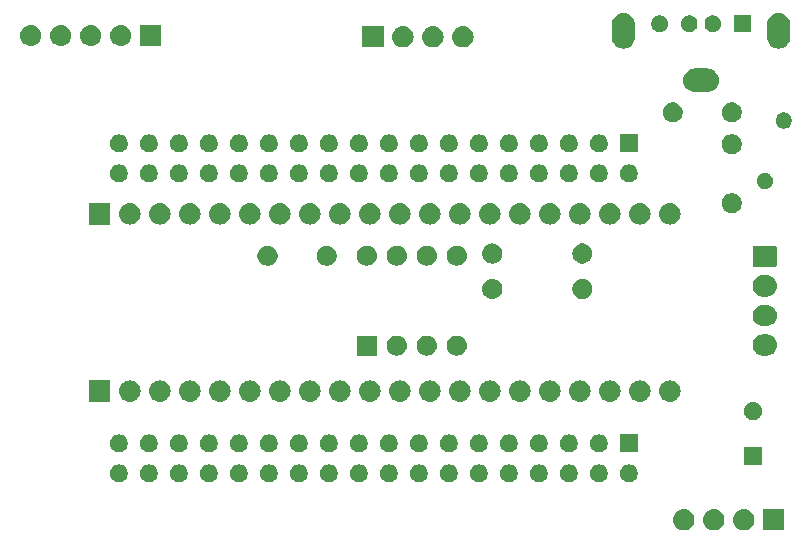
<source format=gbr>
G04 #@! TF.GenerationSoftware,KiCad,Pcbnew,(5.1.4)-1*
G04 #@! TF.CreationDate,2019-10-20T20:35:15-04:00*
G04 #@! TF.ProjectId,PB_16,50425f31-362e-46b6-9963-61645f706362,2*
G04 #@! TF.SameCoordinates,Original*
G04 #@! TF.FileFunction,Soldermask,Top*
G04 #@! TF.FilePolarity,Negative*
%FSLAX46Y46*%
G04 Gerber Fmt 4.6, Leading zero omitted, Abs format (unit mm)*
G04 Created by KiCad (PCBNEW (5.1.4)-1) date 2019-10-20 20:35:15*
%MOMM*%
%LPD*%
G04 APERTURE LIST*
%ADD10C,0.100000*%
G04 APERTURE END LIST*
D10*
G36*
X268651000Y-153801000D02*
G01*
X266849000Y-153801000D01*
X266849000Y-151999000D01*
X268651000Y-151999000D01*
X268651000Y-153801000D01*
X268651000Y-153801000D01*
G37*
G36*
X265320443Y-152005519D02*
G01*
X265386627Y-152012037D01*
X265556466Y-152063557D01*
X265712991Y-152147222D01*
X265748729Y-152176552D01*
X265850186Y-152259814D01*
X265933448Y-152361271D01*
X265962778Y-152397009D01*
X266046443Y-152553534D01*
X266097963Y-152723373D01*
X266115359Y-152900000D01*
X266097963Y-153076627D01*
X266046443Y-153246466D01*
X265962778Y-153402991D01*
X265933448Y-153438729D01*
X265850186Y-153540186D01*
X265748729Y-153623448D01*
X265712991Y-153652778D01*
X265556466Y-153736443D01*
X265386627Y-153787963D01*
X265320443Y-153794481D01*
X265254260Y-153801000D01*
X265165740Y-153801000D01*
X265099557Y-153794481D01*
X265033373Y-153787963D01*
X264863534Y-153736443D01*
X264707009Y-153652778D01*
X264671271Y-153623448D01*
X264569814Y-153540186D01*
X264486552Y-153438729D01*
X264457222Y-153402991D01*
X264373557Y-153246466D01*
X264322037Y-153076627D01*
X264304641Y-152900000D01*
X264322037Y-152723373D01*
X264373557Y-152553534D01*
X264457222Y-152397009D01*
X264486552Y-152361271D01*
X264569814Y-152259814D01*
X264671271Y-152176552D01*
X264707009Y-152147222D01*
X264863534Y-152063557D01*
X265033373Y-152012037D01*
X265099557Y-152005519D01*
X265165740Y-151999000D01*
X265254260Y-151999000D01*
X265320443Y-152005519D01*
X265320443Y-152005519D01*
G37*
G36*
X262780443Y-152005519D02*
G01*
X262846627Y-152012037D01*
X263016466Y-152063557D01*
X263172991Y-152147222D01*
X263208729Y-152176552D01*
X263310186Y-152259814D01*
X263393448Y-152361271D01*
X263422778Y-152397009D01*
X263506443Y-152553534D01*
X263557963Y-152723373D01*
X263575359Y-152900000D01*
X263557963Y-153076627D01*
X263506443Y-153246466D01*
X263422778Y-153402991D01*
X263393448Y-153438729D01*
X263310186Y-153540186D01*
X263208729Y-153623448D01*
X263172991Y-153652778D01*
X263016466Y-153736443D01*
X262846627Y-153787963D01*
X262780443Y-153794481D01*
X262714260Y-153801000D01*
X262625740Y-153801000D01*
X262559557Y-153794481D01*
X262493373Y-153787963D01*
X262323534Y-153736443D01*
X262167009Y-153652778D01*
X262131271Y-153623448D01*
X262029814Y-153540186D01*
X261946552Y-153438729D01*
X261917222Y-153402991D01*
X261833557Y-153246466D01*
X261782037Y-153076627D01*
X261764641Y-152900000D01*
X261782037Y-152723373D01*
X261833557Y-152553534D01*
X261917222Y-152397009D01*
X261946552Y-152361271D01*
X262029814Y-152259814D01*
X262131271Y-152176552D01*
X262167009Y-152147222D01*
X262323534Y-152063557D01*
X262493373Y-152012037D01*
X262559557Y-152005519D01*
X262625740Y-151999000D01*
X262714260Y-151999000D01*
X262780443Y-152005519D01*
X262780443Y-152005519D01*
G37*
G36*
X260240443Y-152005519D02*
G01*
X260306627Y-152012037D01*
X260476466Y-152063557D01*
X260632991Y-152147222D01*
X260668729Y-152176552D01*
X260770186Y-152259814D01*
X260853448Y-152361271D01*
X260882778Y-152397009D01*
X260966443Y-152553534D01*
X261017963Y-152723373D01*
X261035359Y-152900000D01*
X261017963Y-153076627D01*
X260966443Y-153246466D01*
X260882778Y-153402991D01*
X260853448Y-153438729D01*
X260770186Y-153540186D01*
X260668729Y-153623448D01*
X260632991Y-153652778D01*
X260476466Y-153736443D01*
X260306627Y-153787963D01*
X260240443Y-153794481D01*
X260174260Y-153801000D01*
X260085740Y-153801000D01*
X260019557Y-153794481D01*
X259953373Y-153787963D01*
X259783534Y-153736443D01*
X259627009Y-153652778D01*
X259591271Y-153623448D01*
X259489814Y-153540186D01*
X259406552Y-153438729D01*
X259377222Y-153402991D01*
X259293557Y-153246466D01*
X259242037Y-153076627D01*
X259224641Y-152900000D01*
X259242037Y-152723373D01*
X259293557Y-152553534D01*
X259377222Y-152397009D01*
X259406552Y-152361271D01*
X259489814Y-152259814D01*
X259591271Y-152176552D01*
X259627009Y-152147222D01*
X259783534Y-152063557D01*
X259953373Y-152012037D01*
X260019557Y-152005519D01*
X260085740Y-151999000D01*
X260174260Y-151999000D01*
X260240443Y-152005519D01*
X260240443Y-152005519D01*
G37*
G36*
X255637293Y-148229507D02*
G01*
X255710225Y-148244014D01*
X255767138Y-148267588D01*
X255847626Y-148300927D01*
X255971284Y-148383553D01*
X256076447Y-148488716D01*
X256159073Y-148612374D01*
X256215986Y-148749776D01*
X256245000Y-148895638D01*
X256245000Y-149044362D01*
X256215986Y-149190224D01*
X256159073Y-149327626D01*
X256076447Y-149451284D01*
X255971284Y-149556447D01*
X255847626Y-149639073D01*
X255767138Y-149672412D01*
X255710225Y-149695986D01*
X255637293Y-149710493D01*
X255564362Y-149725000D01*
X255415638Y-149725000D01*
X255342707Y-149710493D01*
X255269775Y-149695986D01*
X255212862Y-149672412D01*
X255132374Y-149639073D01*
X255008716Y-149556447D01*
X254903553Y-149451284D01*
X254820927Y-149327626D01*
X254764014Y-149190224D01*
X254735000Y-149044362D01*
X254735000Y-148895638D01*
X254764014Y-148749776D01*
X254820927Y-148612374D01*
X254903553Y-148488716D01*
X255008716Y-148383553D01*
X255132374Y-148300927D01*
X255212862Y-148267588D01*
X255269775Y-148244014D01*
X255342707Y-148229507D01*
X255415638Y-148215000D01*
X255564362Y-148215000D01*
X255637293Y-148229507D01*
X255637293Y-148229507D01*
G37*
G36*
X212457293Y-148229507D02*
G01*
X212530225Y-148244014D01*
X212587138Y-148267588D01*
X212667626Y-148300927D01*
X212791284Y-148383553D01*
X212896447Y-148488716D01*
X212979073Y-148612374D01*
X213035986Y-148749776D01*
X213065000Y-148895638D01*
X213065000Y-149044362D01*
X213035986Y-149190224D01*
X212979073Y-149327626D01*
X212896447Y-149451284D01*
X212791284Y-149556447D01*
X212667626Y-149639073D01*
X212587138Y-149672412D01*
X212530225Y-149695986D01*
X212457293Y-149710493D01*
X212384362Y-149725000D01*
X212235638Y-149725000D01*
X212162707Y-149710493D01*
X212089775Y-149695986D01*
X212032862Y-149672412D01*
X211952374Y-149639073D01*
X211828716Y-149556447D01*
X211723553Y-149451284D01*
X211640927Y-149327626D01*
X211584014Y-149190224D01*
X211555000Y-149044362D01*
X211555000Y-148895638D01*
X211584014Y-148749776D01*
X211640927Y-148612374D01*
X211723553Y-148488716D01*
X211828716Y-148383553D01*
X211952374Y-148300927D01*
X212032862Y-148267588D01*
X212089775Y-148244014D01*
X212162707Y-148229507D01*
X212235638Y-148215000D01*
X212384362Y-148215000D01*
X212457293Y-148229507D01*
X212457293Y-148229507D01*
G37*
G36*
X214997293Y-148229507D02*
G01*
X215070225Y-148244014D01*
X215127138Y-148267588D01*
X215207626Y-148300927D01*
X215331284Y-148383553D01*
X215436447Y-148488716D01*
X215519073Y-148612374D01*
X215575986Y-148749776D01*
X215605000Y-148895638D01*
X215605000Y-149044362D01*
X215575986Y-149190224D01*
X215519073Y-149327626D01*
X215436447Y-149451284D01*
X215331284Y-149556447D01*
X215207626Y-149639073D01*
X215127138Y-149672412D01*
X215070225Y-149695986D01*
X214997293Y-149710493D01*
X214924362Y-149725000D01*
X214775638Y-149725000D01*
X214702707Y-149710493D01*
X214629775Y-149695986D01*
X214572862Y-149672412D01*
X214492374Y-149639073D01*
X214368716Y-149556447D01*
X214263553Y-149451284D01*
X214180927Y-149327626D01*
X214124014Y-149190224D01*
X214095000Y-149044362D01*
X214095000Y-148895638D01*
X214124014Y-148749776D01*
X214180927Y-148612374D01*
X214263553Y-148488716D01*
X214368716Y-148383553D01*
X214492374Y-148300927D01*
X214572862Y-148267588D01*
X214629775Y-148244014D01*
X214702707Y-148229507D01*
X214775638Y-148215000D01*
X214924362Y-148215000D01*
X214997293Y-148229507D01*
X214997293Y-148229507D01*
G37*
G36*
X217537293Y-148229507D02*
G01*
X217610225Y-148244014D01*
X217667138Y-148267588D01*
X217747626Y-148300927D01*
X217871284Y-148383553D01*
X217976447Y-148488716D01*
X218059073Y-148612374D01*
X218115986Y-148749776D01*
X218145000Y-148895638D01*
X218145000Y-149044362D01*
X218115986Y-149190224D01*
X218059073Y-149327626D01*
X217976447Y-149451284D01*
X217871284Y-149556447D01*
X217747626Y-149639073D01*
X217667138Y-149672412D01*
X217610225Y-149695986D01*
X217537293Y-149710493D01*
X217464362Y-149725000D01*
X217315638Y-149725000D01*
X217242707Y-149710493D01*
X217169775Y-149695986D01*
X217112862Y-149672412D01*
X217032374Y-149639073D01*
X216908716Y-149556447D01*
X216803553Y-149451284D01*
X216720927Y-149327626D01*
X216664014Y-149190224D01*
X216635000Y-149044362D01*
X216635000Y-148895638D01*
X216664014Y-148749776D01*
X216720927Y-148612374D01*
X216803553Y-148488716D01*
X216908716Y-148383553D01*
X217032374Y-148300927D01*
X217112862Y-148267588D01*
X217169775Y-148244014D01*
X217242707Y-148229507D01*
X217315638Y-148215000D01*
X217464362Y-148215000D01*
X217537293Y-148229507D01*
X217537293Y-148229507D01*
G37*
G36*
X220077293Y-148229507D02*
G01*
X220150225Y-148244014D01*
X220207138Y-148267588D01*
X220287626Y-148300927D01*
X220411284Y-148383553D01*
X220516447Y-148488716D01*
X220599073Y-148612374D01*
X220655986Y-148749776D01*
X220685000Y-148895638D01*
X220685000Y-149044362D01*
X220655986Y-149190224D01*
X220599073Y-149327626D01*
X220516447Y-149451284D01*
X220411284Y-149556447D01*
X220287626Y-149639073D01*
X220207138Y-149672412D01*
X220150225Y-149695986D01*
X220077293Y-149710493D01*
X220004362Y-149725000D01*
X219855638Y-149725000D01*
X219782707Y-149710493D01*
X219709775Y-149695986D01*
X219652862Y-149672412D01*
X219572374Y-149639073D01*
X219448716Y-149556447D01*
X219343553Y-149451284D01*
X219260927Y-149327626D01*
X219204014Y-149190224D01*
X219175000Y-149044362D01*
X219175000Y-148895638D01*
X219204014Y-148749776D01*
X219260927Y-148612374D01*
X219343553Y-148488716D01*
X219448716Y-148383553D01*
X219572374Y-148300927D01*
X219652862Y-148267588D01*
X219709775Y-148244014D01*
X219782707Y-148229507D01*
X219855638Y-148215000D01*
X220004362Y-148215000D01*
X220077293Y-148229507D01*
X220077293Y-148229507D01*
G37*
G36*
X222617293Y-148229507D02*
G01*
X222690225Y-148244014D01*
X222747138Y-148267588D01*
X222827626Y-148300927D01*
X222951284Y-148383553D01*
X223056447Y-148488716D01*
X223139073Y-148612374D01*
X223195986Y-148749776D01*
X223225000Y-148895638D01*
X223225000Y-149044362D01*
X223195986Y-149190224D01*
X223139073Y-149327626D01*
X223056447Y-149451284D01*
X222951284Y-149556447D01*
X222827626Y-149639073D01*
X222747138Y-149672412D01*
X222690225Y-149695986D01*
X222617293Y-149710493D01*
X222544362Y-149725000D01*
X222395638Y-149725000D01*
X222322707Y-149710493D01*
X222249775Y-149695986D01*
X222192862Y-149672412D01*
X222112374Y-149639073D01*
X221988716Y-149556447D01*
X221883553Y-149451284D01*
X221800927Y-149327626D01*
X221744014Y-149190224D01*
X221715000Y-149044362D01*
X221715000Y-148895638D01*
X221744014Y-148749776D01*
X221800927Y-148612374D01*
X221883553Y-148488716D01*
X221988716Y-148383553D01*
X222112374Y-148300927D01*
X222192862Y-148267588D01*
X222249775Y-148244014D01*
X222322707Y-148229507D01*
X222395638Y-148215000D01*
X222544362Y-148215000D01*
X222617293Y-148229507D01*
X222617293Y-148229507D01*
G37*
G36*
X225157293Y-148229507D02*
G01*
X225230225Y-148244014D01*
X225287138Y-148267588D01*
X225367626Y-148300927D01*
X225491284Y-148383553D01*
X225596447Y-148488716D01*
X225679073Y-148612374D01*
X225735986Y-148749776D01*
X225765000Y-148895638D01*
X225765000Y-149044362D01*
X225735986Y-149190224D01*
X225679073Y-149327626D01*
X225596447Y-149451284D01*
X225491284Y-149556447D01*
X225367626Y-149639073D01*
X225287138Y-149672412D01*
X225230225Y-149695986D01*
X225157293Y-149710493D01*
X225084362Y-149725000D01*
X224935638Y-149725000D01*
X224862707Y-149710493D01*
X224789775Y-149695986D01*
X224732862Y-149672412D01*
X224652374Y-149639073D01*
X224528716Y-149556447D01*
X224423553Y-149451284D01*
X224340927Y-149327626D01*
X224284014Y-149190224D01*
X224255000Y-149044362D01*
X224255000Y-148895638D01*
X224284014Y-148749776D01*
X224340927Y-148612374D01*
X224423553Y-148488716D01*
X224528716Y-148383553D01*
X224652374Y-148300927D01*
X224732862Y-148267588D01*
X224789775Y-148244014D01*
X224862707Y-148229507D01*
X224935638Y-148215000D01*
X225084362Y-148215000D01*
X225157293Y-148229507D01*
X225157293Y-148229507D01*
G37*
G36*
X227697293Y-148229507D02*
G01*
X227770225Y-148244014D01*
X227827138Y-148267588D01*
X227907626Y-148300927D01*
X228031284Y-148383553D01*
X228136447Y-148488716D01*
X228219073Y-148612374D01*
X228275986Y-148749776D01*
X228305000Y-148895638D01*
X228305000Y-149044362D01*
X228275986Y-149190224D01*
X228219073Y-149327626D01*
X228136447Y-149451284D01*
X228031284Y-149556447D01*
X227907626Y-149639073D01*
X227827138Y-149672412D01*
X227770225Y-149695986D01*
X227697293Y-149710493D01*
X227624362Y-149725000D01*
X227475638Y-149725000D01*
X227402707Y-149710493D01*
X227329775Y-149695986D01*
X227272862Y-149672412D01*
X227192374Y-149639073D01*
X227068716Y-149556447D01*
X226963553Y-149451284D01*
X226880927Y-149327626D01*
X226824014Y-149190224D01*
X226795000Y-149044362D01*
X226795000Y-148895638D01*
X226824014Y-148749776D01*
X226880927Y-148612374D01*
X226963553Y-148488716D01*
X227068716Y-148383553D01*
X227192374Y-148300927D01*
X227272862Y-148267588D01*
X227329775Y-148244014D01*
X227402707Y-148229507D01*
X227475638Y-148215000D01*
X227624362Y-148215000D01*
X227697293Y-148229507D01*
X227697293Y-148229507D01*
G37*
G36*
X230237293Y-148229507D02*
G01*
X230310225Y-148244014D01*
X230367138Y-148267588D01*
X230447626Y-148300927D01*
X230571284Y-148383553D01*
X230676447Y-148488716D01*
X230759073Y-148612374D01*
X230815986Y-148749776D01*
X230845000Y-148895638D01*
X230845000Y-149044362D01*
X230815986Y-149190224D01*
X230759073Y-149327626D01*
X230676447Y-149451284D01*
X230571284Y-149556447D01*
X230447626Y-149639073D01*
X230367138Y-149672412D01*
X230310225Y-149695986D01*
X230237293Y-149710493D01*
X230164362Y-149725000D01*
X230015638Y-149725000D01*
X229942707Y-149710493D01*
X229869775Y-149695986D01*
X229812862Y-149672412D01*
X229732374Y-149639073D01*
X229608716Y-149556447D01*
X229503553Y-149451284D01*
X229420927Y-149327626D01*
X229364014Y-149190224D01*
X229335000Y-149044362D01*
X229335000Y-148895638D01*
X229364014Y-148749776D01*
X229420927Y-148612374D01*
X229503553Y-148488716D01*
X229608716Y-148383553D01*
X229732374Y-148300927D01*
X229812862Y-148267588D01*
X229869775Y-148244014D01*
X229942707Y-148229507D01*
X230015638Y-148215000D01*
X230164362Y-148215000D01*
X230237293Y-148229507D01*
X230237293Y-148229507D01*
G37*
G36*
X235317293Y-148229507D02*
G01*
X235390225Y-148244014D01*
X235447138Y-148267588D01*
X235527626Y-148300927D01*
X235651284Y-148383553D01*
X235756447Y-148488716D01*
X235839073Y-148612374D01*
X235895986Y-148749776D01*
X235925000Y-148895638D01*
X235925000Y-149044362D01*
X235895986Y-149190224D01*
X235839073Y-149327626D01*
X235756447Y-149451284D01*
X235651284Y-149556447D01*
X235527626Y-149639073D01*
X235447138Y-149672412D01*
X235390225Y-149695986D01*
X235317293Y-149710493D01*
X235244362Y-149725000D01*
X235095638Y-149725000D01*
X235022707Y-149710493D01*
X234949775Y-149695986D01*
X234892862Y-149672412D01*
X234812374Y-149639073D01*
X234688716Y-149556447D01*
X234583553Y-149451284D01*
X234500927Y-149327626D01*
X234444014Y-149190224D01*
X234415000Y-149044362D01*
X234415000Y-148895638D01*
X234444014Y-148749776D01*
X234500927Y-148612374D01*
X234583553Y-148488716D01*
X234688716Y-148383553D01*
X234812374Y-148300927D01*
X234892862Y-148267588D01*
X234949775Y-148244014D01*
X235022707Y-148229507D01*
X235095638Y-148215000D01*
X235244362Y-148215000D01*
X235317293Y-148229507D01*
X235317293Y-148229507D01*
G37*
G36*
X237857293Y-148229507D02*
G01*
X237930225Y-148244014D01*
X237987138Y-148267588D01*
X238067626Y-148300927D01*
X238191284Y-148383553D01*
X238296447Y-148488716D01*
X238379073Y-148612374D01*
X238435986Y-148749776D01*
X238465000Y-148895638D01*
X238465000Y-149044362D01*
X238435986Y-149190224D01*
X238379073Y-149327626D01*
X238296447Y-149451284D01*
X238191284Y-149556447D01*
X238067626Y-149639073D01*
X237987138Y-149672412D01*
X237930225Y-149695986D01*
X237857293Y-149710493D01*
X237784362Y-149725000D01*
X237635638Y-149725000D01*
X237562707Y-149710493D01*
X237489775Y-149695986D01*
X237432862Y-149672412D01*
X237352374Y-149639073D01*
X237228716Y-149556447D01*
X237123553Y-149451284D01*
X237040927Y-149327626D01*
X236984014Y-149190224D01*
X236955000Y-149044362D01*
X236955000Y-148895638D01*
X236984014Y-148749776D01*
X237040927Y-148612374D01*
X237123553Y-148488716D01*
X237228716Y-148383553D01*
X237352374Y-148300927D01*
X237432862Y-148267588D01*
X237489775Y-148244014D01*
X237562707Y-148229507D01*
X237635638Y-148215000D01*
X237784362Y-148215000D01*
X237857293Y-148229507D01*
X237857293Y-148229507D01*
G37*
G36*
X240397293Y-148229507D02*
G01*
X240470225Y-148244014D01*
X240527138Y-148267588D01*
X240607626Y-148300927D01*
X240731284Y-148383553D01*
X240836447Y-148488716D01*
X240919073Y-148612374D01*
X240975986Y-148749776D01*
X241005000Y-148895638D01*
X241005000Y-149044362D01*
X240975986Y-149190224D01*
X240919073Y-149327626D01*
X240836447Y-149451284D01*
X240731284Y-149556447D01*
X240607626Y-149639073D01*
X240527138Y-149672412D01*
X240470225Y-149695986D01*
X240397293Y-149710493D01*
X240324362Y-149725000D01*
X240175638Y-149725000D01*
X240102707Y-149710493D01*
X240029775Y-149695986D01*
X239972862Y-149672412D01*
X239892374Y-149639073D01*
X239768716Y-149556447D01*
X239663553Y-149451284D01*
X239580927Y-149327626D01*
X239524014Y-149190224D01*
X239495000Y-149044362D01*
X239495000Y-148895638D01*
X239524014Y-148749776D01*
X239580927Y-148612374D01*
X239663553Y-148488716D01*
X239768716Y-148383553D01*
X239892374Y-148300927D01*
X239972862Y-148267588D01*
X240029775Y-148244014D01*
X240102707Y-148229507D01*
X240175638Y-148215000D01*
X240324362Y-148215000D01*
X240397293Y-148229507D01*
X240397293Y-148229507D01*
G37*
G36*
X242937293Y-148229507D02*
G01*
X243010225Y-148244014D01*
X243067138Y-148267588D01*
X243147626Y-148300927D01*
X243271284Y-148383553D01*
X243376447Y-148488716D01*
X243459073Y-148612374D01*
X243515986Y-148749776D01*
X243545000Y-148895638D01*
X243545000Y-149044362D01*
X243515986Y-149190224D01*
X243459073Y-149327626D01*
X243376447Y-149451284D01*
X243271284Y-149556447D01*
X243147626Y-149639073D01*
X243067138Y-149672412D01*
X243010225Y-149695986D01*
X242937293Y-149710493D01*
X242864362Y-149725000D01*
X242715638Y-149725000D01*
X242642707Y-149710493D01*
X242569775Y-149695986D01*
X242512862Y-149672412D01*
X242432374Y-149639073D01*
X242308716Y-149556447D01*
X242203553Y-149451284D01*
X242120927Y-149327626D01*
X242064014Y-149190224D01*
X242035000Y-149044362D01*
X242035000Y-148895638D01*
X242064014Y-148749776D01*
X242120927Y-148612374D01*
X242203553Y-148488716D01*
X242308716Y-148383553D01*
X242432374Y-148300927D01*
X242512862Y-148267588D01*
X242569775Y-148244014D01*
X242642707Y-148229507D01*
X242715638Y-148215000D01*
X242864362Y-148215000D01*
X242937293Y-148229507D01*
X242937293Y-148229507D01*
G37*
G36*
X245477293Y-148229507D02*
G01*
X245550225Y-148244014D01*
X245607138Y-148267588D01*
X245687626Y-148300927D01*
X245811284Y-148383553D01*
X245916447Y-148488716D01*
X245999073Y-148612374D01*
X246055986Y-148749776D01*
X246085000Y-148895638D01*
X246085000Y-149044362D01*
X246055986Y-149190224D01*
X245999073Y-149327626D01*
X245916447Y-149451284D01*
X245811284Y-149556447D01*
X245687626Y-149639073D01*
X245607138Y-149672412D01*
X245550225Y-149695986D01*
X245477293Y-149710493D01*
X245404362Y-149725000D01*
X245255638Y-149725000D01*
X245182707Y-149710493D01*
X245109775Y-149695986D01*
X245052862Y-149672412D01*
X244972374Y-149639073D01*
X244848716Y-149556447D01*
X244743553Y-149451284D01*
X244660927Y-149327626D01*
X244604014Y-149190224D01*
X244575000Y-149044362D01*
X244575000Y-148895638D01*
X244604014Y-148749776D01*
X244660927Y-148612374D01*
X244743553Y-148488716D01*
X244848716Y-148383553D01*
X244972374Y-148300927D01*
X245052862Y-148267588D01*
X245109775Y-148244014D01*
X245182707Y-148229507D01*
X245255638Y-148215000D01*
X245404362Y-148215000D01*
X245477293Y-148229507D01*
X245477293Y-148229507D01*
G37*
G36*
X250557293Y-148229507D02*
G01*
X250630225Y-148244014D01*
X250687138Y-148267588D01*
X250767626Y-148300927D01*
X250891284Y-148383553D01*
X250996447Y-148488716D01*
X251079073Y-148612374D01*
X251135986Y-148749776D01*
X251165000Y-148895638D01*
X251165000Y-149044362D01*
X251135986Y-149190224D01*
X251079073Y-149327626D01*
X250996447Y-149451284D01*
X250891284Y-149556447D01*
X250767626Y-149639073D01*
X250687138Y-149672412D01*
X250630225Y-149695986D01*
X250557293Y-149710493D01*
X250484362Y-149725000D01*
X250335638Y-149725000D01*
X250262707Y-149710493D01*
X250189775Y-149695986D01*
X250132862Y-149672412D01*
X250052374Y-149639073D01*
X249928716Y-149556447D01*
X249823553Y-149451284D01*
X249740927Y-149327626D01*
X249684014Y-149190224D01*
X249655000Y-149044362D01*
X249655000Y-148895638D01*
X249684014Y-148749776D01*
X249740927Y-148612374D01*
X249823553Y-148488716D01*
X249928716Y-148383553D01*
X250052374Y-148300927D01*
X250132862Y-148267588D01*
X250189775Y-148244014D01*
X250262707Y-148229507D01*
X250335638Y-148215000D01*
X250484362Y-148215000D01*
X250557293Y-148229507D01*
X250557293Y-148229507D01*
G37*
G36*
X253097293Y-148229507D02*
G01*
X253170225Y-148244014D01*
X253227138Y-148267588D01*
X253307626Y-148300927D01*
X253431284Y-148383553D01*
X253536447Y-148488716D01*
X253619073Y-148612374D01*
X253675986Y-148749776D01*
X253705000Y-148895638D01*
X253705000Y-149044362D01*
X253675986Y-149190224D01*
X253619073Y-149327626D01*
X253536447Y-149451284D01*
X253431284Y-149556447D01*
X253307626Y-149639073D01*
X253227138Y-149672412D01*
X253170225Y-149695986D01*
X253097293Y-149710493D01*
X253024362Y-149725000D01*
X252875638Y-149725000D01*
X252802707Y-149710493D01*
X252729775Y-149695986D01*
X252672862Y-149672412D01*
X252592374Y-149639073D01*
X252468716Y-149556447D01*
X252363553Y-149451284D01*
X252280927Y-149327626D01*
X252224014Y-149190224D01*
X252195000Y-149044362D01*
X252195000Y-148895638D01*
X252224014Y-148749776D01*
X252280927Y-148612374D01*
X252363553Y-148488716D01*
X252468716Y-148383553D01*
X252592374Y-148300927D01*
X252672862Y-148267588D01*
X252729775Y-148244014D01*
X252802707Y-148229507D01*
X252875638Y-148215000D01*
X253024362Y-148215000D01*
X253097293Y-148229507D01*
X253097293Y-148229507D01*
G37*
G36*
X248017293Y-148229507D02*
G01*
X248090225Y-148244014D01*
X248147138Y-148267588D01*
X248227626Y-148300927D01*
X248351284Y-148383553D01*
X248456447Y-148488716D01*
X248539073Y-148612374D01*
X248595986Y-148749776D01*
X248625000Y-148895638D01*
X248625000Y-149044362D01*
X248595986Y-149190224D01*
X248539073Y-149327626D01*
X248456447Y-149451284D01*
X248351284Y-149556447D01*
X248227626Y-149639073D01*
X248147138Y-149672412D01*
X248090225Y-149695986D01*
X248017293Y-149710493D01*
X247944362Y-149725000D01*
X247795638Y-149725000D01*
X247722707Y-149710493D01*
X247649775Y-149695986D01*
X247592862Y-149672412D01*
X247512374Y-149639073D01*
X247388716Y-149556447D01*
X247283553Y-149451284D01*
X247200927Y-149327626D01*
X247144014Y-149190224D01*
X247115000Y-149044362D01*
X247115000Y-148895638D01*
X247144014Y-148749776D01*
X247200927Y-148612374D01*
X247283553Y-148488716D01*
X247388716Y-148383553D01*
X247512374Y-148300927D01*
X247592862Y-148267588D01*
X247649775Y-148244014D01*
X247722707Y-148229507D01*
X247795638Y-148215000D01*
X247944362Y-148215000D01*
X248017293Y-148229507D01*
X248017293Y-148229507D01*
G37*
G36*
X232777293Y-148229507D02*
G01*
X232850225Y-148244014D01*
X232907138Y-148267588D01*
X232987626Y-148300927D01*
X233111284Y-148383553D01*
X233216447Y-148488716D01*
X233299073Y-148612374D01*
X233355986Y-148749776D01*
X233385000Y-148895638D01*
X233385000Y-149044362D01*
X233355986Y-149190224D01*
X233299073Y-149327626D01*
X233216447Y-149451284D01*
X233111284Y-149556447D01*
X232987626Y-149639073D01*
X232907138Y-149672412D01*
X232850225Y-149695986D01*
X232777293Y-149710493D01*
X232704362Y-149725000D01*
X232555638Y-149725000D01*
X232482707Y-149710493D01*
X232409775Y-149695986D01*
X232352862Y-149672412D01*
X232272374Y-149639073D01*
X232148716Y-149556447D01*
X232043553Y-149451284D01*
X231960927Y-149327626D01*
X231904014Y-149190224D01*
X231875000Y-149044362D01*
X231875000Y-148895638D01*
X231904014Y-148749776D01*
X231960927Y-148612374D01*
X232043553Y-148488716D01*
X232148716Y-148383553D01*
X232272374Y-148300927D01*
X232352862Y-148267588D01*
X232409775Y-148244014D01*
X232482707Y-148229507D01*
X232555638Y-148215000D01*
X232704362Y-148215000D01*
X232777293Y-148229507D01*
X232777293Y-148229507D01*
G37*
G36*
X266751000Y-148251000D02*
G01*
X265249000Y-148251000D01*
X265249000Y-146749000D01*
X266751000Y-146749000D01*
X266751000Y-148251000D01*
X266751000Y-148251000D01*
G37*
G36*
X212457293Y-145689507D02*
G01*
X212530225Y-145704014D01*
X212587138Y-145727588D01*
X212667626Y-145760927D01*
X212791284Y-145843553D01*
X212896447Y-145948716D01*
X212979073Y-146072374D01*
X213035986Y-146209776D01*
X213065000Y-146355638D01*
X213065000Y-146504362D01*
X213035986Y-146650224D01*
X212979073Y-146787626D01*
X212896447Y-146911284D01*
X212791284Y-147016447D01*
X212667626Y-147099073D01*
X212587138Y-147132412D01*
X212530225Y-147155986D01*
X212457293Y-147170493D01*
X212384362Y-147185000D01*
X212235638Y-147185000D01*
X212162707Y-147170493D01*
X212089775Y-147155986D01*
X212032862Y-147132412D01*
X211952374Y-147099073D01*
X211828716Y-147016447D01*
X211723553Y-146911284D01*
X211640927Y-146787626D01*
X211584014Y-146650224D01*
X211555000Y-146504362D01*
X211555000Y-146355638D01*
X211584014Y-146209776D01*
X211640927Y-146072374D01*
X211723553Y-145948716D01*
X211828716Y-145843553D01*
X211952374Y-145760927D01*
X212032862Y-145727588D01*
X212089775Y-145704014D01*
X212162707Y-145689507D01*
X212235638Y-145675000D01*
X212384362Y-145675000D01*
X212457293Y-145689507D01*
X212457293Y-145689507D01*
G37*
G36*
X214997293Y-145689507D02*
G01*
X215070225Y-145704014D01*
X215127138Y-145727588D01*
X215207626Y-145760927D01*
X215331284Y-145843553D01*
X215436447Y-145948716D01*
X215519073Y-146072374D01*
X215575986Y-146209776D01*
X215605000Y-146355638D01*
X215605000Y-146504362D01*
X215575986Y-146650224D01*
X215519073Y-146787626D01*
X215436447Y-146911284D01*
X215331284Y-147016447D01*
X215207626Y-147099073D01*
X215127138Y-147132412D01*
X215070225Y-147155986D01*
X214997293Y-147170493D01*
X214924362Y-147185000D01*
X214775638Y-147185000D01*
X214702707Y-147170493D01*
X214629775Y-147155986D01*
X214572862Y-147132412D01*
X214492374Y-147099073D01*
X214368716Y-147016447D01*
X214263553Y-146911284D01*
X214180927Y-146787626D01*
X214124014Y-146650224D01*
X214095000Y-146504362D01*
X214095000Y-146355638D01*
X214124014Y-146209776D01*
X214180927Y-146072374D01*
X214263553Y-145948716D01*
X214368716Y-145843553D01*
X214492374Y-145760927D01*
X214572862Y-145727588D01*
X214629775Y-145704014D01*
X214702707Y-145689507D01*
X214775638Y-145675000D01*
X214924362Y-145675000D01*
X214997293Y-145689507D01*
X214997293Y-145689507D01*
G37*
G36*
X217537293Y-145689507D02*
G01*
X217610225Y-145704014D01*
X217667138Y-145727588D01*
X217747626Y-145760927D01*
X217871284Y-145843553D01*
X217976447Y-145948716D01*
X218059073Y-146072374D01*
X218115986Y-146209776D01*
X218145000Y-146355638D01*
X218145000Y-146504362D01*
X218115986Y-146650224D01*
X218059073Y-146787626D01*
X217976447Y-146911284D01*
X217871284Y-147016447D01*
X217747626Y-147099073D01*
X217667138Y-147132412D01*
X217610225Y-147155986D01*
X217537293Y-147170493D01*
X217464362Y-147185000D01*
X217315638Y-147185000D01*
X217242707Y-147170493D01*
X217169775Y-147155986D01*
X217112862Y-147132412D01*
X217032374Y-147099073D01*
X216908716Y-147016447D01*
X216803553Y-146911284D01*
X216720927Y-146787626D01*
X216664014Y-146650224D01*
X216635000Y-146504362D01*
X216635000Y-146355638D01*
X216664014Y-146209776D01*
X216720927Y-146072374D01*
X216803553Y-145948716D01*
X216908716Y-145843553D01*
X217032374Y-145760927D01*
X217112862Y-145727588D01*
X217169775Y-145704014D01*
X217242707Y-145689507D01*
X217315638Y-145675000D01*
X217464362Y-145675000D01*
X217537293Y-145689507D01*
X217537293Y-145689507D01*
G37*
G36*
X220077293Y-145689507D02*
G01*
X220150225Y-145704014D01*
X220207138Y-145727588D01*
X220287626Y-145760927D01*
X220411284Y-145843553D01*
X220516447Y-145948716D01*
X220599073Y-146072374D01*
X220655986Y-146209776D01*
X220685000Y-146355638D01*
X220685000Y-146504362D01*
X220655986Y-146650224D01*
X220599073Y-146787626D01*
X220516447Y-146911284D01*
X220411284Y-147016447D01*
X220287626Y-147099073D01*
X220207138Y-147132412D01*
X220150225Y-147155986D01*
X220077293Y-147170493D01*
X220004362Y-147185000D01*
X219855638Y-147185000D01*
X219782707Y-147170493D01*
X219709775Y-147155986D01*
X219652862Y-147132412D01*
X219572374Y-147099073D01*
X219448716Y-147016447D01*
X219343553Y-146911284D01*
X219260927Y-146787626D01*
X219204014Y-146650224D01*
X219175000Y-146504362D01*
X219175000Y-146355638D01*
X219204014Y-146209776D01*
X219260927Y-146072374D01*
X219343553Y-145948716D01*
X219448716Y-145843553D01*
X219572374Y-145760927D01*
X219652862Y-145727588D01*
X219709775Y-145704014D01*
X219782707Y-145689507D01*
X219855638Y-145675000D01*
X220004362Y-145675000D01*
X220077293Y-145689507D01*
X220077293Y-145689507D01*
G37*
G36*
X250557293Y-145689507D02*
G01*
X250630225Y-145704014D01*
X250687138Y-145727588D01*
X250767626Y-145760927D01*
X250891284Y-145843553D01*
X250996447Y-145948716D01*
X251079073Y-146072374D01*
X251135986Y-146209776D01*
X251165000Y-146355638D01*
X251165000Y-146504362D01*
X251135986Y-146650224D01*
X251079073Y-146787626D01*
X250996447Y-146911284D01*
X250891284Y-147016447D01*
X250767626Y-147099073D01*
X250687138Y-147132412D01*
X250630225Y-147155986D01*
X250557293Y-147170493D01*
X250484362Y-147185000D01*
X250335638Y-147185000D01*
X250262707Y-147170493D01*
X250189775Y-147155986D01*
X250132862Y-147132412D01*
X250052374Y-147099073D01*
X249928716Y-147016447D01*
X249823553Y-146911284D01*
X249740927Y-146787626D01*
X249684014Y-146650224D01*
X249655000Y-146504362D01*
X249655000Y-146355638D01*
X249684014Y-146209776D01*
X249740927Y-146072374D01*
X249823553Y-145948716D01*
X249928716Y-145843553D01*
X250052374Y-145760927D01*
X250132862Y-145727588D01*
X250189775Y-145704014D01*
X250262707Y-145689507D01*
X250335638Y-145675000D01*
X250484362Y-145675000D01*
X250557293Y-145689507D01*
X250557293Y-145689507D01*
G37*
G36*
X222617293Y-145689507D02*
G01*
X222690225Y-145704014D01*
X222747138Y-145727588D01*
X222827626Y-145760927D01*
X222951284Y-145843553D01*
X223056447Y-145948716D01*
X223139073Y-146072374D01*
X223195986Y-146209776D01*
X223225000Y-146355638D01*
X223225000Y-146504362D01*
X223195986Y-146650224D01*
X223139073Y-146787626D01*
X223056447Y-146911284D01*
X222951284Y-147016447D01*
X222827626Y-147099073D01*
X222747138Y-147132412D01*
X222690225Y-147155986D01*
X222617293Y-147170493D01*
X222544362Y-147185000D01*
X222395638Y-147185000D01*
X222322707Y-147170493D01*
X222249775Y-147155986D01*
X222192862Y-147132412D01*
X222112374Y-147099073D01*
X221988716Y-147016447D01*
X221883553Y-146911284D01*
X221800927Y-146787626D01*
X221744014Y-146650224D01*
X221715000Y-146504362D01*
X221715000Y-146355638D01*
X221744014Y-146209776D01*
X221800927Y-146072374D01*
X221883553Y-145948716D01*
X221988716Y-145843553D01*
X222112374Y-145760927D01*
X222192862Y-145727588D01*
X222249775Y-145704014D01*
X222322707Y-145689507D01*
X222395638Y-145675000D01*
X222544362Y-145675000D01*
X222617293Y-145689507D01*
X222617293Y-145689507D01*
G37*
G36*
X225157293Y-145689507D02*
G01*
X225230225Y-145704014D01*
X225287138Y-145727588D01*
X225367626Y-145760927D01*
X225491284Y-145843553D01*
X225596447Y-145948716D01*
X225679073Y-146072374D01*
X225735986Y-146209776D01*
X225765000Y-146355638D01*
X225765000Y-146504362D01*
X225735986Y-146650224D01*
X225679073Y-146787626D01*
X225596447Y-146911284D01*
X225491284Y-147016447D01*
X225367626Y-147099073D01*
X225287138Y-147132412D01*
X225230225Y-147155986D01*
X225157293Y-147170493D01*
X225084362Y-147185000D01*
X224935638Y-147185000D01*
X224862707Y-147170493D01*
X224789775Y-147155986D01*
X224732862Y-147132412D01*
X224652374Y-147099073D01*
X224528716Y-147016447D01*
X224423553Y-146911284D01*
X224340927Y-146787626D01*
X224284014Y-146650224D01*
X224255000Y-146504362D01*
X224255000Y-146355638D01*
X224284014Y-146209776D01*
X224340927Y-146072374D01*
X224423553Y-145948716D01*
X224528716Y-145843553D01*
X224652374Y-145760927D01*
X224732862Y-145727588D01*
X224789775Y-145704014D01*
X224862707Y-145689507D01*
X224935638Y-145675000D01*
X225084362Y-145675000D01*
X225157293Y-145689507D01*
X225157293Y-145689507D01*
G37*
G36*
X227697293Y-145689507D02*
G01*
X227770225Y-145704014D01*
X227827138Y-145727588D01*
X227907626Y-145760927D01*
X228031284Y-145843553D01*
X228136447Y-145948716D01*
X228219073Y-146072374D01*
X228275986Y-146209776D01*
X228305000Y-146355638D01*
X228305000Y-146504362D01*
X228275986Y-146650224D01*
X228219073Y-146787626D01*
X228136447Y-146911284D01*
X228031284Y-147016447D01*
X227907626Y-147099073D01*
X227827138Y-147132412D01*
X227770225Y-147155986D01*
X227697293Y-147170493D01*
X227624362Y-147185000D01*
X227475638Y-147185000D01*
X227402707Y-147170493D01*
X227329775Y-147155986D01*
X227272862Y-147132412D01*
X227192374Y-147099073D01*
X227068716Y-147016447D01*
X226963553Y-146911284D01*
X226880927Y-146787626D01*
X226824014Y-146650224D01*
X226795000Y-146504362D01*
X226795000Y-146355638D01*
X226824014Y-146209776D01*
X226880927Y-146072374D01*
X226963553Y-145948716D01*
X227068716Y-145843553D01*
X227192374Y-145760927D01*
X227272862Y-145727588D01*
X227329775Y-145704014D01*
X227402707Y-145689507D01*
X227475638Y-145675000D01*
X227624362Y-145675000D01*
X227697293Y-145689507D01*
X227697293Y-145689507D01*
G37*
G36*
X230237293Y-145689507D02*
G01*
X230310225Y-145704014D01*
X230367138Y-145727588D01*
X230447626Y-145760927D01*
X230571284Y-145843553D01*
X230676447Y-145948716D01*
X230759073Y-146072374D01*
X230815986Y-146209776D01*
X230845000Y-146355638D01*
X230845000Y-146504362D01*
X230815986Y-146650224D01*
X230759073Y-146787626D01*
X230676447Y-146911284D01*
X230571284Y-147016447D01*
X230447626Y-147099073D01*
X230367138Y-147132412D01*
X230310225Y-147155986D01*
X230237293Y-147170493D01*
X230164362Y-147185000D01*
X230015638Y-147185000D01*
X229942707Y-147170493D01*
X229869775Y-147155986D01*
X229812862Y-147132412D01*
X229732374Y-147099073D01*
X229608716Y-147016447D01*
X229503553Y-146911284D01*
X229420927Y-146787626D01*
X229364014Y-146650224D01*
X229335000Y-146504362D01*
X229335000Y-146355638D01*
X229364014Y-146209776D01*
X229420927Y-146072374D01*
X229503553Y-145948716D01*
X229608716Y-145843553D01*
X229732374Y-145760927D01*
X229812862Y-145727588D01*
X229869775Y-145704014D01*
X229942707Y-145689507D01*
X230015638Y-145675000D01*
X230164362Y-145675000D01*
X230237293Y-145689507D01*
X230237293Y-145689507D01*
G37*
G36*
X232777293Y-145689507D02*
G01*
X232850225Y-145704014D01*
X232907138Y-145727588D01*
X232987626Y-145760927D01*
X233111284Y-145843553D01*
X233216447Y-145948716D01*
X233299073Y-146072374D01*
X233355986Y-146209776D01*
X233385000Y-146355638D01*
X233385000Y-146504362D01*
X233355986Y-146650224D01*
X233299073Y-146787626D01*
X233216447Y-146911284D01*
X233111284Y-147016447D01*
X232987626Y-147099073D01*
X232907138Y-147132412D01*
X232850225Y-147155986D01*
X232777293Y-147170493D01*
X232704362Y-147185000D01*
X232555638Y-147185000D01*
X232482707Y-147170493D01*
X232409775Y-147155986D01*
X232352862Y-147132412D01*
X232272374Y-147099073D01*
X232148716Y-147016447D01*
X232043553Y-146911284D01*
X231960927Y-146787626D01*
X231904014Y-146650224D01*
X231875000Y-146504362D01*
X231875000Y-146355638D01*
X231904014Y-146209776D01*
X231960927Y-146072374D01*
X232043553Y-145948716D01*
X232148716Y-145843553D01*
X232272374Y-145760927D01*
X232352862Y-145727588D01*
X232409775Y-145704014D01*
X232482707Y-145689507D01*
X232555638Y-145675000D01*
X232704362Y-145675000D01*
X232777293Y-145689507D01*
X232777293Y-145689507D01*
G37*
G36*
X235317293Y-145689507D02*
G01*
X235390225Y-145704014D01*
X235447138Y-145727588D01*
X235527626Y-145760927D01*
X235651284Y-145843553D01*
X235756447Y-145948716D01*
X235839073Y-146072374D01*
X235895986Y-146209776D01*
X235925000Y-146355638D01*
X235925000Y-146504362D01*
X235895986Y-146650224D01*
X235839073Y-146787626D01*
X235756447Y-146911284D01*
X235651284Y-147016447D01*
X235527626Y-147099073D01*
X235447138Y-147132412D01*
X235390225Y-147155986D01*
X235317293Y-147170493D01*
X235244362Y-147185000D01*
X235095638Y-147185000D01*
X235022707Y-147170493D01*
X234949775Y-147155986D01*
X234892862Y-147132412D01*
X234812374Y-147099073D01*
X234688716Y-147016447D01*
X234583553Y-146911284D01*
X234500927Y-146787626D01*
X234444014Y-146650224D01*
X234415000Y-146504362D01*
X234415000Y-146355638D01*
X234444014Y-146209776D01*
X234500927Y-146072374D01*
X234583553Y-145948716D01*
X234688716Y-145843553D01*
X234812374Y-145760927D01*
X234892862Y-145727588D01*
X234949775Y-145704014D01*
X235022707Y-145689507D01*
X235095638Y-145675000D01*
X235244362Y-145675000D01*
X235317293Y-145689507D01*
X235317293Y-145689507D01*
G37*
G36*
X240397293Y-145689507D02*
G01*
X240470225Y-145704014D01*
X240527138Y-145727588D01*
X240607626Y-145760927D01*
X240731284Y-145843553D01*
X240836447Y-145948716D01*
X240919073Y-146072374D01*
X240975986Y-146209776D01*
X241005000Y-146355638D01*
X241005000Y-146504362D01*
X240975986Y-146650224D01*
X240919073Y-146787626D01*
X240836447Y-146911284D01*
X240731284Y-147016447D01*
X240607626Y-147099073D01*
X240527138Y-147132412D01*
X240470225Y-147155986D01*
X240397293Y-147170493D01*
X240324362Y-147185000D01*
X240175638Y-147185000D01*
X240102707Y-147170493D01*
X240029775Y-147155986D01*
X239972862Y-147132412D01*
X239892374Y-147099073D01*
X239768716Y-147016447D01*
X239663553Y-146911284D01*
X239580927Y-146787626D01*
X239524014Y-146650224D01*
X239495000Y-146504362D01*
X239495000Y-146355638D01*
X239524014Y-146209776D01*
X239580927Y-146072374D01*
X239663553Y-145948716D01*
X239768716Y-145843553D01*
X239892374Y-145760927D01*
X239972862Y-145727588D01*
X240029775Y-145704014D01*
X240102707Y-145689507D01*
X240175638Y-145675000D01*
X240324362Y-145675000D01*
X240397293Y-145689507D01*
X240397293Y-145689507D01*
G37*
G36*
X237857293Y-145689507D02*
G01*
X237930225Y-145704014D01*
X237987138Y-145727588D01*
X238067626Y-145760927D01*
X238191284Y-145843553D01*
X238296447Y-145948716D01*
X238379073Y-146072374D01*
X238435986Y-146209776D01*
X238465000Y-146355638D01*
X238465000Y-146504362D01*
X238435986Y-146650224D01*
X238379073Y-146787626D01*
X238296447Y-146911284D01*
X238191284Y-147016447D01*
X238067626Y-147099073D01*
X237987138Y-147132412D01*
X237930225Y-147155986D01*
X237857293Y-147170493D01*
X237784362Y-147185000D01*
X237635638Y-147185000D01*
X237562707Y-147170493D01*
X237489775Y-147155986D01*
X237432862Y-147132412D01*
X237352374Y-147099073D01*
X237228716Y-147016447D01*
X237123553Y-146911284D01*
X237040927Y-146787626D01*
X236984014Y-146650224D01*
X236955000Y-146504362D01*
X236955000Y-146355638D01*
X236984014Y-146209776D01*
X237040927Y-146072374D01*
X237123553Y-145948716D01*
X237228716Y-145843553D01*
X237352374Y-145760927D01*
X237432862Y-145727588D01*
X237489775Y-145704014D01*
X237562707Y-145689507D01*
X237635638Y-145675000D01*
X237784362Y-145675000D01*
X237857293Y-145689507D01*
X237857293Y-145689507D01*
G37*
G36*
X248017293Y-145689507D02*
G01*
X248090225Y-145704014D01*
X248147138Y-145727588D01*
X248227626Y-145760927D01*
X248351284Y-145843553D01*
X248456447Y-145948716D01*
X248539073Y-146072374D01*
X248595986Y-146209776D01*
X248625000Y-146355638D01*
X248625000Y-146504362D01*
X248595986Y-146650224D01*
X248539073Y-146787626D01*
X248456447Y-146911284D01*
X248351284Y-147016447D01*
X248227626Y-147099073D01*
X248147138Y-147132412D01*
X248090225Y-147155986D01*
X248017293Y-147170493D01*
X247944362Y-147185000D01*
X247795638Y-147185000D01*
X247722707Y-147170493D01*
X247649775Y-147155986D01*
X247592862Y-147132412D01*
X247512374Y-147099073D01*
X247388716Y-147016447D01*
X247283553Y-146911284D01*
X247200927Y-146787626D01*
X247144014Y-146650224D01*
X247115000Y-146504362D01*
X247115000Y-146355638D01*
X247144014Y-146209776D01*
X247200927Y-146072374D01*
X247283553Y-145948716D01*
X247388716Y-145843553D01*
X247512374Y-145760927D01*
X247592862Y-145727588D01*
X247649775Y-145704014D01*
X247722707Y-145689507D01*
X247795638Y-145675000D01*
X247944362Y-145675000D01*
X248017293Y-145689507D01*
X248017293Y-145689507D01*
G37*
G36*
X256245000Y-147185000D02*
G01*
X254735000Y-147185000D01*
X254735000Y-145675000D01*
X256245000Y-145675000D01*
X256245000Y-147185000D01*
X256245000Y-147185000D01*
G37*
G36*
X245477293Y-145689507D02*
G01*
X245550225Y-145704014D01*
X245607138Y-145727588D01*
X245687626Y-145760927D01*
X245811284Y-145843553D01*
X245916447Y-145948716D01*
X245999073Y-146072374D01*
X246055986Y-146209776D01*
X246085000Y-146355638D01*
X246085000Y-146504362D01*
X246055986Y-146650224D01*
X245999073Y-146787626D01*
X245916447Y-146911284D01*
X245811284Y-147016447D01*
X245687626Y-147099073D01*
X245607138Y-147132412D01*
X245550225Y-147155986D01*
X245477293Y-147170493D01*
X245404362Y-147185000D01*
X245255638Y-147185000D01*
X245182707Y-147170493D01*
X245109775Y-147155986D01*
X245052862Y-147132412D01*
X244972374Y-147099073D01*
X244848716Y-147016447D01*
X244743553Y-146911284D01*
X244660927Y-146787626D01*
X244604014Y-146650224D01*
X244575000Y-146504362D01*
X244575000Y-146355638D01*
X244604014Y-146209776D01*
X244660927Y-146072374D01*
X244743553Y-145948716D01*
X244848716Y-145843553D01*
X244972374Y-145760927D01*
X245052862Y-145727588D01*
X245109775Y-145704014D01*
X245182707Y-145689507D01*
X245255638Y-145675000D01*
X245404362Y-145675000D01*
X245477293Y-145689507D01*
X245477293Y-145689507D01*
G37*
G36*
X242937293Y-145689507D02*
G01*
X243010225Y-145704014D01*
X243067138Y-145727588D01*
X243147626Y-145760927D01*
X243271284Y-145843553D01*
X243376447Y-145948716D01*
X243459073Y-146072374D01*
X243515986Y-146209776D01*
X243545000Y-146355638D01*
X243545000Y-146504362D01*
X243515986Y-146650224D01*
X243459073Y-146787626D01*
X243376447Y-146911284D01*
X243271284Y-147016447D01*
X243147626Y-147099073D01*
X243067138Y-147132412D01*
X243010225Y-147155986D01*
X242937293Y-147170493D01*
X242864362Y-147185000D01*
X242715638Y-147185000D01*
X242642707Y-147170493D01*
X242569775Y-147155986D01*
X242512862Y-147132412D01*
X242432374Y-147099073D01*
X242308716Y-147016447D01*
X242203553Y-146911284D01*
X242120927Y-146787626D01*
X242064014Y-146650224D01*
X242035000Y-146504362D01*
X242035000Y-146355638D01*
X242064014Y-146209776D01*
X242120927Y-146072374D01*
X242203553Y-145948716D01*
X242308716Y-145843553D01*
X242432374Y-145760927D01*
X242512862Y-145727588D01*
X242569775Y-145704014D01*
X242642707Y-145689507D01*
X242715638Y-145675000D01*
X242864362Y-145675000D01*
X242937293Y-145689507D01*
X242937293Y-145689507D01*
G37*
G36*
X253097293Y-145689507D02*
G01*
X253170225Y-145704014D01*
X253227138Y-145727588D01*
X253307626Y-145760927D01*
X253431284Y-145843553D01*
X253536447Y-145948716D01*
X253619073Y-146072374D01*
X253675986Y-146209776D01*
X253705000Y-146355638D01*
X253705000Y-146504362D01*
X253675986Y-146650224D01*
X253619073Y-146787626D01*
X253536447Y-146911284D01*
X253431284Y-147016447D01*
X253307626Y-147099073D01*
X253227138Y-147132412D01*
X253170225Y-147155986D01*
X253097293Y-147170493D01*
X253024362Y-147185000D01*
X252875638Y-147185000D01*
X252802707Y-147170493D01*
X252729775Y-147155986D01*
X252672862Y-147132412D01*
X252592374Y-147099073D01*
X252468716Y-147016447D01*
X252363553Y-146911284D01*
X252280927Y-146787626D01*
X252224014Y-146650224D01*
X252195000Y-146504362D01*
X252195000Y-146355638D01*
X252224014Y-146209776D01*
X252280927Y-146072374D01*
X252363553Y-145948716D01*
X252468716Y-145843553D01*
X252592374Y-145760927D01*
X252672862Y-145727588D01*
X252729775Y-145704014D01*
X252802707Y-145689507D01*
X252875638Y-145675000D01*
X253024362Y-145675000D01*
X253097293Y-145689507D01*
X253097293Y-145689507D01*
G37*
G36*
X266219059Y-142967860D02*
G01*
X266355732Y-143024472D01*
X266478735Y-143106660D01*
X266583340Y-143211265D01*
X266665528Y-143334268D01*
X266722140Y-143470941D01*
X266751000Y-143616033D01*
X266751000Y-143763967D01*
X266722140Y-143909059D01*
X266665528Y-144045732D01*
X266583340Y-144168735D01*
X266478735Y-144273340D01*
X266355732Y-144355528D01*
X266355731Y-144355529D01*
X266355730Y-144355529D01*
X266219059Y-144412140D01*
X266073968Y-144441000D01*
X265926032Y-144441000D01*
X265780941Y-144412140D01*
X265644270Y-144355529D01*
X265644269Y-144355529D01*
X265644268Y-144355528D01*
X265521265Y-144273340D01*
X265416660Y-144168735D01*
X265334472Y-144045732D01*
X265277860Y-143909059D01*
X265249000Y-143763967D01*
X265249000Y-143616033D01*
X265277860Y-143470941D01*
X265334472Y-143334268D01*
X265416660Y-143211265D01*
X265521265Y-143106660D01*
X265644268Y-143024472D01*
X265780941Y-142967860D01*
X265926032Y-142939000D01*
X266073968Y-142939000D01*
X266219059Y-142967860D01*
X266219059Y-142967860D01*
G37*
G36*
X256530442Y-141105518D02*
G01*
X256596627Y-141112037D01*
X256766466Y-141163557D01*
X256922991Y-141247222D01*
X256958729Y-141276552D01*
X257060186Y-141359814D01*
X257143448Y-141461271D01*
X257172778Y-141497009D01*
X257256443Y-141653534D01*
X257307963Y-141823373D01*
X257325359Y-142000000D01*
X257307963Y-142176627D01*
X257256443Y-142346466D01*
X257172778Y-142502991D01*
X257143448Y-142538729D01*
X257060186Y-142640186D01*
X256958729Y-142723448D01*
X256922991Y-142752778D01*
X256766466Y-142836443D01*
X256596627Y-142887963D01*
X256530443Y-142894481D01*
X256464260Y-142901000D01*
X256375740Y-142901000D01*
X256309557Y-142894481D01*
X256243373Y-142887963D01*
X256073534Y-142836443D01*
X255917009Y-142752778D01*
X255881271Y-142723448D01*
X255779814Y-142640186D01*
X255696552Y-142538729D01*
X255667222Y-142502991D01*
X255583557Y-142346466D01*
X255532037Y-142176627D01*
X255514641Y-142000000D01*
X255532037Y-141823373D01*
X255583557Y-141653534D01*
X255667222Y-141497009D01*
X255696552Y-141461271D01*
X255779814Y-141359814D01*
X255881271Y-141276552D01*
X255917009Y-141247222D01*
X256073534Y-141163557D01*
X256243373Y-141112037D01*
X256309558Y-141105518D01*
X256375740Y-141099000D01*
X256464260Y-141099000D01*
X256530442Y-141105518D01*
X256530442Y-141105518D01*
G37*
G36*
X243830442Y-141105518D02*
G01*
X243896627Y-141112037D01*
X244066466Y-141163557D01*
X244222991Y-141247222D01*
X244258729Y-141276552D01*
X244360186Y-141359814D01*
X244443448Y-141461271D01*
X244472778Y-141497009D01*
X244556443Y-141653534D01*
X244607963Y-141823373D01*
X244625359Y-142000000D01*
X244607963Y-142176627D01*
X244556443Y-142346466D01*
X244472778Y-142502991D01*
X244443448Y-142538729D01*
X244360186Y-142640186D01*
X244258729Y-142723448D01*
X244222991Y-142752778D01*
X244066466Y-142836443D01*
X243896627Y-142887963D01*
X243830443Y-142894481D01*
X243764260Y-142901000D01*
X243675740Y-142901000D01*
X243609557Y-142894481D01*
X243543373Y-142887963D01*
X243373534Y-142836443D01*
X243217009Y-142752778D01*
X243181271Y-142723448D01*
X243079814Y-142640186D01*
X242996552Y-142538729D01*
X242967222Y-142502991D01*
X242883557Y-142346466D01*
X242832037Y-142176627D01*
X242814641Y-142000000D01*
X242832037Y-141823373D01*
X242883557Y-141653534D01*
X242967222Y-141497009D01*
X242996552Y-141461271D01*
X243079814Y-141359814D01*
X243181271Y-141276552D01*
X243217009Y-141247222D01*
X243373534Y-141163557D01*
X243543373Y-141112037D01*
X243609558Y-141105518D01*
X243675740Y-141099000D01*
X243764260Y-141099000D01*
X243830442Y-141105518D01*
X243830442Y-141105518D01*
G37*
G36*
X246370442Y-141105518D02*
G01*
X246436627Y-141112037D01*
X246606466Y-141163557D01*
X246762991Y-141247222D01*
X246798729Y-141276552D01*
X246900186Y-141359814D01*
X246983448Y-141461271D01*
X247012778Y-141497009D01*
X247096443Y-141653534D01*
X247147963Y-141823373D01*
X247165359Y-142000000D01*
X247147963Y-142176627D01*
X247096443Y-142346466D01*
X247012778Y-142502991D01*
X246983448Y-142538729D01*
X246900186Y-142640186D01*
X246798729Y-142723448D01*
X246762991Y-142752778D01*
X246606466Y-142836443D01*
X246436627Y-142887963D01*
X246370443Y-142894481D01*
X246304260Y-142901000D01*
X246215740Y-142901000D01*
X246149557Y-142894481D01*
X246083373Y-142887963D01*
X245913534Y-142836443D01*
X245757009Y-142752778D01*
X245721271Y-142723448D01*
X245619814Y-142640186D01*
X245536552Y-142538729D01*
X245507222Y-142502991D01*
X245423557Y-142346466D01*
X245372037Y-142176627D01*
X245354641Y-142000000D01*
X245372037Y-141823373D01*
X245423557Y-141653534D01*
X245507222Y-141497009D01*
X245536552Y-141461271D01*
X245619814Y-141359814D01*
X245721271Y-141276552D01*
X245757009Y-141247222D01*
X245913534Y-141163557D01*
X246083373Y-141112037D01*
X246149558Y-141105518D01*
X246215740Y-141099000D01*
X246304260Y-141099000D01*
X246370442Y-141105518D01*
X246370442Y-141105518D01*
G37*
G36*
X248910442Y-141105518D02*
G01*
X248976627Y-141112037D01*
X249146466Y-141163557D01*
X249302991Y-141247222D01*
X249338729Y-141276552D01*
X249440186Y-141359814D01*
X249523448Y-141461271D01*
X249552778Y-141497009D01*
X249636443Y-141653534D01*
X249687963Y-141823373D01*
X249705359Y-142000000D01*
X249687963Y-142176627D01*
X249636443Y-142346466D01*
X249552778Y-142502991D01*
X249523448Y-142538729D01*
X249440186Y-142640186D01*
X249338729Y-142723448D01*
X249302991Y-142752778D01*
X249146466Y-142836443D01*
X248976627Y-142887963D01*
X248910443Y-142894481D01*
X248844260Y-142901000D01*
X248755740Y-142901000D01*
X248689557Y-142894481D01*
X248623373Y-142887963D01*
X248453534Y-142836443D01*
X248297009Y-142752778D01*
X248261271Y-142723448D01*
X248159814Y-142640186D01*
X248076552Y-142538729D01*
X248047222Y-142502991D01*
X247963557Y-142346466D01*
X247912037Y-142176627D01*
X247894641Y-142000000D01*
X247912037Y-141823373D01*
X247963557Y-141653534D01*
X248047222Y-141497009D01*
X248076552Y-141461271D01*
X248159814Y-141359814D01*
X248261271Y-141276552D01*
X248297009Y-141247222D01*
X248453534Y-141163557D01*
X248623373Y-141112037D01*
X248689558Y-141105518D01*
X248755740Y-141099000D01*
X248844260Y-141099000D01*
X248910442Y-141105518D01*
X248910442Y-141105518D01*
G37*
G36*
X253990442Y-141105518D02*
G01*
X254056627Y-141112037D01*
X254226466Y-141163557D01*
X254382991Y-141247222D01*
X254418729Y-141276552D01*
X254520186Y-141359814D01*
X254603448Y-141461271D01*
X254632778Y-141497009D01*
X254716443Y-141653534D01*
X254767963Y-141823373D01*
X254785359Y-142000000D01*
X254767963Y-142176627D01*
X254716443Y-142346466D01*
X254632778Y-142502991D01*
X254603448Y-142538729D01*
X254520186Y-142640186D01*
X254418729Y-142723448D01*
X254382991Y-142752778D01*
X254226466Y-142836443D01*
X254056627Y-142887963D01*
X253990443Y-142894481D01*
X253924260Y-142901000D01*
X253835740Y-142901000D01*
X253769557Y-142894481D01*
X253703373Y-142887963D01*
X253533534Y-142836443D01*
X253377009Y-142752778D01*
X253341271Y-142723448D01*
X253239814Y-142640186D01*
X253156552Y-142538729D01*
X253127222Y-142502991D01*
X253043557Y-142346466D01*
X252992037Y-142176627D01*
X252974641Y-142000000D01*
X252992037Y-141823373D01*
X253043557Y-141653534D01*
X253127222Y-141497009D01*
X253156552Y-141461271D01*
X253239814Y-141359814D01*
X253341271Y-141276552D01*
X253377009Y-141247222D01*
X253533534Y-141163557D01*
X253703373Y-141112037D01*
X253769558Y-141105518D01*
X253835740Y-141099000D01*
X253924260Y-141099000D01*
X253990442Y-141105518D01*
X253990442Y-141105518D01*
G37*
G36*
X231130442Y-141105518D02*
G01*
X231196627Y-141112037D01*
X231366466Y-141163557D01*
X231522991Y-141247222D01*
X231558729Y-141276552D01*
X231660186Y-141359814D01*
X231743448Y-141461271D01*
X231772778Y-141497009D01*
X231856443Y-141653534D01*
X231907963Y-141823373D01*
X231925359Y-142000000D01*
X231907963Y-142176627D01*
X231856443Y-142346466D01*
X231772778Y-142502991D01*
X231743448Y-142538729D01*
X231660186Y-142640186D01*
X231558729Y-142723448D01*
X231522991Y-142752778D01*
X231366466Y-142836443D01*
X231196627Y-142887963D01*
X231130443Y-142894481D01*
X231064260Y-142901000D01*
X230975740Y-142901000D01*
X230909557Y-142894481D01*
X230843373Y-142887963D01*
X230673534Y-142836443D01*
X230517009Y-142752778D01*
X230481271Y-142723448D01*
X230379814Y-142640186D01*
X230296552Y-142538729D01*
X230267222Y-142502991D01*
X230183557Y-142346466D01*
X230132037Y-142176627D01*
X230114641Y-142000000D01*
X230132037Y-141823373D01*
X230183557Y-141653534D01*
X230267222Y-141497009D01*
X230296552Y-141461271D01*
X230379814Y-141359814D01*
X230481271Y-141276552D01*
X230517009Y-141247222D01*
X230673534Y-141163557D01*
X230843373Y-141112037D01*
X230909558Y-141105518D01*
X230975740Y-141099000D01*
X231064260Y-141099000D01*
X231130442Y-141105518D01*
X231130442Y-141105518D01*
G37*
G36*
X228590442Y-141105518D02*
G01*
X228656627Y-141112037D01*
X228826466Y-141163557D01*
X228982991Y-141247222D01*
X229018729Y-141276552D01*
X229120186Y-141359814D01*
X229203448Y-141461271D01*
X229232778Y-141497009D01*
X229316443Y-141653534D01*
X229367963Y-141823373D01*
X229385359Y-142000000D01*
X229367963Y-142176627D01*
X229316443Y-142346466D01*
X229232778Y-142502991D01*
X229203448Y-142538729D01*
X229120186Y-142640186D01*
X229018729Y-142723448D01*
X228982991Y-142752778D01*
X228826466Y-142836443D01*
X228656627Y-142887963D01*
X228590443Y-142894481D01*
X228524260Y-142901000D01*
X228435740Y-142901000D01*
X228369557Y-142894481D01*
X228303373Y-142887963D01*
X228133534Y-142836443D01*
X227977009Y-142752778D01*
X227941271Y-142723448D01*
X227839814Y-142640186D01*
X227756552Y-142538729D01*
X227727222Y-142502991D01*
X227643557Y-142346466D01*
X227592037Y-142176627D01*
X227574641Y-142000000D01*
X227592037Y-141823373D01*
X227643557Y-141653534D01*
X227727222Y-141497009D01*
X227756552Y-141461271D01*
X227839814Y-141359814D01*
X227941271Y-141276552D01*
X227977009Y-141247222D01*
X228133534Y-141163557D01*
X228303373Y-141112037D01*
X228369558Y-141105518D01*
X228435740Y-141099000D01*
X228524260Y-141099000D01*
X228590442Y-141105518D01*
X228590442Y-141105518D01*
G37*
G36*
X226050442Y-141105518D02*
G01*
X226116627Y-141112037D01*
X226286466Y-141163557D01*
X226442991Y-141247222D01*
X226478729Y-141276552D01*
X226580186Y-141359814D01*
X226663448Y-141461271D01*
X226692778Y-141497009D01*
X226776443Y-141653534D01*
X226827963Y-141823373D01*
X226845359Y-142000000D01*
X226827963Y-142176627D01*
X226776443Y-142346466D01*
X226692778Y-142502991D01*
X226663448Y-142538729D01*
X226580186Y-142640186D01*
X226478729Y-142723448D01*
X226442991Y-142752778D01*
X226286466Y-142836443D01*
X226116627Y-142887963D01*
X226050443Y-142894481D01*
X225984260Y-142901000D01*
X225895740Y-142901000D01*
X225829557Y-142894481D01*
X225763373Y-142887963D01*
X225593534Y-142836443D01*
X225437009Y-142752778D01*
X225401271Y-142723448D01*
X225299814Y-142640186D01*
X225216552Y-142538729D01*
X225187222Y-142502991D01*
X225103557Y-142346466D01*
X225052037Y-142176627D01*
X225034641Y-142000000D01*
X225052037Y-141823373D01*
X225103557Y-141653534D01*
X225187222Y-141497009D01*
X225216552Y-141461271D01*
X225299814Y-141359814D01*
X225401271Y-141276552D01*
X225437009Y-141247222D01*
X225593534Y-141163557D01*
X225763373Y-141112037D01*
X225829558Y-141105518D01*
X225895740Y-141099000D01*
X225984260Y-141099000D01*
X226050442Y-141105518D01*
X226050442Y-141105518D01*
G37*
G36*
X223510442Y-141105518D02*
G01*
X223576627Y-141112037D01*
X223746466Y-141163557D01*
X223902991Y-141247222D01*
X223938729Y-141276552D01*
X224040186Y-141359814D01*
X224123448Y-141461271D01*
X224152778Y-141497009D01*
X224236443Y-141653534D01*
X224287963Y-141823373D01*
X224305359Y-142000000D01*
X224287963Y-142176627D01*
X224236443Y-142346466D01*
X224152778Y-142502991D01*
X224123448Y-142538729D01*
X224040186Y-142640186D01*
X223938729Y-142723448D01*
X223902991Y-142752778D01*
X223746466Y-142836443D01*
X223576627Y-142887963D01*
X223510443Y-142894481D01*
X223444260Y-142901000D01*
X223355740Y-142901000D01*
X223289557Y-142894481D01*
X223223373Y-142887963D01*
X223053534Y-142836443D01*
X222897009Y-142752778D01*
X222861271Y-142723448D01*
X222759814Y-142640186D01*
X222676552Y-142538729D01*
X222647222Y-142502991D01*
X222563557Y-142346466D01*
X222512037Y-142176627D01*
X222494641Y-142000000D01*
X222512037Y-141823373D01*
X222563557Y-141653534D01*
X222647222Y-141497009D01*
X222676552Y-141461271D01*
X222759814Y-141359814D01*
X222861271Y-141276552D01*
X222897009Y-141247222D01*
X223053534Y-141163557D01*
X223223373Y-141112037D01*
X223289558Y-141105518D01*
X223355740Y-141099000D01*
X223444260Y-141099000D01*
X223510442Y-141105518D01*
X223510442Y-141105518D01*
G37*
G36*
X220970442Y-141105518D02*
G01*
X221036627Y-141112037D01*
X221206466Y-141163557D01*
X221362991Y-141247222D01*
X221398729Y-141276552D01*
X221500186Y-141359814D01*
X221583448Y-141461271D01*
X221612778Y-141497009D01*
X221696443Y-141653534D01*
X221747963Y-141823373D01*
X221765359Y-142000000D01*
X221747963Y-142176627D01*
X221696443Y-142346466D01*
X221612778Y-142502991D01*
X221583448Y-142538729D01*
X221500186Y-142640186D01*
X221398729Y-142723448D01*
X221362991Y-142752778D01*
X221206466Y-142836443D01*
X221036627Y-142887963D01*
X220970443Y-142894481D01*
X220904260Y-142901000D01*
X220815740Y-142901000D01*
X220749557Y-142894481D01*
X220683373Y-142887963D01*
X220513534Y-142836443D01*
X220357009Y-142752778D01*
X220321271Y-142723448D01*
X220219814Y-142640186D01*
X220136552Y-142538729D01*
X220107222Y-142502991D01*
X220023557Y-142346466D01*
X219972037Y-142176627D01*
X219954641Y-142000000D01*
X219972037Y-141823373D01*
X220023557Y-141653534D01*
X220107222Y-141497009D01*
X220136552Y-141461271D01*
X220219814Y-141359814D01*
X220321271Y-141276552D01*
X220357009Y-141247222D01*
X220513534Y-141163557D01*
X220683373Y-141112037D01*
X220749558Y-141105518D01*
X220815740Y-141099000D01*
X220904260Y-141099000D01*
X220970442Y-141105518D01*
X220970442Y-141105518D01*
G37*
G36*
X215890442Y-141105518D02*
G01*
X215956627Y-141112037D01*
X216126466Y-141163557D01*
X216282991Y-141247222D01*
X216318729Y-141276552D01*
X216420186Y-141359814D01*
X216503448Y-141461271D01*
X216532778Y-141497009D01*
X216616443Y-141653534D01*
X216667963Y-141823373D01*
X216685359Y-142000000D01*
X216667963Y-142176627D01*
X216616443Y-142346466D01*
X216532778Y-142502991D01*
X216503448Y-142538729D01*
X216420186Y-142640186D01*
X216318729Y-142723448D01*
X216282991Y-142752778D01*
X216126466Y-142836443D01*
X215956627Y-142887963D01*
X215890443Y-142894481D01*
X215824260Y-142901000D01*
X215735740Y-142901000D01*
X215669557Y-142894481D01*
X215603373Y-142887963D01*
X215433534Y-142836443D01*
X215277009Y-142752778D01*
X215241271Y-142723448D01*
X215139814Y-142640186D01*
X215056552Y-142538729D01*
X215027222Y-142502991D01*
X214943557Y-142346466D01*
X214892037Y-142176627D01*
X214874641Y-142000000D01*
X214892037Y-141823373D01*
X214943557Y-141653534D01*
X215027222Y-141497009D01*
X215056552Y-141461271D01*
X215139814Y-141359814D01*
X215241271Y-141276552D01*
X215277009Y-141247222D01*
X215433534Y-141163557D01*
X215603373Y-141112037D01*
X215669558Y-141105518D01*
X215735740Y-141099000D01*
X215824260Y-141099000D01*
X215890442Y-141105518D01*
X215890442Y-141105518D01*
G37*
G36*
X213350442Y-141105518D02*
G01*
X213416627Y-141112037D01*
X213586466Y-141163557D01*
X213742991Y-141247222D01*
X213778729Y-141276552D01*
X213880186Y-141359814D01*
X213963448Y-141461271D01*
X213992778Y-141497009D01*
X214076443Y-141653534D01*
X214127963Y-141823373D01*
X214145359Y-142000000D01*
X214127963Y-142176627D01*
X214076443Y-142346466D01*
X213992778Y-142502991D01*
X213963448Y-142538729D01*
X213880186Y-142640186D01*
X213778729Y-142723448D01*
X213742991Y-142752778D01*
X213586466Y-142836443D01*
X213416627Y-142887963D01*
X213350443Y-142894481D01*
X213284260Y-142901000D01*
X213195740Y-142901000D01*
X213129557Y-142894481D01*
X213063373Y-142887963D01*
X212893534Y-142836443D01*
X212737009Y-142752778D01*
X212701271Y-142723448D01*
X212599814Y-142640186D01*
X212516552Y-142538729D01*
X212487222Y-142502991D01*
X212403557Y-142346466D01*
X212352037Y-142176627D01*
X212334641Y-142000000D01*
X212352037Y-141823373D01*
X212403557Y-141653534D01*
X212487222Y-141497009D01*
X212516552Y-141461271D01*
X212599814Y-141359814D01*
X212701271Y-141276552D01*
X212737009Y-141247222D01*
X212893534Y-141163557D01*
X213063373Y-141112037D01*
X213129558Y-141105518D01*
X213195740Y-141099000D01*
X213284260Y-141099000D01*
X213350442Y-141105518D01*
X213350442Y-141105518D01*
G37*
G36*
X211601000Y-142901000D02*
G01*
X209799000Y-142901000D01*
X209799000Y-141099000D01*
X211601000Y-141099000D01*
X211601000Y-142901000D01*
X211601000Y-142901000D01*
G37*
G36*
X233670442Y-141105518D02*
G01*
X233736627Y-141112037D01*
X233906466Y-141163557D01*
X234062991Y-141247222D01*
X234098729Y-141276552D01*
X234200186Y-141359814D01*
X234283448Y-141461271D01*
X234312778Y-141497009D01*
X234396443Y-141653534D01*
X234447963Y-141823373D01*
X234465359Y-142000000D01*
X234447963Y-142176627D01*
X234396443Y-142346466D01*
X234312778Y-142502991D01*
X234283448Y-142538729D01*
X234200186Y-142640186D01*
X234098729Y-142723448D01*
X234062991Y-142752778D01*
X233906466Y-142836443D01*
X233736627Y-142887963D01*
X233670443Y-142894481D01*
X233604260Y-142901000D01*
X233515740Y-142901000D01*
X233449557Y-142894481D01*
X233383373Y-142887963D01*
X233213534Y-142836443D01*
X233057009Y-142752778D01*
X233021271Y-142723448D01*
X232919814Y-142640186D01*
X232836552Y-142538729D01*
X232807222Y-142502991D01*
X232723557Y-142346466D01*
X232672037Y-142176627D01*
X232654641Y-142000000D01*
X232672037Y-141823373D01*
X232723557Y-141653534D01*
X232807222Y-141497009D01*
X232836552Y-141461271D01*
X232919814Y-141359814D01*
X233021271Y-141276552D01*
X233057009Y-141247222D01*
X233213534Y-141163557D01*
X233383373Y-141112037D01*
X233449558Y-141105518D01*
X233515740Y-141099000D01*
X233604260Y-141099000D01*
X233670442Y-141105518D01*
X233670442Y-141105518D01*
G37*
G36*
X236210442Y-141105518D02*
G01*
X236276627Y-141112037D01*
X236446466Y-141163557D01*
X236602991Y-141247222D01*
X236638729Y-141276552D01*
X236740186Y-141359814D01*
X236823448Y-141461271D01*
X236852778Y-141497009D01*
X236936443Y-141653534D01*
X236987963Y-141823373D01*
X237005359Y-142000000D01*
X236987963Y-142176627D01*
X236936443Y-142346466D01*
X236852778Y-142502991D01*
X236823448Y-142538729D01*
X236740186Y-142640186D01*
X236638729Y-142723448D01*
X236602991Y-142752778D01*
X236446466Y-142836443D01*
X236276627Y-142887963D01*
X236210443Y-142894481D01*
X236144260Y-142901000D01*
X236055740Y-142901000D01*
X235989557Y-142894481D01*
X235923373Y-142887963D01*
X235753534Y-142836443D01*
X235597009Y-142752778D01*
X235561271Y-142723448D01*
X235459814Y-142640186D01*
X235376552Y-142538729D01*
X235347222Y-142502991D01*
X235263557Y-142346466D01*
X235212037Y-142176627D01*
X235194641Y-142000000D01*
X235212037Y-141823373D01*
X235263557Y-141653534D01*
X235347222Y-141497009D01*
X235376552Y-141461271D01*
X235459814Y-141359814D01*
X235561271Y-141276552D01*
X235597009Y-141247222D01*
X235753534Y-141163557D01*
X235923373Y-141112037D01*
X235989558Y-141105518D01*
X236055740Y-141099000D01*
X236144260Y-141099000D01*
X236210442Y-141105518D01*
X236210442Y-141105518D01*
G37*
G36*
X251450442Y-141105518D02*
G01*
X251516627Y-141112037D01*
X251686466Y-141163557D01*
X251842991Y-141247222D01*
X251878729Y-141276552D01*
X251980186Y-141359814D01*
X252063448Y-141461271D01*
X252092778Y-141497009D01*
X252176443Y-141653534D01*
X252227963Y-141823373D01*
X252245359Y-142000000D01*
X252227963Y-142176627D01*
X252176443Y-142346466D01*
X252092778Y-142502991D01*
X252063448Y-142538729D01*
X251980186Y-142640186D01*
X251878729Y-142723448D01*
X251842991Y-142752778D01*
X251686466Y-142836443D01*
X251516627Y-142887963D01*
X251450443Y-142894481D01*
X251384260Y-142901000D01*
X251295740Y-142901000D01*
X251229557Y-142894481D01*
X251163373Y-142887963D01*
X250993534Y-142836443D01*
X250837009Y-142752778D01*
X250801271Y-142723448D01*
X250699814Y-142640186D01*
X250616552Y-142538729D01*
X250587222Y-142502991D01*
X250503557Y-142346466D01*
X250452037Y-142176627D01*
X250434641Y-142000000D01*
X250452037Y-141823373D01*
X250503557Y-141653534D01*
X250587222Y-141497009D01*
X250616552Y-141461271D01*
X250699814Y-141359814D01*
X250801271Y-141276552D01*
X250837009Y-141247222D01*
X250993534Y-141163557D01*
X251163373Y-141112037D01*
X251229558Y-141105518D01*
X251295740Y-141099000D01*
X251384260Y-141099000D01*
X251450442Y-141105518D01*
X251450442Y-141105518D01*
G37*
G36*
X259070442Y-141105518D02*
G01*
X259136627Y-141112037D01*
X259306466Y-141163557D01*
X259462991Y-141247222D01*
X259498729Y-141276552D01*
X259600186Y-141359814D01*
X259683448Y-141461271D01*
X259712778Y-141497009D01*
X259796443Y-141653534D01*
X259847963Y-141823373D01*
X259865359Y-142000000D01*
X259847963Y-142176627D01*
X259796443Y-142346466D01*
X259712778Y-142502991D01*
X259683448Y-142538729D01*
X259600186Y-142640186D01*
X259498729Y-142723448D01*
X259462991Y-142752778D01*
X259306466Y-142836443D01*
X259136627Y-142887963D01*
X259070443Y-142894481D01*
X259004260Y-142901000D01*
X258915740Y-142901000D01*
X258849557Y-142894481D01*
X258783373Y-142887963D01*
X258613534Y-142836443D01*
X258457009Y-142752778D01*
X258421271Y-142723448D01*
X258319814Y-142640186D01*
X258236552Y-142538729D01*
X258207222Y-142502991D01*
X258123557Y-142346466D01*
X258072037Y-142176627D01*
X258054641Y-142000000D01*
X258072037Y-141823373D01*
X258123557Y-141653534D01*
X258207222Y-141497009D01*
X258236552Y-141461271D01*
X258319814Y-141359814D01*
X258421271Y-141276552D01*
X258457009Y-141247222D01*
X258613534Y-141163557D01*
X258783373Y-141112037D01*
X258849558Y-141105518D01*
X258915740Y-141099000D01*
X259004260Y-141099000D01*
X259070442Y-141105518D01*
X259070442Y-141105518D01*
G37*
G36*
X241290442Y-141105518D02*
G01*
X241356627Y-141112037D01*
X241526466Y-141163557D01*
X241682991Y-141247222D01*
X241718729Y-141276552D01*
X241820186Y-141359814D01*
X241903448Y-141461271D01*
X241932778Y-141497009D01*
X242016443Y-141653534D01*
X242067963Y-141823373D01*
X242085359Y-142000000D01*
X242067963Y-142176627D01*
X242016443Y-142346466D01*
X241932778Y-142502991D01*
X241903448Y-142538729D01*
X241820186Y-142640186D01*
X241718729Y-142723448D01*
X241682991Y-142752778D01*
X241526466Y-142836443D01*
X241356627Y-142887963D01*
X241290443Y-142894481D01*
X241224260Y-142901000D01*
X241135740Y-142901000D01*
X241069557Y-142894481D01*
X241003373Y-142887963D01*
X240833534Y-142836443D01*
X240677009Y-142752778D01*
X240641271Y-142723448D01*
X240539814Y-142640186D01*
X240456552Y-142538729D01*
X240427222Y-142502991D01*
X240343557Y-142346466D01*
X240292037Y-142176627D01*
X240274641Y-142000000D01*
X240292037Y-141823373D01*
X240343557Y-141653534D01*
X240427222Y-141497009D01*
X240456552Y-141461271D01*
X240539814Y-141359814D01*
X240641271Y-141276552D01*
X240677009Y-141247222D01*
X240833534Y-141163557D01*
X241003373Y-141112037D01*
X241069558Y-141105518D01*
X241135740Y-141099000D01*
X241224260Y-141099000D01*
X241290442Y-141105518D01*
X241290442Y-141105518D01*
G37*
G36*
X238750442Y-141105518D02*
G01*
X238816627Y-141112037D01*
X238986466Y-141163557D01*
X239142991Y-141247222D01*
X239178729Y-141276552D01*
X239280186Y-141359814D01*
X239363448Y-141461271D01*
X239392778Y-141497009D01*
X239476443Y-141653534D01*
X239527963Y-141823373D01*
X239545359Y-142000000D01*
X239527963Y-142176627D01*
X239476443Y-142346466D01*
X239392778Y-142502991D01*
X239363448Y-142538729D01*
X239280186Y-142640186D01*
X239178729Y-142723448D01*
X239142991Y-142752778D01*
X238986466Y-142836443D01*
X238816627Y-142887963D01*
X238750443Y-142894481D01*
X238684260Y-142901000D01*
X238595740Y-142901000D01*
X238529557Y-142894481D01*
X238463373Y-142887963D01*
X238293534Y-142836443D01*
X238137009Y-142752778D01*
X238101271Y-142723448D01*
X237999814Y-142640186D01*
X237916552Y-142538729D01*
X237887222Y-142502991D01*
X237803557Y-142346466D01*
X237752037Y-142176627D01*
X237734641Y-142000000D01*
X237752037Y-141823373D01*
X237803557Y-141653534D01*
X237887222Y-141497009D01*
X237916552Y-141461271D01*
X237999814Y-141359814D01*
X238101271Y-141276552D01*
X238137009Y-141247222D01*
X238293534Y-141163557D01*
X238463373Y-141112037D01*
X238529558Y-141105518D01*
X238595740Y-141099000D01*
X238684260Y-141099000D01*
X238750442Y-141105518D01*
X238750442Y-141105518D01*
G37*
G36*
X218430442Y-141105518D02*
G01*
X218496627Y-141112037D01*
X218666466Y-141163557D01*
X218822991Y-141247222D01*
X218858729Y-141276552D01*
X218960186Y-141359814D01*
X219043448Y-141461271D01*
X219072778Y-141497009D01*
X219156443Y-141653534D01*
X219207963Y-141823373D01*
X219225359Y-142000000D01*
X219207963Y-142176627D01*
X219156443Y-142346466D01*
X219072778Y-142502991D01*
X219043448Y-142538729D01*
X218960186Y-142640186D01*
X218858729Y-142723448D01*
X218822991Y-142752778D01*
X218666466Y-142836443D01*
X218496627Y-142887963D01*
X218430443Y-142894481D01*
X218364260Y-142901000D01*
X218275740Y-142901000D01*
X218209557Y-142894481D01*
X218143373Y-142887963D01*
X217973534Y-142836443D01*
X217817009Y-142752778D01*
X217781271Y-142723448D01*
X217679814Y-142640186D01*
X217596552Y-142538729D01*
X217567222Y-142502991D01*
X217483557Y-142346466D01*
X217432037Y-142176627D01*
X217414641Y-142000000D01*
X217432037Y-141823373D01*
X217483557Y-141653534D01*
X217567222Y-141497009D01*
X217596552Y-141461271D01*
X217679814Y-141359814D01*
X217781271Y-141276552D01*
X217817009Y-141247222D01*
X217973534Y-141163557D01*
X218143373Y-141112037D01*
X218209558Y-141105518D01*
X218275740Y-141099000D01*
X218364260Y-141099000D01*
X218430442Y-141105518D01*
X218430442Y-141105518D01*
G37*
G36*
X267235442Y-137205518D02*
G01*
X267301627Y-137212037D01*
X267471466Y-137263557D01*
X267627991Y-137347222D01*
X267663729Y-137376552D01*
X267765186Y-137459814D01*
X267835375Y-137545341D01*
X267877778Y-137597009D01*
X267961443Y-137753534D01*
X268012963Y-137923373D01*
X268030359Y-138100000D01*
X268012963Y-138276627D01*
X267961443Y-138446466D01*
X267877778Y-138602991D01*
X267848448Y-138638729D01*
X267765186Y-138740186D01*
X267663729Y-138823448D01*
X267627991Y-138852778D01*
X267471466Y-138936443D01*
X267301627Y-138987963D01*
X267235442Y-138994482D01*
X267169260Y-139001000D01*
X266830740Y-139001000D01*
X266764558Y-138994482D01*
X266698373Y-138987963D01*
X266528534Y-138936443D01*
X266372009Y-138852778D01*
X266336271Y-138823448D01*
X266234814Y-138740186D01*
X266151552Y-138638729D01*
X266122222Y-138602991D01*
X266038557Y-138446466D01*
X265987037Y-138276627D01*
X265969641Y-138100000D01*
X265987037Y-137923373D01*
X266038557Y-137753534D01*
X266122222Y-137597009D01*
X266164625Y-137545341D01*
X266234814Y-137459814D01*
X266336271Y-137376552D01*
X266372009Y-137347222D01*
X266528534Y-137263557D01*
X266698373Y-137212037D01*
X266764558Y-137205518D01*
X266830740Y-137199000D01*
X267169260Y-137199000D01*
X267235442Y-137205518D01*
X267235442Y-137205518D01*
G37*
G36*
X241086823Y-137311313D02*
G01*
X241247242Y-137359976D01*
X241379906Y-137430886D01*
X241395078Y-137438996D01*
X241524659Y-137545341D01*
X241631004Y-137674922D01*
X241631005Y-137674924D01*
X241710024Y-137822758D01*
X241758687Y-137983177D01*
X241775117Y-138150000D01*
X241758687Y-138316823D01*
X241710024Y-138477242D01*
X241642811Y-138602989D01*
X241631004Y-138625078D01*
X241524659Y-138754659D01*
X241395078Y-138861004D01*
X241395076Y-138861005D01*
X241247242Y-138940024D01*
X241086823Y-138988687D01*
X240961804Y-139001000D01*
X240878196Y-139001000D01*
X240753177Y-138988687D01*
X240592758Y-138940024D01*
X240444924Y-138861005D01*
X240444922Y-138861004D01*
X240315341Y-138754659D01*
X240208996Y-138625078D01*
X240197189Y-138602989D01*
X240129976Y-138477242D01*
X240081313Y-138316823D01*
X240064883Y-138150000D01*
X240081313Y-137983177D01*
X240129976Y-137822758D01*
X240208995Y-137674924D01*
X240208996Y-137674922D01*
X240315341Y-137545341D01*
X240444922Y-137438996D01*
X240460094Y-137430886D01*
X240592758Y-137359976D01*
X240753177Y-137311313D01*
X240878196Y-137299000D01*
X240961804Y-137299000D01*
X241086823Y-137311313D01*
X241086823Y-137311313D01*
G37*
G36*
X234151000Y-139001000D02*
G01*
X232449000Y-139001000D01*
X232449000Y-137299000D01*
X234151000Y-137299000D01*
X234151000Y-139001000D01*
X234151000Y-139001000D01*
G37*
G36*
X238546823Y-137311313D02*
G01*
X238707242Y-137359976D01*
X238839906Y-137430886D01*
X238855078Y-137438996D01*
X238984659Y-137545341D01*
X239091004Y-137674922D01*
X239091005Y-137674924D01*
X239170024Y-137822758D01*
X239218687Y-137983177D01*
X239235117Y-138150000D01*
X239218687Y-138316823D01*
X239170024Y-138477242D01*
X239102811Y-138602989D01*
X239091004Y-138625078D01*
X238984659Y-138754659D01*
X238855078Y-138861004D01*
X238855076Y-138861005D01*
X238707242Y-138940024D01*
X238546823Y-138988687D01*
X238421804Y-139001000D01*
X238338196Y-139001000D01*
X238213177Y-138988687D01*
X238052758Y-138940024D01*
X237904924Y-138861005D01*
X237904922Y-138861004D01*
X237775341Y-138754659D01*
X237668996Y-138625078D01*
X237657189Y-138602989D01*
X237589976Y-138477242D01*
X237541313Y-138316823D01*
X237524883Y-138150000D01*
X237541313Y-137983177D01*
X237589976Y-137822758D01*
X237668995Y-137674924D01*
X237668996Y-137674922D01*
X237775341Y-137545341D01*
X237904922Y-137438996D01*
X237920094Y-137430886D01*
X238052758Y-137359976D01*
X238213177Y-137311313D01*
X238338196Y-137299000D01*
X238421804Y-137299000D01*
X238546823Y-137311313D01*
X238546823Y-137311313D01*
G37*
G36*
X236006823Y-137311313D02*
G01*
X236167242Y-137359976D01*
X236299906Y-137430886D01*
X236315078Y-137438996D01*
X236444659Y-137545341D01*
X236551004Y-137674922D01*
X236551005Y-137674924D01*
X236630024Y-137822758D01*
X236678687Y-137983177D01*
X236695117Y-138150000D01*
X236678687Y-138316823D01*
X236630024Y-138477242D01*
X236562811Y-138602989D01*
X236551004Y-138625078D01*
X236444659Y-138754659D01*
X236315078Y-138861004D01*
X236315076Y-138861005D01*
X236167242Y-138940024D01*
X236006823Y-138988687D01*
X235881804Y-139001000D01*
X235798196Y-139001000D01*
X235673177Y-138988687D01*
X235512758Y-138940024D01*
X235364924Y-138861005D01*
X235364922Y-138861004D01*
X235235341Y-138754659D01*
X235128996Y-138625078D01*
X235117189Y-138602989D01*
X235049976Y-138477242D01*
X235001313Y-138316823D01*
X234984883Y-138150000D01*
X235001313Y-137983177D01*
X235049976Y-137822758D01*
X235128995Y-137674924D01*
X235128996Y-137674922D01*
X235235341Y-137545341D01*
X235364922Y-137438996D01*
X235380094Y-137430886D01*
X235512758Y-137359976D01*
X235673177Y-137311313D01*
X235798196Y-137299000D01*
X235881804Y-137299000D01*
X236006823Y-137311313D01*
X236006823Y-137311313D01*
G37*
G36*
X267235442Y-134705518D02*
G01*
X267301627Y-134712037D01*
X267471466Y-134763557D01*
X267627991Y-134847222D01*
X267663729Y-134876552D01*
X267765186Y-134959814D01*
X267848448Y-135061271D01*
X267877778Y-135097009D01*
X267961443Y-135253534D01*
X268012963Y-135423373D01*
X268030359Y-135600000D01*
X268012963Y-135776627D01*
X267961443Y-135946466D01*
X267877778Y-136102991D01*
X267848448Y-136138729D01*
X267765186Y-136240186D01*
X267663729Y-136323448D01*
X267627991Y-136352778D01*
X267471466Y-136436443D01*
X267301627Y-136487963D01*
X267235442Y-136494482D01*
X267169260Y-136501000D01*
X266830740Y-136501000D01*
X266764558Y-136494482D01*
X266698373Y-136487963D01*
X266528534Y-136436443D01*
X266372009Y-136352778D01*
X266336271Y-136323448D01*
X266234814Y-136240186D01*
X266151552Y-136138729D01*
X266122222Y-136102991D01*
X266038557Y-135946466D01*
X265987037Y-135776627D01*
X265969641Y-135600000D01*
X265987037Y-135423373D01*
X266038557Y-135253534D01*
X266122222Y-135097009D01*
X266151552Y-135061271D01*
X266234814Y-134959814D01*
X266336271Y-134876552D01*
X266372009Y-134847222D01*
X266528534Y-134763557D01*
X266698373Y-134712037D01*
X266764558Y-134705518D01*
X266830740Y-134699000D01*
X267169260Y-134699000D01*
X267235442Y-134705518D01*
X267235442Y-134705518D01*
G37*
G36*
X251798228Y-132531703D02*
G01*
X251953100Y-132595853D01*
X252092481Y-132688985D01*
X252211015Y-132807519D01*
X252304147Y-132946900D01*
X252368297Y-133101772D01*
X252401000Y-133266184D01*
X252401000Y-133433816D01*
X252368297Y-133598228D01*
X252304147Y-133753100D01*
X252211015Y-133892481D01*
X252092481Y-134011015D01*
X251953100Y-134104147D01*
X251798228Y-134168297D01*
X251633816Y-134201000D01*
X251466184Y-134201000D01*
X251301772Y-134168297D01*
X251146900Y-134104147D01*
X251007519Y-134011015D01*
X250888985Y-133892481D01*
X250795853Y-133753100D01*
X250731703Y-133598228D01*
X250699000Y-133433816D01*
X250699000Y-133266184D01*
X250731703Y-133101772D01*
X250795853Y-132946900D01*
X250888985Y-132807519D01*
X251007519Y-132688985D01*
X251146900Y-132595853D01*
X251301772Y-132531703D01*
X251466184Y-132499000D01*
X251633816Y-132499000D01*
X251798228Y-132531703D01*
X251798228Y-132531703D01*
G37*
G36*
X244096823Y-132511313D02*
G01*
X244257242Y-132559976D01*
X244389906Y-132630886D01*
X244405078Y-132638996D01*
X244534659Y-132745341D01*
X244641004Y-132874922D01*
X244641005Y-132874924D01*
X244720024Y-133022758D01*
X244768687Y-133183177D01*
X244785117Y-133350000D01*
X244768687Y-133516823D01*
X244720024Y-133677242D01*
X244679477Y-133753100D01*
X244641004Y-133825078D01*
X244534659Y-133954659D01*
X244405078Y-134061004D01*
X244405076Y-134061005D01*
X244257242Y-134140024D01*
X244096823Y-134188687D01*
X243971804Y-134201000D01*
X243888196Y-134201000D01*
X243763177Y-134188687D01*
X243602758Y-134140024D01*
X243454924Y-134061005D01*
X243454922Y-134061004D01*
X243325341Y-133954659D01*
X243218996Y-133825078D01*
X243180523Y-133753100D01*
X243139976Y-133677242D01*
X243091313Y-133516823D01*
X243074883Y-133350000D01*
X243091313Y-133183177D01*
X243139976Y-133022758D01*
X243218995Y-132874924D01*
X243218996Y-132874922D01*
X243325341Y-132745341D01*
X243454922Y-132638996D01*
X243470094Y-132630886D01*
X243602758Y-132559976D01*
X243763177Y-132511313D01*
X243888196Y-132499000D01*
X243971804Y-132499000D01*
X244096823Y-132511313D01*
X244096823Y-132511313D01*
G37*
G36*
X267235442Y-132205518D02*
G01*
X267301627Y-132212037D01*
X267471466Y-132263557D01*
X267627991Y-132347222D01*
X267663729Y-132376552D01*
X267765186Y-132459814D01*
X267847385Y-132559975D01*
X267877778Y-132597009D01*
X267961443Y-132753534D01*
X268012963Y-132923373D01*
X268030359Y-133100000D01*
X268012963Y-133276627D01*
X267961443Y-133446466D01*
X267877778Y-133602991D01*
X267848448Y-133638729D01*
X267765186Y-133740186D01*
X267663729Y-133823448D01*
X267627991Y-133852778D01*
X267471466Y-133936443D01*
X267301627Y-133987963D01*
X267235443Y-133994481D01*
X267169260Y-134001000D01*
X266830740Y-134001000D01*
X266764557Y-133994481D01*
X266698373Y-133987963D01*
X266528534Y-133936443D01*
X266372009Y-133852778D01*
X266336271Y-133823448D01*
X266234814Y-133740186D01*
X266151552Y-133638729D01*
X266122222Y-133602991D01*
X266038557Y-133446466D01*
X265987037Y-133276627D01*
X265969641Y-133100000D01*
X265987037Y-132923373D01*
X266038557Y-132753534D01*
X266122222Y-132597009D01*
X266152615Y-132559975D01*
X266234814Y-132459814D01*
X266336271Y-132376552D01*
X266372009Y-132347222D01*
X266528534Y-132263557D01*
X266698373Y-132212037D01*
X266764558Y-132205518D01*
X266830740Y-132199000D01*
X267169260Y-132199000D01*
X267235442Y-132205518D01*
X267235442Y-132205518D01*
G37*
G36*
X267883600Y-129702989D02*
G01*
X267916652Y-129713015D01*
X267947103Y-129729292D01*
X267973799Y-129751201D01*
X267995708Y-129777897D01*
X268011985Y-129808348D01*
X268022011Y-129841400D01*
X268026000Y-129881903D01*
X268026000Y-131318097D01*
X268022011Y-131358600D01*
X268011985Y-131391652D01*
X267995708Y-131422103D01*
X267973799Y-131448799D01*
X267947103Y-131470708D01*
X267916652Y-131486985D01*
X267883600Y-131497011D01*
X267843097Y-131501000D01*
X266156903Y-131501000D01*
X266116400Y-131497011D01*
X266083348Y-131486985D01*
X266052897Y-131470708D01*
X266026201Y-131448799D01*
X266004292Y-131422103D01*
X265988015Y-131391652D01*
X265977989Y-131358600D01*
X265974000Y-131318097D01*
X265974000Y-129881903D01*
X265977989Y-129841400D01*
X265988015Y-129808348D01*
X266004292Y-129777897D01*
X266026201Y-129751201D01*
X266052897Y-129729292D01*
X266083348Y-129713015D01*
X266116400Y-129702989D01*
X266156903Y-129699000D01*
X267843097Y-129699000D01*
X267883600Y-129702989D01*
X267883600Y-129702989D01*
G37*
G36*
X230148228Y-129731703D02*
G01*
X230303100Y-129795853D01*
X230442481Y-129888985D01*
X230561015Y-130007519D01*
X230654147Y-130146900D01*
X230718297Y-130301772D01*
X230751000Y-130466184D01*
X230751000Y-130633816D01*
X230718297Y-130798228D01*
X230654147Y-130953100D01*
X230561015Y-131092481D01*
X230442481Y-131211015D01*
X230303100Y-131304147D01*
X230148228Y-131368297D01*
X229983816Y-131401000D01*
X229816184Y-131401000D01*
X229651772Y-131368297D01*
X229496900Y-131304147D01*
X229357519Y-131211015D01*
X229238985Y-131092481D01*
X229145853Y-130953100D01*
X229081703Y-130798228D01*
X229049000Y-130633816D01*
X229049000Y-130466184D01*
X229081703Y-130301772D01*
X229145853Y-130146900D01*
X229238985Y-130007519D01*
X229357519Y-129888985D01*
X229496900Y-129795853D01*
X229651772Y-129731703D01*
X229816184Y-129699000D01*
X229983816Y-129699000D01*
X230148228Y-129731703D01*
X230148228Y-129731703D01*
G37*
G36*
X225148228Y-129731703D02*
G01*
X225303100Y-129795853D01*
X225442481Y-129888985D01*
X225561015Y-130007519D01*
X225654147Y-130146900D01*
X225718297Y-130301772D01*
X225751000Y-130466184D01*
X225751000Y-130633816D01*
X225718297Y-130798228D01*
X225654147Y-130953100D01*
X225561015Y-131092481D01*
X225442481Y-131211015D01*
X225303100Y-131304147D01*
X225148228Y-131368297D01*
X224983816Y-131401000D01*
X224816184Y-131401000D01*
X224651772Y-131368297D01*
X224496900Y-131304147D01*
X224357519Y-131211015D01*
X224238985Y-131092481D01*
X224145853Y-130953100D01*
X224081703Y-130798228D01*
X224049000Y-130633816D01*
X224049000Y-130466184D01*
X224081703Y-130301772D01*
X224145853Y-130146900D01*
X224238985Y-130007519D01*
X224357519Y-129888985D01*
X224496900Y-129795853D01*
X224651772Y-129731703D01*
X224816184Y-129699000D01*
X224983816Y-129699000D01*
X225148228Y-129731703D01*
X225148228Y-129731703D01*
G37*
G36*
X241086823Y-129691313D02*
G01*
X241247242Y-129739976D01*
X241351780Y-129795853D01*
X241395078Y-129818996D01*
X241524659Y-129925341D01*
X241631004Y-130054922D01*
X241631005Y-130054924D01*
X241710024Y-130202758D01*
X241758687Y-130363177D01*
X241775117Y-130530000D01*
X241758687Y-130696823D01*
X241710024Y-130857242D01*
X241691188Y-130892481D01*
X241631004Y-131005078D01*
X241524659Y-131134659D01*
X241395078Y-131241004D01*
X241395076Y-131241005D01*
X241247242Y-131320024D01*
X241086823Y-131368687D01*
X240961804Y-131381000D01*
X240878196Y-131381000D01*
X240753177Y-131368687D01*
X240592758Y-131320024D01*
X240444924Y-131241005D01*
X240444922Y-131241004D01*
X240315341Y-131134659D01*
X240208996Y-131005078D01*
X240148812Y-130892481D01*
X240129976Y-130857242D01*
X240081313Y-130696823D01*
X240064883Y-130530000D01*
X240081313Y-130363177D01*
X240129976Y-130202758D01*
X240208995Y-130054924D01*
X240208996Y-130054922D01*
X240315341Y-129925341D01*
X240444922Y-129818996D01*
X240488220Y-129795853D01*
X240592758Y-129739976D01*
X240753177Y-129691313D01*
X240878196Y-129679000D01*
X240961804Y-129679000D01*
X241086823Y-129691313D01*
X241086823Y-129691313D01*
G37*
G36*
X238546823Y-129691313D02*
G01*
X238707242Y-129739976D01*
X238811780Y-129795853D01*
X238855078Y-129818996D01*
X238984659Y-129925341D01*
X239091004Y-130054922D01*
X239091005Y-130054924D01*
X239170024Y-130202758D01*
X239218687Y-130363177D01*
X239235117Y-130530000D01*
X239218687Y-130696823D01*
X239170024Y-130857242D01*
X239151188Y-130892481D01*
X239091004Y-131005078D01*
X238984659Y-131134659D01*
X238855078Y-131241004D01*
X238855076Y-131241005D01*
X238707242Y-131320024D01*
X238546823Y-131368687D01*
X238421804Y-131381000D01*
X238338196Y-131381000D01*
X238213177Y-131368687D01*
X238052758Y-131320024D01*
X237904924Y-131241005D01*
X237904922Y-131241004D01*
X237775341Y-131134659D01*
X237668996Y-131005078D01*
X237608812Y-130892481D01*
X237589976Y-130857242D01*
X237541313Y-130696823D01*
X237524883Y-130530000D01*
X237541313Y-130363177D01*
X237589976Y-130202758D01*
X237668995Y-130054924D01*
X237668996Y-130054922D01*
X237775341Y-129925341D01*
X237904922Y-129818996D01*
X237948220Y-129795853D01*
X238052758Y-129739976D01*
X238213177Y-129691313D01*
X238338196Y-129679000D01*
X238421804Y-129679000D01*
X238546823Y-129691313D01*
X238546823Y-129691313D01*
G37*
G36*
X236006823Y-129691313D02*
G01*
X236167242Y-129739976D01*
X236271780Y-129795853D01*
X236315078Y-129818996D01*
X236444659Y-129925341D01*
X236551004Y-130054922D01*
X236551005Y-130054924D01*
X236630024Y-130202758D01*
X236678687Y-130363177D01*
X236695117Y-130530000D01*
X236678687Y-130696823D01*
X236630024Y-130857242D01*
X236611188Y-130892481D01*
X236551004Y-131005078D01*
X236444659Y-131134659D01*
X236315078Y-131241004D01*
X236315076Y-131241005D01*
X236167242Y-131320024D01*
X236006823Y-131368687D01*
X235881804Y-131381000D01*
X235798196Y-131381000D01*
X235673177Y-131368687D01*
X235512758Y-131320024D01*
X235364924Y-131241005D01*
X235364922Y-131241004D01*
X235235341Y-131134659D01*
X235128996Y-131005078D01*
X235068812Y-130892481D01*
X235049976Y-130857242D01*
X235001313Y-130696823D01*
X234984883Y-130530000D01*
X235001313Y-130363177D01*
X235049976Y-130202758D01*
X235128995Y-130054924D01*
X235128996Y-130054922D01*
X235235341Y-129925341D01*
X235364922Y-129818996D01*
X235408220Y-129795853D01*
X235512758Y-129739976D01*
X235673177Y-129691313D01*
X235798196Y-129679000D01*
X235881804Y-129679000D01*
X236006823Y-129691313D01*
X236006823Y-129691313D01*
G37*
G36*
X233466823Y-129691313D02*
G01*
X233627242Y-129739976D01*
X233731780Y-129795853D01*
X233775078Y-129818996D01*
X233904659Y-129925341D01*
X234011004Y-130054922D01*
X234011005Y-130054924D01*
X234090024Y-130202758D01*
X234138687Y-130363177D01*
X234155117Y-130530000D01*
X234138687Y-130696823D01*
X234090024Y-130857242D01*
X234071188Y-130892481D01*
X234011004Y-131005078D01*
X233904659Y-131134659D01*
X233775078Y-131241004D01*
X233775076Y-131241005D01*
X233627242Y-131320024D01*
X233466823Y-131368687D01*
X233341804Y-131381000D01*
X233258196Y-131381000D01*
X233133177Y-131368687D01*
X232972758Y-131320024D01*
X232824924Y-131241005D01*
X232824922Y-131241004D01*
X232695341Y-131134659D01*
X232588996Y-131005078D01*
X232528812Y-130892481D01*
X232509976Y-130857242D01*
X232461313Y-130696823D01*
X232444883Y-130530000D01*
X232461313Y-130363177D01*
X232509976Y-130202758D01*
X232588995Y-130054924D01*
X232588996Y-130054922D01*
X232695341Y-129925341D01*
X232824922Y-129818996D01*
X232868220Y-129795853D01*
X232972758Y-129739976D01*
X233133177Y-129691313D01*
X233258196Y-129679000D01*
X233341804Y-129679000D01*
X233466823Y-129691313D01*
X233466823Y-129691313D01*
G37*
G36*
X244096823Y-129511313D02*
G01*
X244257242Y-129559976D01*
X244324361Y-129595852D01*
X244405078Y-129638996D01*
X244534659Y-129745341D01*
X244641004Y-129874922D01*
X244641005Y-129874924D01*
X244720024Y-130022758D01*
X244768687Y-130183177D01*
X244785117Y-130350000D01*
X244768687Y-130516823D01*
X244720024Y-130677242D01*
X244679477Y-130753100D01*
X244641004Y-130825078D01*
X244534659Y-130954659D01*
X244405078Y-131061004D01*
X244405076Y-131061005D01*
X244257242Y-131140024D01*
X244096823Y-131188687D01*
X243971804Y-131201000D01*
X243888196Y-131201000D01*
X243763177Y-131188687D01*
X243602758Y-131140024D01*
X243454924Y-131061005D01*
X243454922Y-131061004D01*
X243325341Y-130954659D01*
X243218996Y-130825078D01*
X243180523Y-130753100D01*
X243139976Y-130677242D01*
X243091313Y-130516823D01*
X243074883Y-130350000D01*
X243091313Y-130183177D01*
X243139976Y-130022758D01*
X243218995Y-129874924D01*
X243218996Y-129874922D01*
X243325341Y-129745341D01*
X243454922Y-129638996D01*
X243535639Y-129595852D01*
X243602758Y-129559976D01*
X243763177Y-129511313D01*
X243888196Y-129499000D01*
X243971804Y-129499000D01*
X244096823Y-129511313D01*
X244096823Y-129511313D01*
G37*
G36*
X251798228Y-129531703D02*
G01*
X251953100Y-129595853D01*
X252092481Y-129688985D01*
X252211015Y-129807519D01*
X252304147Y-129946900D01*
X252368297Y-130101772D01*
X252401000Y-130266184D01*
X252401000Y-130433816D01*
X252368297Y-130598228D01*
X252304147Y-130753100D01*
X252211015Y-130892481D01*
X252092481Y-131011015D01*
X251953100Y-131104147D01*
X251798228Y-131168297D01*
X251633816Y-131201000D01*
X251466184Y-131201000D01*
X251301772Y-131168297D01*
X251146900Y-131104147D01*
X251007519Y-131011015D01*
X250888985Y-130892481D01*
X250795853Y-130753100D01*
X250731703Y-130598228D01*
X250699000Y-130433816D01*
X250699000Y-130266184D01*
X250731703Y-130101772D01*
X250795853Y-129946900D01*
X250888985Y-129807519D01*
X251007519Y-129688985D01*
X251146900Y-129595853D01*
X251301772Y-129531703D01*
X251466184Y-129499000D01*
X251633816Y-129499000D01*
X251798228Y-129531703D01*
X251798228Y-129531703D01*
G37*
G36*
X243830443Y-126105519D02*
G01*
X243896627Y-126112037D01*
X244066466Y-126163557D01*
X244222991Y-126247222D01*
X244258729Y-126276552D01*
X244360186Y-126359814D01*
X244443448Y-126461271D01*
X244472778Y-126497009D01*
X244472779Y-126497011D01*
X244550535Y-126642480D01*
X244556443Y-126653534D01*
X244607963Y-126823373D01*
X244625359Y-127000000D01*
X244607963Y-127176627D01*
X244556443Y-127346466D01*
X244472778Y-127502991D01*
X244443448Y-127538729D01*
X244360186Y-127640186D01*
X244258729Y-127723448D01*
X244222991Y-127752778D01*
X244066466Y-127836443D01*
X243896627Y-127887963D01*
X243830442Y-127894482D01*
X243764260Y-127901000D01*
X243675740Y-127901000D01*
X243609558Y-127894482D01*
X243543373Y-127887963D01*
X243373534Y-127836443D01*
X243217009Y-127752778D01*
X243181271Y-127723448D01*
X243079814Y-127640186D01*
X242996552Y-127538729D01*
X242967222Y-127502991D01*
X242883557Y-127346466D01*
X242832037Y-127176627D01*
X242814641Y-127000000D01*
X242832037Y-126823373D01*
X242883557Y-126653534D01*
X242889466Y-126642480D01*
X242967221Y-126497011D01*
X242967222Y-126497009D01*
X242996552Y-126461271D01*
X243079814Y-126359814D01*
X243181271Y-126276552D01*
X243217009Y-126247222D01*
X243373534Y-126163557D01*
X243543373Y-126112037D01*
X243609557Y-126105519D01*
X243675740Y-126099000D01*
X243764260Y-126099000D01*
X243830443Y-126105519D01*
X243830443Y-126105519D01*
G37*
G36*
X259070443Y-126105519D02*
G01*
X259136627Y-126112037D01*
X259306466Y-126163557D01*
X259462991Y-126247222D01*
X259498729Y-126276552D01*
X259600186Y-126359814D01*
X259683448Y-126461271D01*
X259712778Y-126497009D01*
X259712779Y-126497011D01*
X259790535Y-126642480D01*
X259796443Y-126653534D01*
X259847963Y-126823373D01*
X259865359Y-127000000D01*
X259847963Y-127176627D01*
X259796443Y-127346466D01*
X259712778Y-127502991D01*
X259683448Y-127538729D01*
X259600186Y-127640186D01*
X259498729Y-127723448D01*
X259462991Y-127752778D01*
X259306466Y-127836443D01*
X259136627Y-127887963D01*
X259070442Y-127894482D01*
X259004260Y-127901000D01*
X258915740Y-127901000D01*
X258849558Y-127894482D01*
X258783373Y-127887963D01*
X258613534Y-127836443D01*
X258457009Y-127752778D01*
X258421271Y-127723448D01*
X258319814Y-127640186D01*
X258236552Y-127538729D01*
X258207222Y-127502991D01*
X258123557Y-127346466D01*
X258072037Y-127176627D01*
X258054641Y-127000000D01*
X258072037Y-126823373D01*
X258123557Y-126653534D01*
X258129466Y-126642480D01*
X258207221Y-126497011D01*
X258207222Y-126497009D01*
X258236552Y-126461271D01*
X258319814Y-126359814D01*
X258421271Y-126276552D01*
X258457009Y-126247222D01*
X258613534Y-126163557D01*
X258783373Y-126112037D01*
X258849557Y-126105519D01*
X258915740Y-126099000D01*
X259004260Y-126099000D01*
X259070443Y-126105519D01*
X259070443Y-126105519D01*
G37*
G36*
X223510443Y-126105519D02*
G01*
X223576627Y-126112037D01*
X223746466Y-126163557D01*
X223902991Y-126247222D01*
X223938729Y-126276552D01*
X224040186Y-126359814D01*
X224123448Y-126461271D01*
X224152778Y-126497009D01*
X224152779Y-126497011D01*
X224230535Y-126642480D01*
X224236443Y-126653534D01*
X224287963Y-126823373D01*
X224305359Y-127000000D01*
X224287963Y-127176627D01*
X224236443Y-127346466D01*
X224152778Y-127502991D01*
X224123448Y-127538729D01*
X224040186Y-127640186D01*
X223938729Y-127723448D01*
X223902991Y-127752778D01*
X223746466Y-127836443D01*
X223576627Y-127887963D01*
X223510442Y-127894482D01*
X223444260Y-127901000D01*
X223355740Y-127901000D01*
X223289558Y-127894482D01*
X223223373Y-127887963D01*
X223053534Y-127836443D01*
X222897009Y-127752778D01*
X222861271Y-127723448D01*
X222759814Y-127640186D01*
X222676552Y-127538729D01*
X222647222Y-127502991D01*
X222563557Y-127346466D01*
X222512037Y-127176627D01*
X222494641Y-127000000D01*
X222512037Y-126823373D01*
X222563557Y-126653534D01*
X222569466Y-126642480D01*
X222647221Y-126497011D01*
X222647222Y-126497009D01*
X222676552Y-126461271D01*
X222759814Y-126359814D01*
X222861271Y-126276552D01*
X222897009Y-126247222D01*
X223053534Y-126163557D01*
X223223373Y-126112037D01*
X223289557Y-126105519D01*
X223355740Y-126099000D01*
X223444260Y-126099000D01*
X223510443Y-126105519D01*
X223510443Y-126105519D01*
G37*
G36*
X253990443Y-126105519D02*
G01*
X254056627Y-126112037D01*
X254226466Y-126163557D01*
X254382991Y-126247222D01*
X254418729Y-126276552D01*
X254520186Y-126359814D01*
X254603448Y-126461271D01*
X254632778Y-126497009D01*
X254632779Y-126497011D01*
X254710535Y-126642480D01*
X254716443Y-126653534D01*
X254767963Y-126823373D01*
X254785359Y-127000000D01*
X254767963Y-127176627D01*
X254716443Y-127346466D01*
X254632778Y-127502991D01*
X254603448Y-127538729D01*
X254520186Y-127640186D01*
X254418729Y-127723448D01*
X254382991Y-127752778D01*
X254226466Y-127836443D01*
X254056627Y-127887963D01*
X253990442Y-127894482D01*
X253924260Y-127901000D01*
X253835740Y-127901000D01*
X253769558Y-127894482D01*
X253703373Y-127887963D01*
X253533534Y-127836443D01*
X253377009Y-127752778D01*
X253341271Y-127723448D01*
X253239814Y-127640186D01*
X253156552Y-127538729D01*
X253127222Y-127502991D01*
X253043557Y-127346466D01*
X252992037Y-127176627D01*
X252974641Y-127000000D01*
X252992037Y-126823373D01*
X253043557Y-126653534D01*
X253049466Y-126642480D01*
X253127221Y-126497011D01*
X253127222Y-126497009D01*
X253156552Y-126461271D01*
X253239814Y-126359814D01*
X253341271Y-126276552D01*
X253377009Y-126247222D01*
X253533534Y-126163557D01*
X253703373Y-126112037D01*
X253769557Y-126105519D01*
X253835740Y-126099000D01*
X253924260Y-126099000D01*
X253990443Y-126105519D01*
X253990443Y-126105519D01*
G37*
G36*
X251450443Y-126105519D02*
G01*
X251516627Y-126112037D01*
X251686466Y-126163557D01*
X251842991Y-126247222D01*
X251878729Y-126276552D01*
X251980186Y-126359814D01*
X252063448Y-126461271D01*
X252092778Y-126497009D01*
X252092779Y-126497011D01*
X252170535Y-126642480D01*
X252176443Y-126653534D01*
X252227963Y-126823373D01*
X252245359Y-127000000D01*
X252227963Y-127176627D01*
X252176443Y-127346466D01*
X252092778Y-127502991D01*
X252063448Y-127538729D01*
X251980186Y-127640186D01*
X251878729Y-127723448D01*
X251842991Y-127752778D01*
X251686466Y-127836443D01*
X251516627Y-127887963D01*
X251450442Y-127894482D01*
X251384260Y-127901000D01*
X251295740Y-127901000D01*
X251229558Y-127894482D01*
X251163373Y-127887963D01*
X250993534Y-127836443D01*
X250837009Y-127752778D01*
X250801271Y-127723448D01*
X250699814Y-127640186D01*
X250616552Y-127538729D01*
X250587222Y-127502991D01*
X250503557Y-127346466D01*
X250452037Y-127176627D01*
X250434641Y-127000000D01*
X250452037Y-126823373D01*
X250503557Y-126653534D01*
X250509466Y-126642480D01*
X250587221Y-126497011D01*
X250587222Y-126497009D01*
X250616552Y-126461271D01*
X250699814Y-126359814D01*
X250801271Y-126276552D01*
X250837009Y-126247222D01*
X250993534Y-126163557D01*
X251163373Y-126112037D01*
X251229557Y-126105519D01*
X251295740Y-126099000D01*
X251384260Y-126099000D01*
X251450443Y-126105519D01*
X251450443Y-126105519D01*
G37*
G36*
X248910443Y-126105519D02*
G01*
X248976627Y-126112037D01*
X249146466Y-126163557D01*
X249302991Y-126247222D01*
X249338729Y-126276552D01*
X249440186Y-126359814D01*
X249523448Y-126461271D01*
X249552778Y-126497009D01*
X249552779Y-126497011D01*
X249630535Y-126642480D01*
X249636443Y-126653534D01*
X249687963Y-126823373D01*
X249705359Y-127000000D01*
X249687963Y-127176627D01*
X249636443Y-127346466D01*
X249552778Y-127502991D01*
X249523448Y-127538729D01*
X249440186Y-127640186D01*
X249338729Y-127723448D01*
X249302991Y-127752778D01*
X249146466Y-127836443D01*
X248976627Y-127887963D01*
X248910442Y-127894482D01*
X248844260Y-127901000D01*
X248755740Y-127901000D01*
X248689558Y-127894482D01*
X248623373Y-127887963D01*
X248453534Y-127836443D01*
X248297009Y-127752778D01*
X248261271Y-127723448D01*
X248159814Y-127640186D01*
X248076552Y-127538729D01*
X248047222Y-127502991D01*
X247963557Y-127346466D01*
X247912037Y-127176627D01*
X247894641Y-127000000D01*
X247912037Y-126823373D01*
X247963557Y-126653534D01*
X247969466Y-126642480D01*
X248047221Y-126497011D01*
X248047222Y-126497009D01*
X248076552Y-126461271D01*
X248159814Y-126359814D01*
X248261271Y-126276552D01*
X248297009Y-126247222D01*
X248453534Y-126163557D01*
X248623373Y-126112037D01*
X248689557Y-126105519D01*
X248755740Y-126099000D01*
X248844260Y-126099000D01*
X248910443Y-126105519D01*
X248910443Y-126105519D01*
G37*
G36*
X246370443Y-126105519D02*
G01*
X246436627Y-126112037D01*
X246606466Y-126163557D01*
X246762991Y-126247222D01*
X246798729Y-126276552D01*
X246900186Y-126359814D01*
X246983448Y-126461271D01*
X247012778Y-126497009D01*
X247012779Y-126497011D01*
X247090535Y-126642480D01*
X247096443Y-126653534D01*
X247147963Y-126823373D01*
X247165359Y-127000000D01*
X247147963Y-127176627D01*
X247096443Y-127346466D01*
X247012778Y-127502991D01*
X246983448Y-127538729D01*
X246900186Y-127640186D01*
X246798729Y-127723448D01*
X246762991Y-127752778D01*
X246606466Y-127836443D01*
X246436627Y-127887963D01*
X246370442Y-127894482D01*
X246304260Y-127901000D01*
X246215740Y-127901000D01*
X246149558Y-127894482D01*
X246083373Y-127887963D01*
X245913534Y-127836443D01*
X245757009Y-127752778D01*
X245721271Y-127723448D01*
X245619814Y-127640186D01*
X245536552Y-127538729D01*
X245507222Y-127502991D01*
X245423557Y-127346466D01*
X245372037Y-127176627D01*
X245354641Y-127000000D01*
X245372037Y-126823373D01*
X245423557Y-126653534D01*
X245429466Y-126642480D01*
X245507221Y-126497011D01*
X245507222Y-126497009D01*
X245536552Y-126461271D01*
X245619814Y-126359814D01*
X245721271Y-126276552D01*
X245757009Y-126247222D01*
X245913534Y-126163557D01*
X246083373Y-126112037D01*
X246149557Y-126105519D01*
X246215740Y-126099000D01*
X246304260Y-126099000D01*
X246370443Y-126105519D01*
X246370443Y-126105519D01*
G37*
G36*
X211601000Y-127901000D02*
G01*
X209799000Y-127901000D01*
X209799000Y-126099000D01*
X211601000Y-126099000D01*
X211601000Y-127901000D01*
X211601000Y-127901000D01*
G37*
G36*
X213350443Y-126105519D02*
G01*
X213416627Y-126112037D01*
X213586466Y-126163557D01*
X213742991Y-126247222D01*
X213778729Y-126276552D01*
X213880186Y-126359814D01*
X213963448Y-126461271D01*
X213992778Y-126497009D01*
X213992779Y-126497011D01*
X214070535Y-126642480D01*
X214076443Y-126653534D01*
X214127963Y-126823373D01*
X214145359Y-127000000D01*
X214127963Y-127176627D01*
X214076443Y-127346466D01*
X213992778Y-127502991D01*
X213963448Y-127538729D01*
X213880186Y-127640186D01*
X213778729Y-127723448D01*
X213742991Y-127752778D01*
X213586466Y-127836443D01*
X213416627Y-127887963D01*
X213350442Y-127894482D01*
X213284260Y-127901000D01*
X213195740Y-127901000D01*
X213129558Y-127894482D01*
X213063373Y-127887963D01*
X212893534Y-127836443D01*
X212737009Y-127752778D01*
X212701271Y-127723448D01*
X212599814Y-127640186D01*
X212516552Y-127538729D01*
X212487222Y-127502991D01*
X212403557Y-127346466D01*
X212352037Y-127176627D01*
X212334641Y-127000000D01*
X212352037Y-126823373D01*
X212403557Y-126653534D01*
X212409466Y-126642480D01*
X212487221Y-126497011D01*
X212487222Y-126497009D01*
X212516552Y-126461271D01*
X212599814Y-126359814D01*
X212701271Y-126276552D01*
X212737009Y-126247222D01*
X212893534Y-126163557D01*
X213063373Y-126112037D01*
X213129557Y-126105519D01*
X213195740Y-126099000D01*
X213284260Y-126099000D01*
X213350443Y-126105519D01*
X213350443Y-126105519D01*
G37*
G36*
X215890443Y-126105519D02*
G01*
X215956627Y-126112037D01*
X216126466Y-126163557D01*
X216282991Y-126247222D01*
X216318729Y-126276552D01*
X216420186Y-126359814D01*
X216503448Y-126461271D01*
X216532778Y-126497009D01*
X216532779Y-126497011D01*
X216610535Y-126642480D01*
X216616443Y-126653534D01*
X216667963Y-126823373D01*
X216685359Y-127000000D01*
X216667963Y-127176627D01*
X216616443Y-127346466D01*
X216532778Y-127502991D01*
X216503448Y-127538729D01*
X216420186Y-127640186D01*
X216318729Y-127723448D01*
X216282991Y-127752778D01*
X216126466Y-127836443D01*
X215956627Y-127887963D01*
X215890442Y-127894482D01*
X215824260Y-127901000D01*
X215735740Y-127901000D01*
X215669558Y-127894482D01*
X215603373Y-127887963D01*
X215433534Y-127836443D01*
X215277009Y-127752778D01*
X215241271Y-127723448D01*
X215139814Y-127640186D01*
X215056552Y-127538729D01*
X215027222Y-127502991D01*
X214943557Y-127346466D01*
X214892037Y-127176627D01*
X214874641Y-127000000D01*
X214892037Y-126823373D01*
X214943557Y-126653534D01*
X214949466Y-126642480D01*
X215027221Y-126497011D01*
X215027222Y-126497009D01*
X215056552Y-126461271D01*
X215139814Y-126359814D01*
X215241271Y-126276552D01*
X215277009Y-126247222D01*
X215433534Y-126163557D01*
X215603373Y-126112037D01*
X215669557Y-126105519D01*
X215735740Y-126099000D01*
X215824260Y-126099000D01*
X215890443Y-126105519D01*
X215890443Y-126105519D01*
G37*
G36*
X220970443Y-126105519D02*
G01*
X221036627Y-126112037D01*
X221206466Y-126163557D01*
X221362991Y-126247222D01*
X221398729Y-126276552D01*
X221500186Y-126359814D01*
X221583448Y-126461271D01*
X221612778Y-126497009D01*
X221612779Y-126497011D01*
X221690535Y-126642480D01*
X221696443Y-126653534D01*
X221747963Y-126823373D01*
X221765359Y-127000000D01*
X221747963Y-127176627D01*
X221696443Y-127346466D01*
X221612778Y-127502991D01*
X221583448Y-127538729D01*
X221500186Y-127640186D01*
X221398729Y-127723448D01*
X221362991Y-127752778D01*
X221206466Y-127836443D01*
X221036627Y-127887963D01*
X220970442Y-127894482D01*
X220904260Y-127901000D01*
X220815740Y-127901000D01*
X220749558Y-127894482D01*
X220683373Y-127887963D01*
X220513534Y-127836443D01*
X220357009Y-127752778D01*
X220321271Y-127723448D01*
X220219814Y-127640186D01*
X220136552Y-127538729D01*
X220107222Y-127502991D01*
X220023557Y-127346466D01*
X219972037Y-127176627D01*
X219954641Y-127000000D01*
X219972037Y-126823373D01*
X220023557Y-126653534D01*
X220029466Y-126642480D01*
X220107221Y-126497011D01*
X220107222Y-126497009D01*
X220136552Y-126461271D01*
X220219814Y-126359814D01*
X220321271Y-126276552D01*
X220357009Y-126247222D01*
X220513534Y-126163557D01*
X220683373Y-126112037D01*
X220749557Y-126105519D01*
X220815740Y-126099000D01*
X220904260Y-126099000D01*
X220970443Y-126105519D01*
X220970443Y-126105519D01*
G37*
G36*
X226050443Y-126105519D02*
G01*
X226116627Y-126112037D01*
X226286466Y-126163557D01*
X226442991Y-126247222D01*
X226478729Y-126276552D01*
X226580186Y-126359814D01*
X226663448Y-126461271D01*
X226692778Y-126497009D01*
X226692779Y-126497011D01*
X226770535Y-126642480D01*
X226776443Y-126653534D01*
X226827963Y-126823373D01*
X226845359Y-127000000D01*
X226827963Y-127176627D01*
X226776443Y-127346466D01*
X226692778Y-127502991D01*
X226663448Y-127538729D01*
X226580186Y-127640186D01*
X226478729Y-127723448D01*
X226442991Y-127752778D01*
X226286466Y-127836443D01*
X226116627Y-127887963D01*
X226050442Y-127894482D01*
X225984260Y-127901000D01*
X225895740Y-127901000D01*
X225829558Y-127894482D01*
X225763373Y-127887963D01*
X225593534Y-127836443D01*
X225437009Y-127752778D01*
X225401271Y-127723448D01*
X225299814Y-127640186D01*
X225216552Y-127538729D01*
X225187222Y-127502991D01*
X225103557Y-127346466D01*
X225052037Y-127176627D01*
X225034641Y-127000000D01*
X225052037Y-126823373D01*
X225103557Y-126653534D01*
X225109466Y-126642480D01*
X225187221Y-126497011D01*
X225187222Y-126497009D01*
X225216552Y-126461271D01*
X225299814Y-126359814D01*
X225401271Y-126276552D01*
X225437009Y-126247222D01*
X225593534Y-126163557D01*
X225763373Y-126112037D01*
X225829557Y-126105519D01*
X225895740Y-126099000D01*
X225984260Y-126099000D01*
X226050443Y-126105519D01*
X226050443Y-126105519D01*
G37*
G36*
X228590443Y-126105519D02*
G01*
X228656627Y-126112037D01*
X228826466Y-126163557D01*
X228982991Y-126247222D01*
X229018729Y-126276552D01*
X229120186Y-126359814D01*
X229203448Y-126461271D01*
X229232778Y-126497009D01*
X229232779Y-126497011D01*
X229310535Y-126642480D01*
X229316443Y-126653534D01*
X229367963Y-126823373D01*
X229385359Y-127000000D01*
X229367963Y-127176627D01*
X229316443Y-127346466D01*
X229232778Y-127502991D01*
X229203448Y-127538729D01*
X229120186Y-127640186D01*
X229018729Y-127723448D01*
X228982991Y-127752778D01*
X228826466Y-127836443D01*
X228656627Y-127887963D01*
X228590442Y-127894482D01*
X228524260Y-127901000D01*
X228435740Y-127901000D01*
X228369558Y-127894482D01*
X228303373Y-127887963D01*
X228133534Y-127836443D01*
X227977009Y-127752778D01*
X227941271Y-127723448D01*
X227839814Y-127640186D01*
X227756552Y-127538729D01*
X227727222Y-127502991D01*
X227643557Y-127346466D01*
X227592037Y-127176627D01*
X227574641Y-127000000D01*
X227592037Y-126823373D01*
X227643557Y-126653534D01*
X227649466Y-126642480D01*
X227727221Y-126497011D01*
X227727222Y-126497009D01*
X227756552Y-126461271D01*
X227839814Y-126359814D01*
X227941271Y-126276552D01*
X227977009Y-126247222D01*
X228133534Y-126163557D01*
X228303373Y-126112037D01*
X228369557Y-126105519D01*
X228435740Y-126099000D01*
X228524260Y-126099000D01*
X228590443Y-126105519D01*
X228590443Y-126105519D01*
G37*
G36*
X231130443Y-126105519D02*
G01*
X231196627Y-126112037D01*
X231366466Y-126163557D01*
X231522991Y-126247222D01*
X231558729Y-126276552D01*
X231660186Y-126359814D01*
X231743448Y-126461271D01*
X231772778Y-126497009D01*
X231772779Y-126497011D01*
X231850535Y-126642480D01*
X231856443Y-126653534D01*
X231907963Y-126823373D01*
X231925359Y-127000000D01*
X231907963Y-127176627D01*
X231856443Y-127346466D01*
X231772778Y-127502991D01*
X231743448Y-127538729D01*
X231660186Y-127640186D01*
X231558729Y-127723448D01*
X231522991Y-127752778D01*
X231366466Y-127836443D01*
X231196627Y-127887963D01*
X231130442Y-127894482D01*
X231064260Y-127901000D01*
X230975740Y-127901000D01*
X230909558Y-127894482D01*
X230843373Y-127887963D01*
X230673534Y-127836443D01*
X230517009Y-127752778D01*
X230481271Y-127723448D01*
X230379814Y-127640186D01*
X230296552Y-127538729D01*
X230267222Y-127502991D01*
X230183557Y-127346466D01*
X230132037Y-127176627D01*
X230114641Y-127000000D01*
X230132037Y-126823373D01*
X230183557Y-126653534D01*
X230189466Y-126642480D01*
X230267221Y-126497011D01*
X230267222Y-126497009D01*
X230296552Y-126461271D01*
X230379814Y-126359814D01*
X230481271Y-126276552D01*
X230517009Y-126247222D01*
X230673534Y-126163557D01*
X230843373Y-126112037D01*
X230909557Y-126105519D01*
X230975740Y-126099000D01*
X231064260Y-126099000D01*
X231130443Y-126105519D01*
X231130443Y-126105519D01*
G37*
G36*
X233670443Y-126105519D02*
G01*
X233736627Y-126112037D01*
X233906466Y-126163557D01*
X234062991Y-126247222D01*
X234098729Y-126276552D01*
X234200186Y-126359814D01*
X234283448Y-126461271D01*
X234312778Y-126497009D01*
X234312779Y-126497011D01*
X234390535Y-126642480D01*
X234396443Y-126653534D01*
X234447963Y-126823373D01*
X234465359Y-127000000D01*
X234447963Y-127176627D01*
X234396443Y-127346466D01*
X234312778Y-127502991D01*
X234283448Y-127538729D01*
X234200186Y-127640186D01*
X234098729Y-127723448D01*
X234062991Y-127752778D01*
X233906466Y-127836443D01*
X233736627Y-127887963D01*
X233670442Y-127894482D01*
X233604260Y-127901000D01*
X233515740Y-127901000D01*
X233449558Y-127894482D01*
X233383373Y-127887963D01*
X233213534Y-127836443D01*
X233057009Y-127752778D01*
X233021271Y-127723448D01*
X232919814Y-127640186D01*
X232836552Y-127538729D01*
X232807222Y-127502991D01*
X232723557Y-127346466D01*
X232672037Y-127176627D01*
X232654641Y-127000000D01*
X232672037Y-126823373D01*
X232723557Y-126653534D01*
X232729466Y-126642480D01*
X232807221Y-126497011D01*
X232807222Y-126497009D01*
X232836552Y-126461271D01*
X232919814Y-126359814D01*
X233021271Y-126276552D01*
X233057009Y-126247222D01*
X233213534Y-126163557D01*
X233383373Y-126112037D01*
X233449557Y-126105519D01*
X233515740Y-126099000D01*
X233604260Y-126099000D01*
X233670443Y-126105519D01*
X233670443Y-126105519D01*
G37*
G36*
X236210443Y-126105519D02*
G01*
X236276627Y-126112037D01*
X236446466Y-126163557D01*
X236602991Y-126247222D01*
X236638729Y-126276552D01*
X236740186Y-126359814D01*
X236823448Y-126461271D01*
X236852778Y-126497009D01*
X236852779Y-126497011D01*
X236930535Y-126642480D01*
X236936443Y-126653534D01*
X236987963Y-126823373D01*
X237005359Y-127000000D01*
X236987963Y-127176627D01*
X236936443Y-127346466D01*
X236852778Y-127502991D01*
X236823448Y-127538729D01*
X236740186Y-127640186D01*
X236638729Y-127723448D01*
X236602991Y-127752778D01*
X236446466Y-127836443D01*
X236276627Y-127887963D01*
X236210442Y-127894482D01*
X236144260Y-127901000D01*
X236055740Y-127901000D01*
X235989558Y-127894482D01*
X235923373Y-127887963D01*
X235753534Y-127836443D01*
X235597009Y-127752778D01*
X235561271Y-127723448D01*
X235459814Y-127640186D01*
X235376552Y-127538729D01*
X235347222Y-127502991D01*
X235263557Y-127346466D01*
X235212037Y-127176627D01*
X235194641Y-127000000D01*
X235212037Y-126823373D01*
X235263557Y-126653534D01*
X235269466Y-126642480D01*
X235347221Y-126497011D01*
X235347222Y-126497009D01*
X235376552Y-126461271D01*
X235459814Y-126359814D01*
X235561271Y-126276552D01*
X235597009Y-126247222D01*
X235753534Y-126163557D01*
X235923373Y-126112037D01*
X235989557Y-126105519D01*
X236055740Y-126099000D01*
X236144260Y-126099000D01*
X236210443Y-126105519D01*
X236210443Y-126105519D01*
G37*
G36*
X238750443Y-126105519D02*
G01*
X238816627Y-126112037D01*
X238986466Y-126163557D01*
X239142991Y-126247222D01*
X239178729Y-126276552D01*
X239280186Y-126359814D01*
X239363448Y-126461271D01*
X239392778Y-126497009D01*
X239392779Y-126497011D01*
X239470535Y-126642480D01*
X239476443Y-126653534D01*
X239527963Y-126823373D01*
X239545359Y-127000000D01*
X239527963Y-127176627D01*
X239476443Y-127346466D01*
X239392778Y-127502991D01*
X239363448Y-127538729D01*
X239280186Y-127640186D01*
X239178729Y-127723448D01*
X239142991Y-127752778D01*
X238986466Y-127836443D01*
X238816627Y-127887963D01*
X238750442Y-127894482D01*
X238684260Y-127901000D01*
X238595740Y-127901000D01*
X238529558Y-127894482D01*
X238463373Y-127887963D01*
X238293534Y-127836443D01*
X238137009Y-127752778D01*
X238101271Y-127723448D01*
X237999814Y-127640186D01*
X237916552Y-127538729D01*
X237887222Y-127502991D01*
X237803557Y-127346466D01*
X237752037Y-127176627D01*
X237734641Y-127000000D01*
X237752037Y-126823373D01*
X237803557Y-126653534D01*
X237809466Y-126642480D01*
X237887221Y-126497011D01*
X237887222Y-126497009D01*
X237916552Y-126461271D01*
X237999814Y-126359814D01*
X238101271Y-126276552D01*
X238137009Y-126247222D01*
X238293534Y-126163557D01*
X238463373Y-126112037D01*
X238529557Y-126105519D01*
X238595740Y-126099000D01*
X238684260Y-126099000D01*
X238750443Y-126105519D01*
X238750443Y-126105519D01*
G37*
G36*
X241290443Y-126105519D02*
G01*
X241356627Y-126112037D01*
X241526466Y-126163557D01*
X241682991Y-126247222D01*
X241718729Y-126276552D01*
X241820186Y-126359814D01*
X241903448Y-126461271D01*
X241932778Y-126497009D01*
X241932779Y-126497011D01*
X242010535Y-126642480D01*
X242016443Y-126653534D01*
X242067963Y-126823373D01*
X242085359Y-127000000D01*
X242067963Y-127176627D01*
X242016443Y-127346466D01*
X241932778Y-127502991D01*
X241903448Y-127538729D01*
X241820186Y-127640186D01*
X241718729Y-127723448D01*
X241682991Y-127752778D01*
X241526466Y-127836443D01*
X241356627Y-127887963D01*
X241290442Y-127894482D01*
X241224260Y-127901000D01*
X241135740Y-127901000D01*
X241069558Y-127894482D01*
X241003373Y-127887963D01*
X240833534Y-127836443D01*
X240677009Y-127752778D01*
X240641271Y-127723448D01*
X240539814Y-127640186D01*
X240456552Y-127538729D01*
X240427222Y-127502991D01*
X240343557Y-127346466D01*
X240292037Y-127176627D01*
X240274641Y-127000000D01*
X240292037Y-126823373D01*
X240343557Y-126653534D01*
X240349466Y-126642480D01*
X240427221Y-126497011D01*
X240427222Y-126497009D01*
X240456552Y-126461271D01*
X240539814Y-126359814D01*
X240641271Y-126276552D01*
X240677009Y-126247222D01*
X240833534Y-126163557D01*
X241003373Y-126112037D01*
X241069557Y-126105519D01*
X241135740Y-126099000D01*
X241224260Y-126099000D01*
X241290443Y-126105519D01*
X241290443Y-126105519D01*
G37*
G36*
X256530443Y-126105519D02*
G01*
X256596627Y-126112037D01*
X256766466Y-126163557D01*
X256922991Y-126247222D01*
X256958729Y-126276552D01*
X257060186Y-126359814D01*
X257143448Y-126461271D01*
X257172778Y-126497009D01*
X257172779Y-126497011D01*
X257250535Y-126642480D01*
X257256443Y-126653534D01*
X257307963Y-126823373D01*
X257325359Y-127000000D01*
X257307963Y-127176627D01*
X257256443Y-127346466D01*
X257172778Y-127502991D01*
X257143448Y-127538729D01*
X257060186Y-127640186D01*
X256958729Y-127723448D01*
X256922991Y-127752778D01*
X256766466Y-127836443D01*
X256596627Y-127887963D01*
X256530442Y-127894482D01*
X256464260Y-127901000D01*
X256375740Y-127901000D01*
X256309558Y-127894482D01*
X256243373Y-127887963D01*
X256073534Y-127836443D01*
X255917009Y-127752778D01*
X255881271Y-127723448D01*
X255779814Y-127640186D01*
X255696552Y-127538729D01*
X255667222Y-127502991D01*
X255583557Y-127346466D01*
X255532037Y-127176627D01*
X255514641Y-127000000D01*
X255532037Y-126823373D01*
X255583557Y-126653534D01*
X255589466Y-126642480D01*
X255667221Y-126497011D01*
X255667222Y-126497009D01*
X255696552Y-126461271D01*
X255779814Y-126359814D01*
X255881271Y-126276552D01*
X255917009Y-126247222D01*
X256073534Y-126163557D01*
X256243373Y-126112037D01*
X256309557Y-126105519D01*
X256375740Y-126099000D01*
X256464260Y-126099000D01*
X256530443Y-126105519D01*
X256530443Y-126105519D01*
G37*
G36*
X218430443Y-126105519D02*
G01*
X218496627Y-126112037D01*
X218666466Y-126163557D01*
X218822991Y-126247222D01*
X218858729Y-126276552D01*
X218960186Y-126359814D01*
X219043448Y-126461271D01*
X219072778Y-126497009D01*
X219072779Y-126497011D01*
X219150535Y-126642480D01*
X219156443Y-126653534D01*
X219207963Y-126823373D01*
X219225359Y-127000000D01*
X219207963Y-127176627D01*
X219156443Y-127346466D01*
X219072778Y-127502991D01*
X219043448Y-127538729D01*
X218960186Y-127640186D01*
X218858729Y-127723448D01*
X218822991Y-127752778D01*
X218666466Y-127836443D01*
X218496627Y-127887963D01*
X218430442Y-127894482D01*
X218364260Y-127901000D01*
X218275740Y-127901000D01*
X218209558Y-127894482D01*
X218143373Y-127887963D01*
X217973534Y-127836443D01*
X217817009Y-127752778D01*
X217781271Y-127723448D01*
X217679814Y-127640186D01*
X217596552Y-127538729D01*
X217567222Y-127502991D01*
X217483557Y-127346466D01*
X217432037Y-127176627D01*
X217414641Y-127000000D01*
X217432037Y-126823373D01*
X217483557Y-126653534D01*
X217489466Y-126642480D01*
X217567221Y-126497011D01*
X217567222Y-126497009D01*
X217596552Y-126461271D01*
X217679814Y-126359814D01*
X217781271Y-126276552D01*
X217817009Y-126247222D01*
X217973534Y-126163557D01*
X218143373Y-126112037D01*
X218209557Y-126105519D01*
X218275740Y-126099000D01*
X218364260Y-126099000D01*
X218430443Y-126105519D01*
X218430443Y-126105519D01*
G37*
G36*
X264448228Y-125281703D02*
G01*
X264603100Y-125345853D01*
X264742481Y-125438985D01*
X264861015Y-125557519D01*
X264954147Y-125696900D01*
X265018297Y-125851772D01*
X265051000Y-126016184D01*
X265051000Y-126183816D01*
X265018297Y-126348228D01*
X264954147Y-126503100D01*
X264861015Y-126642481D01*
X264742481Y-126761015D01*
X264603100Y-126854147D01*
X264448228Y-126918297D01*
X264283816Y-126951000D01*
X264116184Y-126951000D01*
X263951772Y-126918297D01*
X263796900Y-126854147D01*
X263657519Y-126761015D01*
X263538985Y-126642481D01*
X263445853Y-126503100D01*
X263381703Y-126348228D01*
X263349000Y-126183816D01*
X263349000Y-126016184D01*
X263381703Y-125851772D01*
X263445853Y-125696900D01*
X263538985Y-125557519D01*
X263657519Y-125438985D01*
X263796900Y-125345853D01*
X263951772Y-125281703D01*
X264116184Y-125249000D01*
X264283816Y-125249000D01*
X264448228Y-125281703D01*
X264448228Y-125281703D01*
G37*
G36*
X267200098Y-123540362D02*
G01*
X267324941Y-123592074D01*
X267324943Y-123592075D01*
X267403194Y-123644361D01*
X267437299Y-123667149D01*
X267532851Y-123762701D01*
X267607926Y-123875059D01*
X267659638Y-123999902D01*
X267686000Y-124132434D01*
X267686000Y-124267566D01*
X267659638Y-124400098D01*
X267607926Y-124524941D01*
X267607925Y-124524943D01*
X267532851Y-124637299D01*
X267437299Y-124732851D01*
X267324943Y-124807925D01*
X267324942Y-124807926D01*
X267324941Y-124807926D01*
X267200098Y-124859638D01*
X267067566Y-124886000D01*
X266932434Y-124886000D01*
X266799902Y-124859638D01*
X266675059Y-124807926D01*
X266675058Y-124807926D01*
X266675057Y-124807925D01*
X266562701Y-124732851D01*
X266467149Y-124637299D01*
X266392075Y-124524943D01*
X266392074Y-124524941D01*
X266340362Y-124400098D01*
X266314000Y-124267566D01*
X266314000Y-124132434D01*
X266340362Y-123999902D01*
X266392074Y-123875059D01*
X266467149Y-123762701D01*
X266562701Y-123667149D01*
X266596806Y-123644361D01*
X266675057Y-123592075D01*
X266675059Y-123592074D01*
X266799902Y-123540362D01*
X266932434Y-123514000D01*
X267067566Y-123514000D01*
X267200098Y-123540362D01*
X267200098Y-123540362D01*
G37*
G36*
X255637293Y-122829507D02*
G01*
X255710225Y-122844014D01*
X255767138Y-122867588D01*
X255847626Y-122900927D01*
X255971284Y-122983553D01*
X256076447Y-123088716D01*
X256159073Y-123212374D01*
X256215986Y-123349776D01*
X256245000Y-123495638D01*
X256245000Y-123644362D01*
X256215986Y-123790224D01*
X256159073Y-123927626D01*
X256076447Y-124051284D01*
X255971284Y-124156447D01*
X255847626Y-124239073D01*
X255778839Y-124267565D01*
X255710225Y-124295986D01*
X255637293Y-124310493D01*
X255564362Y-124325000D01*
X255415638Y-124325000D01*
X255342707Y-124310493D01*
X255269775Y-124295986D01*
X255201161Y-124267565D01*
X255132374Y-124239073D01*
X255008716Y-124156447D01*
X254903553Y-124051284D01*
X254820927Y-123927626D01*
X254764014Y-123790224D01*
X254735000Y-123644362D01*
X254735000Y-123495638D01*
X254764014Y-123349776D01*
X254820927Y-123212374D01*
X254903553Y-123088716D01*
X255008716Y-122983553D01*
X255132374Y-122900927D01*
X255212862Y-122867588D01*
X255269775Y-122844014D01*
X255342707Y-122829507D01*
X255415638Y-122815000D01*
X255564362Y-122815000D01*
X255637293Y-122829507D01*
X255637293Y-122829507D01*
G37*
G36*
X232777293Y-122829507D02*
G01*
X232850225Y-122844014D01*
X232907138Y-122867588D01*
X232987626Y-122900927D01*
X233111284Y-122983553D01*
X233216447Y-123088716D01*
X233299073Y-123212374D01*
X233355986Y-123349776D01*
X233385000Y-123495638D01*
X233385000Y-123644362D01*
X233355986Y-123790224D01*
X233299073Y-123927626D01*
X233216447Y-124051284D01*
X233111284Y-124156447D01*
X232987626Y-124239073D01*
X232918839Y-124267565D01*
X232850225Y-124295986D01*
X232777293Y-124310493D01*
X232704362Y-124325000D01*
X232555638Y-124325000D01*
X232482707Y-124310493D01*
X232409775Y-124295986D01*
X232341161Y-124267565D01*
X232272374Y-124239073D01*
X232148716Y-124156447D01*
X232043553Y-124051284D01*
X231960927Y-123927626D01*
X231904014Y-123790224D01*
X231875000Y-123644362D01*
X231875000Y-123495638D01*
X231904014Y-123349776D01*
X231960927Y-123212374D01*
X232043553Y-123088716D01*
X232148716Y-122983553D01*
X232272374Y-122900927D01*
X232352862Y-122867588D01*
X232409775Y-122844014D01*
X232482707Y-122829507D01*
X232555638Y-122815000D01*
X232704362Y-122815000D01*
X232777293Y-122829507D01*
X232777293Y-122829507D01*
G37*
G36*
X230237293Y-122829507D02*
G01*
X230310225Y-122844014D01*
X230367138Y-122867588D01*
X230447626Y-122900927D01*
X230571284Y-122983553D01*
X230676447Y-123088716D01*
X230759073Y-123212374D01*
X230815986Y-123349776D01*
X230845000Y-123495638D01*
X230845000Y-123644362D01*
X230815986Y-123790224D01*
X230759073Y-123927626D01*
X230676447Y-124051284D01*
X230571284Y-124156447D01*
X230447626Y-124239073D01*
X230378839Y-124267565D01*
X230310225Y-124295986D01*
X230237293Y-124310493D01*
X230164362Y-124325000D01*
X230015638Y-124325000D01*
X229942707Y-124310493D01*
X229869775Y-124295986D01*
X229801161Y-124267565D01*
X229732374Y-124239073D01*
X229608716Y-124156447D01*
X229503553Y-124051284D01*
X229420927Y-123927626D01*
X229364014Y-123790224D01*
X229335000Y-123644362D01*
X229335000Y-123495638D01*
X229364014Y-123349776D01*
X229420927Y-123212374D01*
X229503553Y-123088716D01*
X229608716Y-122983553D01*
X229732374Y-122900927D01*
X229812862Y-122867588D01*
X229869775Y-122844014D01*
X229942707Y-122829507D01*
X230015638Y-122815000D01*
X230164362Y-122815000D01*
X230237293Y-122829507D01*
X230237293Y-122829507D01*
G37*
G36*
X227697293Y-122829507D02*
G01*
X227770225Y-122844014D01*
X227827138Y-122867588D01*
X227907626Y-122900927D01*
X228031284Y-122983553D01*
X228136447Y-123088716D01*
X228219073Y-123212374D01*
X228275986Y-123349776D01*
X228305000Y-123495638D01*
X228305000Y-123644362D01*
X228275986Y-123790224D01*
X228219073Y-123927626D01*
X228136447Y-124051284D01*
X228031284Y-124156447D01*
X227907626Y-124239073D01*
X227838839Y-124267565D01*
X227770225Y-124295986D01*
X227697293Y-124310493D01*
X227624362Y-124325000D01*
X227475638Y-124325000D01*
X227402707Y-124310493D01*
X227329775Y-124295986D01*
X227261161Y-124267565D01*
X227192374Y-124239073D01*
X227068716Y-124156447D01*
X226963553Y-124051284D01*
X226880927Y-123927626D01*
X226824014Y-123790224D01*
X226795000Y-123644362D01*
X226795000Y-123495638D01*
X226824014Y-123349776D01*
X226880927Y-123212374D01*
X226963553Y-123088716D01*
X227068716Y-122983553D01*
X227192374Y-122900927D01*
X227272862Y-122867588D01*
X227329775Y-122844014D01*
X227402707Y-122829507D01*
X227475638Y-122815000D01*
X227624362Y-122815000D01*
X227697293Y-122829507D01*
X227697293Y-122829507D01*
G37*
G36*
X240397293Y-122829507D02*
G01*
X240470225Y-122844014D01*
X240527138Y-122867588D01*
X240607626Y-122900927D01*
X240731284Y-122983553D01*
X240836447Y-123088716D01*
X240919073Y-123212374D01*
X240975986Y-123349776D01*
X241005000Y-123495638D01*
X241005000Y-123644362D01*
X240975986Y-123790224D01*
X240919073Y-123927626D01*
X240836447Y-124051284D01*
X240731284Y-124156447D01*
X240607626Y-124239073D01*
X240538839Y-124267565D01*
X240470225Y-124295986D01*
X240397293Y-124310493D01*
X240324362Y-124325000D01*
X240175638Y-124325000D01*
X240102707Y-124310493D01*
X240029775Y-124295986D01*
X239961161Y-124267565D01*
X239892374Y-124239073D01*
X239768716Y-124156447D01*
X239663553Y-124051284D01*
X239580927Y-123927626D01*
X239524014Y-123790224D01*
X239495000Y-123644362D01*
X239495000Y-123495638D01*
X239524014Y-123349776D01*
X239580927Y-123212374D01*
X239663553Y-123088716D01*
X239768716Y-122983553D01*
X239892374Y-122900927D01*
X239972862Y-122867588D01*
X240029775Y-122844014D01*
X240102707Y-122829507D01*
X240175638Y-122815000D01*
X240324362Y-122815000D01*
X240397293Y-122829507D01*
X240397293Y-122829507D01*
G37*
G36*
X212457293Y-122829507D02*
G01*
X212530225Y-122844014D01*
X212587138Y-122867588D01*
X212667626Y-122900927D01*
X212791284Y-122983553D01*
X212896447Y-123088716D01*
X212979073Y-123212374D01*
X213035986Y-123349776D01*
X213065000Y-123495638D01*
X213065000Y-123644362D01*
X213035986Y-123790224D01*
X212979073Y-123927626D01*
X212896447Y-124051284D01*
X212791284Y-124156447D01*
X212667626Y-124239073D01*
X212598839Y-124267565D01*
X212530225Y-124295986D01*
X212457293Y-124310493D01*
X212384362Y-124325000D01*
X212235638Y-124325000D01*
X212162707Y-124310493D01*
X212089775Y-124295986D01*
X212021161Y-124267565D01*
X211952374Y-124239073D01*
X211828716Y-124156447D01*
X211723553Y-124051284D01*
X211640927Y-123927626D01*
X211584014Y-123790224D01*
X211555000Y-123644362D01*
X211555000Y-123495638D01*
X211584014Y-123349776D01*
X211640927Y-123212374D01*
X211723553Y-123088716D01*
X211828716Y-122983553D01*
X211952374Y-122900927D01*
X212032862Y-122867588D01*
X212089775Y-122844014D01*
X212162707Y-122829507D01*
X212235638Y-122815000D01*
X212384362Y-122815000D01*
X212457293Y-122829507D01*
X212457293Y-122829507D01*
G37*
G36*
X217537293Y-122829507D02*
G01*
X217610225Y-122844014D01*
X217667138Y-122867588D01*
X217747626Y-122900927D01*
X217871284Y-122983553D01*
X217976447Y-123088716D01*
X218059073Y-123212374D01*
X218115986Y-123349776D01*
X218145000Y-123495638D01*
X218145000Y-123644362D01*
X218115986Y-123790224D01*
X218059073Y-123927626D01*
X217976447Y-124051284D01*
X217871284Y-124156447D01*
X217747626Y-124239073D01*
X217678839Y-124267565D01*
X217610225Y-124295986D01*
X217537293Y-124310493D01*
X217464362Y-124325000D01*
X217315638Y-124325000D01*
X217242707Y-124310493D01*
X217169775Y-124295986D01*
X217101161Y-124267565D01*
X217032374Y-124239073D01*
X216908716Y-124156447D01*
X216803553Y-124051284D01*
X216720927Y-123927626D01*
X216664014Y-123790224D01*
X216635000Y-123644362D01*
X216635000Y-123495638D01*
X216664014Y-123349776D01*
X216720927Y-123212374D01*
X216803553Y-123088716D01*
X216908716Y-122983553D01*
X217032374Y-122900927D01*
X217112862Y-122867588D01*
X217169775Y-122844014D01*
X217242707Y-122829507D01*
X217315638Y-122815000D01*
X217464362Y-122815000D01*
X217537293Y-122829507D01*
X217537293Y-122829507D01*
G37*
G36*
X242937293Y-122829507D02*
G01*
X243010225Y-122844014D01*
X243067138Y-122867588D01*
X243147626Y-122900927D01*
X243271284Y-122983553D01*
X243376447Y-123088716D01*
X243459073Y-123212374D01*
X243515986Y-123349776D01*
X243545000Y-123495638D01*
X243545000Y-123644362D01*
X243515986Y-123790224D01*
X243459073Y-123927626D01*
X243376447Y-124051284D01*
X243271284Y-124156447D01*
X243147626Y-124239073D01*
X243078839Y-124267565D01*
X243010225Y-124295986D01*
X242937293Y-124310493D01*
X242864362Y-124325000D01*
X242715638Y-124325000D01*
X242642707Y-124310493D01*
X242569775Y-124295986D01*
X242501161Y-124267565D01*
X242432374Y-124239073D01*
X242308716Y-124156447D01*
X242203553Y-124051284D01*
X242120927Y-123927626D01*
X242064014Y-123790224D01*
X242035000Y-123644362D01*
X242035000Y-123495638D01*
X242064014Y-123349776D01*
X242120927Y-123212374D01*
X242203553Y-123088716D01*
X242308716Y-122983553D01*
X242432374Y-122900927D01*
X242512862Y-122867588D01*
X242569775Y-122844014D01*
X242642707Y-122829507D01*
X242715638Y-122815000D01*
X242864362Y-122815000D01*
X242937293Y-122829507D01*
X242937293Y-122829507D01*
G37*
G36*
X214997293Y-122829507D02*
G01*
X215070225Y-122844014D01*
X215127138Y-122867588D01*
X215207626Y-122900927D01*
X215331284Y-122983553D01*
X215436447Y-123088716D01*
X215519073Y-123212374D01*
X215575986Y-123349776D01*
X215605000Y-123495638D01*
X215605000Y-123644362D01*
X215575986Y-123790224D01*
X215519073Y-123927626D01*
X215436447Y-124051284D01*
X215331284Y-124156447D01*
X215207626Y-124239073D01*
X215138839Y-124267565D01*
X215070225Y-124295986D01*
X214997293Y-124310493D01*
X214924362Y-124325000D01*
X214775638Y-124325000D01*
X214702707Y-124310493D01*
X214629775Y-124295986D01*
X214561161Y-124267565D01*
X214492374Y-124239073D01*
X214368716Y-124156447D01*
X214263553Y-124051284D01*
X214180927Y-123927626D01*
X214124014Y-123790224D01*
X214095000Y-123644362D01*
X214095000Y-123495638D01*
X214124014Y-123349776D01*
X214180927Y-123212374D01*
X214263553Y-123088716D01*
X214368716Y-122983553D01*
X214492374Y-122900927D01*
X214572862Y-122867588D01*
X214629775Y-122844014D01*
X214702707Y-122829507D01*
X214775638Y-122815000D01*
X214924362Y-122815000D01*
X214997293Y-122829507D01*
X214997293Y-122829507D01*
G37*
G36*
X220077293Y-122829507D02*
G01*
X220150225Y-122844014D01*
X220207138Y-122867588D01*
X220287626Y-122900927D01*
X220411284Y-122983553D01*
X220516447Y-123088716D01*
X220599073Y-123212374D01*
X220655986Y-123349776D01*
X220685000Y-123495638D01*
X220685000Y-123644362D01*
X220655986Y-123790224D01*
X220599073Y-123927626D01*
X220516447Y-124051284D01*
X220411284Y-124156447D01*
X220287626Y-124239073D01*
X220218839Y-124267565D01*
X220150225Y-124295986D01*
X220077293Y-124310493D01*
X220004362Y-124325000D01*
X219855638Y-124325000D01*
X219782707Y-124310493D01*
X219709775Y-124295986D01*
X219641161Y-124267565D01*
X219572374Y-124239073D01*
X219448716Y-124156447D01*
X219343553Y-124051284D01*
X219260927Y-123927626D01*
X219204014Y-123790224D01*
X219175000Y-123644362D01*
X219175000Y-123495638D01*
X219204014Y-123349776D01*
X219260927Y-123212374D01*
X219343553Y-123088716D01*
X219448716Y-122983553D01*
X219572374Y-122900927D01*
X219652862Y-122867588D01*
X219709775Y-122844014D01*
X219782707Y-122829507D01*
X219855638Y-122815000D01*
X220004362Y-122815000D01*
X220077293Y-122829507D01*
X220077293Y-122829507D01*
G37*
G36*
X248017293Y-122829507D02*
G01*
X248090225Y-122844014D01*
X248147138Y-122867588D01*
X248227626Y-122900927D01*
X248351284Y-122983553D01*
X248456447Y-123088716D01*
X248539073Y-123212374D01*
X248595986Y-123349776D01*
X248625000Y-123495638D01*
X248625000Y-123644362D01*
X248595986Y-123790224D01*
X248539073Y-123927626D01*
X248456447Y-124051284D01*
X248351284Y-124156447D01*
X248227626Y-124239073D01*
X248158839Y-124267565D01*
X248090225Y-124295986D01*
X248017293Y-124310493D01*
X247944362Y-124325000D01*
X247795638Y-124325000D01*
X247722707Y-124310493D01*
X247649775Y-124295986D01*
X247581161Y-124267565D01*
X247512374Y-124239073D01*
X247388716Y-124156447D01*
X247283553Y-124051284D01*
X247200927Y-123927626D01*
X247144014Y-123790224D01*
X247115000Y-123644362D01*
X247115000Y-123495638D01*
X247144014Y-123349776D01*
X247200927Y-123212374D01*
X247283553Y-123088716D01*
X247388716Y-122983553D01*
X247512374Y-122900927D01*
X247592862Y-122867588D01*
X247649775Y-122844014D01*
X247722707Y-122829507D01*
X247795638Y-122815000D01*
X247944362Y-122815000D01*
X248017293Y-122829507D01*
X248017293Y-122829507D01*
G37*
G36*
X222617293Y-122829507D02*
G01*
X222690225Y-122844014D01*
X222747138Y-122867588D01*
X222827626Y-122900927D01*
X222951284Y-122983553D01*
X223056447Y-123088716D01*
X223139073Y-123212374D01*
X223195986Y-123349776D01*
X223225000Y-123495638D01*
X223225000Y-123644362D01*
X223195986Y-123790224D01*
X223139073Y-123927626D01*
X223056447Y-124051284D01*
X222951284Y-124156447D01*
X222827626Y-124239073D01*
X222758839Y-124267565D01*
X222690225Y-124295986D01*
X222617293Y-124310493D01*
X222544362Y-124325000D01*
X222395638Y-124325000D01*
X222322707Y-124310493D01*
X222249775Y-124295986D01*
X222181161Y-124267565D01*
X222112374Y-124239073D01*
X221988716Y-124156447D01*
X221883553Y-124051284D01*
X221800927Y-123927626D01*
X221744014Y-123790224D01*
X221715000Y-123644362D01*
X221715000Y-123495638D01*
X221744014Y-123349776D01*
X221800927Y-123212374D01*
X221883553Y-123088716D01*
X221988716Y-122983553D01*
X222112374Y-122900927D01*
X222192862Y-122867588D01*
X222249775Y-122844014D01*
X222322707Y-122829507D01*
X222395638Y-122815000D01*
X222544362Y-122815000D01*
X222617293Y-122829507D01*
X222617293Y-122829507D01*
G37*
G36*
X250557293Y-122829507D02*
G01*
X250630225Y-122844014D01*
X250687138Y-122867588D01*
X250767626Y-122900927D01*
X250891284Y-122983553D01*
X250996447Y-123088716D01*
X251079073Y-123212374D01*
X251135986Y-123349776D01*
X251165000Y-123495638D01*
X251165000Y-123644362D01*
X251135986Y-123790224D01*
X251079073Y-123927626D01*
X250996447Y-124051284D01*
X250891284Y-124156447D01*
X250767626Y-124239073D01*
X250698839Y-124267565D01*
X250630225Y-124295986D01*
X250557293Y-124310493D01*
X250484362Y-124325000D01*
X250335638Y-124325000D01*
X250262707Y-124310493D01*
X250189775Y-124295986D01*
X250121161Y-124267565D01*
X250052374Y-124239073D01*
X249928716Y-124156447D01*
X249823553Y-124051284D01*
X249740927Y-123927626D01*
X249684014Y-123790224D01*
X249655000Y-123644362D01*
X249655000Y-123495638D01*
X249684014Y-123349776D01*
X249740927Y-123212374D01*
X249823553Y-123088716D01*
X249928716Y-122983553D01*
X250052374Y-122900927D01*
X250132862Y-122867588D01*
X250189775Y-122844014D01*
X250262707Y-122829507D01*
X250335638Y-122815000D01*
X250484362Y-122815000D01*
X250557293Y-122829507D01*
X250557293Y-122829507D01*
G37*
G36*
X225157293Y-122829507D02*
G01*
X225230225Y-122844014D01*
X225287138Y-122867588D01*
X225367626Y-122900927D01*
X225491284Y-122983553D01*
X225596447Y-123088716D01*
X225679073Y-123212374D01*
X225735986Y-123349776D01*
X225765000Y-123495638D01*
X225765000Y-123644362D01*
X225735986Y-123790224D01*
X225679073Y-123927626D01*
X225596447Y-124051284D01*
X225491284Y-124156447D01*
X225367626Y-124239073D01*
X225298839Y-124267565D01*
X225230225Y-124295986D01*
X225157293Y-124310493D01*
X225084362Y-124325000D01*
X224935638Y-124325000D01*
X224862707Y-124310493D01*
X224789775Y-124295986D01*
X224721161Y-124267565D01*
X224652374Y-124239073D01*
X224528716Y-124156447D01*
X224423553Y-124051284D01*
X224340927Y-123927626D01*
X224284014Y-123790224D01*
X224255000Y-123644362D01*
X224255000Y-123495638D01*
X224284014Y-123349776D01*
X224340927Y-123212374D01*
X224423553Y-123088716D01*
X224528716Y-122983553D01*
X224652374Y-122900927D01*
X224732862Y-122867588D01*
X224789775Y-122844014D01*
X224862707Y-122829507D01*
X224935638Y-122815000D01*
X225084362Y-122815000D01*
X225157293Y-122829507D01*
X225157293Y-122829507D01*
G37*
G36*
X253097293Y-122829507D02*
G01*
X253170225Y-122844014D01*
X253227138Y-122867588D01*
X253307626Y-122900927D01*
X253431284Y-122983553D01*
X253536447Y-123088716D01*
X253619073Y-123212374D01*
X253675986Y-123349776D01*
X253705000Y-123495638D01*
X253705000Y-123644362D01*
X253675986Y-123790224D01*
X253619073Y-123927626D01*
X253536447Y-124051284D01*
X253431284Y-124156447D01*
X253307626Y-124239073D01*
X253238839Y-124267565D01*
X253170225Y-124295986D01*
X253097293Y-124310493D01*
X253024362Y-124325000D01*
X252875638Y-124325000D01*
X252802707Y-124310493D01*
X252729775Y-124295986D01*
X252661161Y-124267565D01*
X252592374Y-124239073D01*
X252468716Y-124156447D01*
X252363553Y-124051284D01*
X252280927Y-123927626D01*
X252224014Y-123790224D01*
X252195000Y-123644362D01*
X252195000Y-123495638D01*
X252224014Y-123349776D01*
X252280927Y-123212374D01*
X252363553Y-123088716D01*
X252468716Y-122983553D01*
X252592374Y-122900927D01*
X252672862Y-122867588D01*
X252729775Y-122844014D01*
X252802707Y-122829507D01*
X252875638Y-122815000D01*
X253024362Y-122815000D01*
X253097293Y-122829507D01*
X253097293Y-122829507D01*
G37*
G36*
X235317293Y-122829507D02*
G01*
X235390225Y-122844014D01*
X235447138Y-122867588D01*
X235527626Y-122900927D01*
X235651284Y-122983553D01*
X235756447Y-123088716D01*
X235839073Y-123212374D01*
X235895986Y-123349776D01*
X235925000Y-123495638D01*
X235925000Y-123644362D01*
X235895986Y-123790224D01*
X235839073Y-123927626D01*
X235756447Y-124051284D01*
X235651284Y-124156447D01*
X235527626Y-124239073D01*
X235458839Y-124267565D01*
X235390225Y-124295986D01*
X235317293Y-124310493D01*
X235244362Y-124325000D01*
X235095638Y-124325000D01*
X235022707Y-124310493D01*
X234949775Y-124295986D01*
X234881161Y-124267565D01*
X234812374Y-124239073D01*
X234688716Y-124156447D01*
X234583553Y-124051284D01*
X234500927Y-123927626D01*
X234444014Y-123790224D01*
X234415000Y-123644362D01*
X234415000Y-123495638D01*
X234444014Y-123349776D01*
X234500927Y-123212374D01*
X234583553Y-123088716D01*
X234688716Y-122983553D01*
X234812374Y-122900927D01*
X234892862Y-122867588D01*
X234949775Y-122844014D01*
X235022707Y-122829507D01*
X235095638Y-122815000D01*
X235244362Y-122815000D01*
X235317293Y-122829507D01*
X235317293Y-122829507D01*
G37*
G36*
X237857293Y-122829507D02*
G01*
X237930225Y-122844014D01*
X237987138Y-122867588D01*
X238067626Y-122900927D01*
X238191284Y-122983553D01*
X238296447Y-123088716D01*
X238379073Y-123212374D01*
X238435986Y-123349776D01*
X238465000Y-123495638D01*
X238465000Y-123644362D01*
X238435986Y-123790224D01*
X238379073Y-123927626D01*
X238296447Y-124051284D01*
X238191284Y-124156447D01*
X238067626Y-124239073D01*
X237998839Y-124267565D01*
X237930225Y-124295986D01*
X237857293Y-124310493D01*
X237784362Y-124325000D01*
X237635638Y-124325000D01*
X237562707Y-124310493D01*
X237489775Y-124295986D01*
X237421161Y-124267565D01*
X237352374Y-124239073D01*
X237228716Y-124156447D01*
X237123553Y-124051284D01*
X237040927Y-123927626D01*
X236984014Y-123790224D01*
X236955000Y-123644362D01*
X236955000Y-123495638D01*
X236984014Y-123349776D01*
X237040927Y-123212374D01*
X237123553Y-123088716D01*
X237228716Y-122983553D01*
X237352374Y-122900927D01*
X237432862Y-122867588D01*
X237489775Y-122844014D01*
X237562707Y-122829507D01*
X237635638Y-122815000D01*
X237784362Y-122815000D01*
X237857293Y-122829507D01*
X237857293Y-122829507D01*
G37*
G36*
X245477293Y-122829507D02*
G01*
X245550225Y-122844014D01*
X245607138Y-122867588D01*
X245687626Y-122900927D01*
X245811284Y-122983553D01*
X245916447Y-123088716D01*
X245999073Y-123212374D01*
X246055986Y-123349776D01*
X246085000Y-123495638D01*
X246085000Y-123644362D01*
X246055986Y-123790224D01*
X245999073Y-123927626D01*
X245916447Y-124051284D01*
X245811284Y-124156447D01*
X245687626Y-124239073D01*
X245618839Y-124267565D01*
X245550225Y-124295986D01*
X245477293Y-124310493D01*
X245404362Y-124325000D01*
X245255638Y-124325000D01*
X245182707Y-124310493D01*
X245109775Y-124295986D01*
X245041161Y-124267565D01*
X244972374Y-124239073D01*
X244848716Y-124156447D01*
X244743553Y-124051284D01*
X244660927Y-123927626D01*
X244604014Y-123790224D01*
X244575000Y-123644362D01*
X244575000Y-123495638D01*
X244604014Y-123349776D01*
X244660927Y-123212374D01*
X244743553Y-123088716D01*
X244848716Y-122983553D01*
X244972374Y-122900927D01*
X245052862Y-122867588D01*
X245109775Y-122844014D01*
X245182707Y-122829507D01*
X245255638Y-122815000D01*
X245404362Y-122815000D01*
X245477293Y-122829507D01*
X245477293Y-122829507D01*
G37*
G36*
X264448228Y-120281703D02*
G01*
X264603100Y-120345853D01*
X264742481Y-120438985D01*
X264861015Y-120557519D01*
X264954147Y-120696900D01*
X265018297Y-120851772D01*
X265051000Y-121016184D01*
X265051000Y-121183816D01*
X265018297Y-121348228D01*
X264954147Y-121503100D01*
X264861015Y-121642481D01*
X264742481Y-121761015D01*
X264603100Y-121854147D01*
X264448228Y-121918297D01*
X264283816Y-121951000D01*
X264116184Y-121951000D01*
X263951772Y-121918297D01*
X263796900Y-121854147D01*
X263657519Y-121761015D01*
X263538985Y-121642481D01*
X263445853Y-121503100D01*
X263381703Y-121348228D01*
X263349000Y-121183816D01*
X263349000Y-121016184D01*
X263381703Y-120851772D01*
X263445853Y-120696900D01*
X263538985Y-120557519D01*
X263657519Y-120438985D01*
X263796900Y-120345853D01*
X263951772Y-120281703D01*
X264116184Y-120249000D01*
X264283816Y-120249000D01*
X264448228Y-120281703D01*
X264448228Y-120281703D01*
G37*
G36*
X212457293Y-120289507D02*
G01*
X212530225Y-120304014D01*
X212587138Y-120327588D01*
X212667626Y-120360927D01*
X212791284Y-120443553D01*
X212896447Y-120548716D01*
X212979073Y-120672374D01*
X212989233Y-120696903D01*
X213035986Y-120809775D01*
X213065000Y-120955639D01*
X213065000Y-121104361D01*
X213049196Y-121183816D01*
X213035986Y-121250224D01*
X212979073Y-121387626D01*
X212896447Y-121511284D01*
X212791284Y-121616447D01*
X212667626Y-121699073D01*
X212587138Y-121732412D01*
X212530225Y-121755986D01*
X212504942Y-121761015D01*
X212384362Y-121785000D01*
X212235638Y-121785000D01*
X212115058Y-121761015D01*
X212089775Y-121755986D01*
X212032862Y-121732412D01*
X211952374Y-121699073D01*
X211828716Y-121616447D01*
X211723553Y-121511284D01*
X211640927Y-121387626D01*
X211584014Y-121250224D01*
X211570805Y-121183816D01*
X211555000Y-121104361D01*
X211555000Y-120955639D01*
X211584014Y-120809775D01*
X211630767Y-120696903D01*
X211640927Y-120672374D01*
X211723553Y-120548716D01*
X211828716Y-120443553D01*
X211952374Y-120360927D01*
X212032862Y-120327588D01*
X212089775Y-120304014D01*
X212162707Y-120289507D01*
X212235638Y-120275000D01*
X212384362Y-120275000D01*
X212457293Y-120289507D01*
X212457293Y-120289507D01*
G37*
G36*
X214997293Y-120289507D02*
G01*
X215070225Y-120304014D01*
X215127138Y-120327588D01*
X215207626Y-120360927D01*
X215331284Y-120443553D01*
X215436447Y-120548716D01*
X215519073Y-120672374D01*
X215529233Y-120696903D01*
X215575986Y-120809775D01*
X215605000Y-120955639D01*
X215605000Y-121104361D01*
X215589196Y-121183816D01*
X215575986Y-121250224D01*
X215519073Y-121387626D01*
X215436447Y-121511284D01*
X215331284Y-121616447D01*
X215207626Y-121699073D01*
X215127138Y-121732412D01*
X215070225Y-121755986D01*
X215044942Y-121761015D01*
X214924362Y-121785000D01*
X214775638Y-121785000D01*
X214655058Y-121761015D01*
X214629775Y-121755986D01*
X214572862Y-121732412D01*
X214492374Y-121699073D01*
X214368716Y-121616447D01*
X214263553Y-121511284D01*
X214180927Y-121387626D01*
X214124014Y-121250224D01*
X214110805Y-121183816D01*
X214095000Y-121104361D01*
X214095000Y-120955639D01*
X214124014Y-120809775D01*
X214170767Y-120696903D01*
X214180927Y-120672374D01*
X214263553Y-120548716D01*
X214368716Y-120443553D01*
X214492374Y-120360927D01*
X214572862Y-120327588D01*
X214629775Y-120304014D01*
X214702707Y-120289507D01*
X214775638Y-120275000D01*
X214924362Y-120275000D01*
X214997293Y-120289507D01*
X214997293Y-120289507D01*
G37*
G36*
X217537293Y-120289507D02*
G01*
X217610225Y-120304014D01*
X217667138Y-120327588D01*
X217747626Y-120360927D01*
X217871284Y-120443553D01*
X217976447Y-120548716D01*
X218059073Y-120672374D01*
X218069233Y-120696903D01*
X218115986Y-120809775D01*
X218145000Y-120955639D01*
X218145000Y-121104361D01*
X218129196Y-121183816D01*
X218115986Y-121250224D01*
X218059073Y-121387626D01*
X217976447Y-121511284D01*
X217871284Y-121616447D01*
X217747626Y-121699073D01*
X217667138Y-121732412D01*
X217610225Y-121755986D01*
X217584942Y-121761015D01*
X217464362Y-121785000D01*
X217315638Y-121785000D01*
X217195058Y-121761015D01*
X217169775Y-121755986D01*
X217112862Y-121732412D01*
X217032374Y-121699073D01*
X216908716Y-121616447D01*
X216803553Y-121511284D01*
X216720927Y-121387626D01*
X216664014Y-121250224D01*
X216650805Y-121183816D01*
X216635000Y-121104361D01*
X216635000Y-120955639D01*
X216664014Y-120809775D01*
X216710767Y-120696903D01*
X216720927Y-120672374D01*
X216803553Y-120548716D01*
X216908716Y-120443553D01*
X217032374Y-120360927D01*
X217112862Y-120327588D01*
X217169775Y-120304014D01*
X217242707Y-120289507D01*
X217315638Y-120275000D01*
X217464362Y-120275000D01*
X217537293Y-120289507D01*
X217537293Y-120289507D01*
G37*
G36*
X220077293Y-120289507D02*
G01*
X220150225Y-120304014D01*
X220207138Y-120327588D01*
X220287626Y-120360927D01*
X220411284Y-120443553D01*
X220516447Y-120548716D01*
X220599073Y-120672374D01*
X220609233Y-120696903D01*
X220655986Y-120809775D01*
X220685000Y-120955639D01*
X220685000Y-121104361D01*
X220669196Y-121183816D01*
X220655986Y-121250224D01*
X220599073Y-121387626D01*
X220516447Y-121511284D01*
X220411284Y-121616447D01*
X220287626Y-121699073D01*
X220207138Y-121732412D01*
X220150225Y-121755986D01*
X220124942Y-121761015D01*
X220004362Y-121785000D01*
X219855638Y-121785000D01*
X219735058Y-121761015D01*
X219709775Y-121755986D01*
X219652862Y-121732412D01*
X219572374Y-121699073D01*
X219448716Y-121616447D01*
X219343553Y-121511284D01*
X219260927Y-121387626D01*
X219204014Y-121250224D01*
X219190805Y-121183816D01*
X219175000Y-121104361D01*
X219175000Y-120955639D01*
X219204014Y-120809775D01*
X219250767Y-120696903D01*
X219260927Y-120672374D01*
X219343553Y-120548716D01*
X219448716Y-120443553D01*
X219572374Y-120360927D01*
X219652862Y-120327588D01*
X219709775Y-120304014D01*
X219782707Y-120289507D01*
X219855638Y-120275000D01*
X220004362Y-120275000D01*
X220077293Y-120289507D01*
X220077293Y-120289507D01*
G37*
G36*
X222617293Y-120289507D02*
G01*
X222690225Y-120304014D01*
X222747138Y-120327588D01*
X222827626Y-120360927D01*
X222951284Y-120443553D01*
X223056447Y-120548716D01*
X223139073Y-120672374D01*
X223149233Y-120696903D01*
X223195986Y-120809775D01*
X223225000Y-120955639D01*
X223225000Y-121104361D01*
X223209196Y-121183816D01*
X223195986Y-121250224D01*
X223139073Y-121387626D01*
X223056447Y-121511284D01*
X222951284Y-121616447D01*
X222827626Y-121699073D01*
X222747138Y-121732412D01*
X222690225Y-121755986D01*
X222664942Y-121761015D01*
X222544362Y-121785000D01*
X222395638Y-121785000D01*
X222275058Y-121761015D01*
X222249775Y-121755986D01*
X222192862Y-121732412D01*
X222112374Y-121699073D01*
X221988716Y-121616447D01*
X221883553Y-121511284D01*
X221800927Y-121387626D01*
X221744014Y-121250224D01*
X221730805Y-121183816D01*
X221715000Y-121104361D01*
X221715000Y-120955639D01*
X221744014Y-120809775D01*
X221790767Y-120696903D01*
X221800927Y-120672374D01*
X221883553Y-120548716D01*
X221988716Y-120443553D01*
X222112374Y-120360927D01*
X222192862Y-120327588D01*
X222249775Y-120304014D01*
X222322707Y-120289507D01*
X222395638Y-120275000D01*
X222544362Y-120275000D01*
X222617293Y-120289507D01*
X222617293Y-120289507D01*
G37*
G36*
X225157293Y-120289507D02*
G01*
X225230225Y-120304014D01*
X225287138Y-120327588D01*
X225367626Y-120360927D01*
X225491284Y-120443553D01*
X225596447Y-120548716D01*
X225679073Y-120672374D01*
X225689233Y-120696903D01*
X225735986Y-120809775D01*
X225765000Y-120955639D01*
X225765000Y-121104361D01*
X225749196Y-121183816D01*
X225735986Y-121250224D01*
X225679073Y-121387626D01*
X225596447Y-121511284D01*
X225491284Y-121616447D01*
X225367626Y-121699073D01*
X225287138Y-121732412D01*
X225230225Y-121755986D01*
X225204942Y-121761015D01*
X225084362Y-121785000D01*
X224935638Y-121785000D01*
X224815058Y-121761015D01*
X224789775Y-121755986D01*
X224732862Y-121732412D01*
X224652374Y-121699073D01*
X224528716Y-121616447D01*
X224423553Y-121511284D01*
X224340927Y-121387626D01*
X224284014Y-121250224D01*
X224270805Y-121183816D01*
X224255000Y-121104361D01*
X224255000Y-120955639D01*
X224284014Y-120809775D01*
X224330767Y-120696903D01*
X224340927Y-120672374D01*
X224423553Y-120548716D01*
X224528716Y-120443553D01*
X224652374Y-120360927D01*
X224732862Y-120327588D01*
X224789775Y-120304014D01*
X224862707Y-120289507D01*
X224935638Y-120275000D01*
X225084362Y-120275000D01*
X225157293Y-120289507D01*
X225157293Y-120289507D01*
G37*
G36*
X230237293Y-120289507D02*
G01*
X230310225Y-120304014D01*
X230367138Y-120327588D01*
X230447626Y-120360927D01*
X230571284Y-120443553D01*
X230676447Y-120548716D01*
X230759073Y-120672374D01*
X230769233Y-120696903D01*
X230815986Y-120809775D01*
X230845000Y-120955639D01*
X230845000Y-121104361D01*
X230829196Y-121183816D01*
X230815986Y-121250224D01*
X230759073Y-121387626D01*
X230676447Y-121511284D01*
X230571284Y-121616447D01*
X230447626Y-121699073D01*
X230367138Y-121732412D01*
X230310225Y-121755986D01*
X230284942Y-121761015D01*
X230164362Y-121785000D01*
X230015638Y-121785000D01*
X229895058Y-121761015D01*
X229869775Y-121755986D01*
X229812862Y-121732412D01*
X229732374Y-121699073D01*
X229608716Y-121616447D01*
X229503553Y-121511284D01*
X229420927Y-121387626D01*
X229364014Y-121250224D01*
X229350805Y-121183816D01*
X229335000Y-121104361D01*
X229335000Y-120955639D01*
X229364014Y-120809775D01*
X229410767Y-120696903D01*
X229420927Y-120672374D01*
X229503553Y-120548716D01*
X229608716Y-120443553D01*
X229732374Y-120360927D01*
X229812862Y-120327588D01*
X229869775Y-120304014D01*
X229942707Y-120289507D01*
X230015638Y-120275000D01*
X230164362Y-120275000D01*
X230237293Y-120289507D01*
X230237293Y-120289507D01*
G37*
G36*
X227697293Y-120289507D02*
G01*
X227770225Y-120304014D01*
X227827138Y-120327588D01*
X227907626Y-120360927D01*
X228031284Y-120443553D01*
X228136447Y-120548716D01*
X228219073Y-120672374D01*
X228229233Y-120696903D01*
X228275986Y-120809775D01*
X228305000Y-120955639D01*
X228305000Y-121104361D01*
X228289196Y-121183816D01*
X228275986Y-121250224D01*
X228219073Y-121387626D01*
X228136447Y-121511284D01*
X228031284Y-121616447D01*
X227907626Y-121699073D01*
X227827138Y-121732412D01*
X227770225Y-121755986D01*
X227744942Y-121761015D01*
X227624362Y-121785000D01*
X227475638Y-121785000D01*
X227355058Y-121761015D01*
X227329775Y-121755986D01*
X227272862Y-121732412D01*
X227192374Y-121699073D01*
X227068716Y-121616447D01*
X226963553Y-121511284D01*
X226880927Y-121387626D01*
X226824014Y-121250224D01*
X226810805Y-121183816D01*
X226795000Y-121104361D01*
X226795000Y-120955639D01*
X226824014Y-120809775D01*
X226870767Y-120696903D01*
X226880927Y-120672374D01*
X226963553Y-120548716D01*
X227068716Y-120443553D01*
X227192374Y-120360927D01*
X227272862Y-120327588D01*
X227329775Y-120304014D01*
X227402707Y-120289507D01*
X227475638Y-120275000D01*
X227624362Y-120275000D01*
X227697293Y-120289507D01*
X227697293Y-120289507D01*
G37*
G36*
X256245000Y-121785000D02*
G01*
X254735000Y-121785000D01*
X254735000Y-120275000D01*
X256245000Y-120275000D01*
X256245000Y-121785000D01*
X256245000Y-121785000D01*
G37*
G36*
X253097293Y-120289507D02*
G01*
X253170225Y-120304014D01*
X253227138Y-120327588D01*
X253307626Y-120360927D01*
X253431284Y-120443553D01*
X253536447Y-120548716D01*
X253619073Y-120672374D01*
X253629233Y-120696903D01*
X253675986Y-120809775D01*
X253705000Y-120955639D01*
X253705000Y-121104361D01*
X253689196Y-121183816D01*
X253675986Y-121250224D01*
X253619073Y-121387626D01*
X253536447Y-121511284D01*
X253431284Y-121616447D01*
X253307626Y-121699073D01*
X253227138Y-121732412D01*
X253170225Y-121755986D01*
X253144942Y-121761015D01*
X253024362Y-121785000D01*
X252875638Y-121785000D01*
X252755058Y-121761015D01*
X252729775Y-121755986D01*
X252672862Y-121732412D01*
X252592374Y-121699073D01*
X252468716Y-121616447D01*
X252363553Y-121511284D01*
X252280927Y-121387626D01*
X252224014Y-121250224D01*
X252210805Y-121183816D01*
X252195000Y-121104361D01*
X252195000Y-120955639D01*
X252224014Y-120809775D01*
X252270767Y-120696903D01*
X252280927Y-120672374D01*
X252363553Y-120548716D01*
X252468716Y-120443553D01*
X252592374Y-120360927D01*
X252672862Y-120327588D01*
X252729775Y-120304014D01*
X252802707Y-120289507D01*
X252875638Y-120275000D01*
X253024362Y-120275000D01*
X253097293Y-120289507D01*
X253097293Y-120289507D01*
G37*
G36*
X250557293Y-120289507D02*
G01*
X250630225Y-120304014D01*
X250687138Y-120327588D01*
X250767626Y-120360927D01*
X250891284Y-120443553D01*
X250996447Y-120548716D01*
X251079073Y-120672374D01*
X251089233Y-120696903D01*
X251135986Y-120809775D01*
X251165000Y-120955639D01*
X251165000Y-121104361D01*
X251149196Y-121183816D01*
X251135986Y-121250224D01*
X251079073Y-121387626D01*
X250996447Y-121511284D01*
X250891284Y-121616447D01*
X250767626Y-121699073D01*
X250687138Y-121732412D01*
X250630225Y-121755986D01*
X250604942Y-121761015D01*
X250484362Y-121785000D01*
X250335638Y-121785000D01*
X250215058Y-121761015D01*
X250189775Y-121755986D01*
X250132862Y-121732412D01*
X250052374Y-121699073D01*
X249928716Y-121616447D01*
X249823553Y-121511284D01*
X249740927Y-121387626D01*
X249684014Y-121250224D01*
X249670805Y-121183816D01*
X249655000Y-121104361D01*
X249655000Y-120955639D01*
X249684014Y-120809775D01*
X249730767Y-120696903D01*
X249740927Y-120672374D01*
X249823553Y-120548716D01*
X249928716Y-120443553D01*
X250052374Y-120360927D01*
X250132862Y-120327588D01*
X250189775Y-120304014D01*
X250262707Y-120289507D01*
X250335638Y-120275000D01*
X250484362Y-120275000D01*
X250557293Y-120289507D01*
X250557293Y-120289507D01*
G37*
G36*
X248017293Y-120289507D02*
G01*
X248090225Y-120304014D01*
X248147138Y-120327588D01*
X248227626Y-120360927D01*
X248351284Y-120443553D01*
X248456447Y-120548716D01*
X248539073Y-120672374D01*
X248549233Y-120696903D01*
X248595986Y-120809775D01*
X248625000Y-120955639D01*
X248625000Y-121104361D01*
X248609196Y-121183816D01*
X248595986Y-121250224D01*
X248539073Y-121387626D01*
X248456447Y-121511284D01*
X248351284Y-121616447D01*
X248227626Y-121699073D01*
X248147138Y-121732412D01*
X248090225Y-121755986D01*
X248064942Y-121761015D01*
X247944362Y-121785000D01*
X247795638Y-121785000D01*
X247675058Y-121761015D01*
X247649775Y-121755986D01*
X247592862Y-121732412D01*
X247512374Y-121699073D01*
X247388716Y-121616447D01*
X247283553Y-121511284D01*
X247200927Y-121387626D01*
X247144014Y-121250224D01*
X247130805Y-121183816D01*
X247115000Y-121104361D01*
X247115000Y-120955639D01*
X247144014Y-120809775D01*
X247190767Y-120696903D01*
X247200927Y-120672374D01*
X247283553Y-120548716D01*
X247388716Y-120443553D01*
X247512374Y-120360927D01*
X247592862Y-120327588D01*
X247649775Y-120304014D01*
X247722707Y-120289507D01*
X247795638Y-120275000D01*
X247944362Y-120275000D01*
X248017293Y-120289507D01*
X248017293Y-120289507D01*
G37*
G36*
X235317293Y-120289507D02*
G01*
X235390225Y-120304014D01*
X235447138Y-120327588D01*
X235527626Y-120360927D01*
X235651284Y-120443553D01*
X235756447Y-120548716D01*
X235839073Y-120672374D01*
X235849233Y-120696903D01*
X235895986Y-120809775D01*
X235925000Y-120955639D01*
X235925000Y-121104361D01*
X235909196Y-121183816D01*
X235895986Y-121250224D01*
X235839073Y-121387626D01*
X235756447Y-121511284D01*
X235651284Y-121616447D01*
X235527626Y-121699073D01*
X235447138Y-121732412D01*
X235390225Y-121755986D01*
X235364942Y-121761015D01*
X235244362Y-121785000D01*
X235095638Y-121785000D01*
X234975058Y-121761015D01*
X234949775Y-121755986D01*
X234892862Y-121732412D01*
X234812374Y-121699073D01*
X234688716Y-121616447D01*
X234583553Y-121511284D01*
X234500927Y-121387626D01*
X234444014Y-121250224D01*
X234430805Y-121183816D01*
X234415000Y-121104361D01*
X234415000Y-120955639D01*
X234444014Y-120809775D01*
X234490767Y-120696903D01*
X234500927Y-120672374D01*
X234583553Y-120548716D01*
X234688716Y-120443553D01*
X234812374Y-120360927D01*
X234892862Y-120327588D01*
X234949775Y-120304014D01*
X235022707Y-120289507D01*
X235095638Y-120275000D01*
X235244362Y-120275000D01*
X235317293Y-120289507D01*
X235317293Y-120289507D01*
G37*
G36*
X245477293Y-120289507D02*
G01*
X245550225Y-120304014D01*
X245607138Y-120327588D01*
X245687626Y-120360927D01*
X245811284Y-120443553D01*
X245916447Y-120548716D01*
X245999073Y-120672374D01*
X246009233Y-120696903D01*
X246055986Y-120809775D01*
X246085000Y-120955639D01*
X246085000Y-121104361D01*
X246069196Y-121183816D01*
X246055986Y-121250224D01*
X245999073Y-121387626D01*
X245916447Y-121511284D01*
X245811284Y-121616447D01*
X245687626Y-121699073D01*
X245607138Y-121732412D01*
X245550225Y-121755986D01*
X245524942Y-121761015D01*
X245404362Y-121785000D01*
X245255638Y-121785000D01*
X245135058Y-121761015D01*
X245109775Y-121755986D01*
X245052862Y-121732412D01*
X244972374Y-121699073D01*
X244848716Y-121616447D01*
X244743553Y-121511284D01*
X244660927Y-121387626D01*
X244604014Y-121250224D01*
X244590805Y-121183816D01*
X244575000Y-121104361D01*
X244575000Y-120955639D01*
X244604014Y-120809775D01*
X244650767Y-120696903D01*
X244660927Y-120672374D01*
X244743553Y-120548716D01*
X244848716Y-120443553D01*
X244972374Y-120360927D01*
X245052862Y-120327588D01*
X245109775Y-120304014D01*
X245182707Y-120289507D01*
X245255638Y-120275000D01*
X245404362Y-120275000D01*
X245477293Y-120289507D01*
X245477293Y-120289507D01*
G37*
G36*
X242937293Y-120289507D02*
G01*
X243010225Y-120304014D01*
X243067138Y-120327588D01*
X243147626Y-120360927D01*
X243271284Y-120443553D01*
X243376447Y-120548716D01*
X243459073Y-120672374D01*
X243469233Y-120696903D01*
X243515986Y-120809775D01*
X243545000Y-120955639D01*
X243545000Y-121104361D01*
X243529196Y-121183816D01*
X243515986Y-121250224D01*
X243459073Y-121387626D01*
X243376447Y-121511284D01*
X243271284Y-121616447D01*
X243147626Y-121699073D01*
X243067138Y-121732412D01*
X243010225Y-121755986D01*
X242984942Y-121761015D01*
X242864362Y-121785000D01*
X242715638Y-121785000D01*
X242595058Y-121761015D01*
X242569775Y-121755986D01*
X242512862Y-121732412D01*
X242432374Y-121699073D01*
X242308716Y-121616447D01*
X242203553Y-121511284D01*
X242120927Y-121387626D01*
X242064014Y-121250224D01*
X242050805Y-121183816D01*
X242035000Y-121104361D01*
X242035000Y-120955639D01*
X242064014Y-120809775D01*
X242110767Y-120696903D01*
X242120927Y-120672374D01*
X242203553Y-120548716D01*
X242308716Y-120443553D01*
X242432374Y-120360927D01*
X242512862Y-120327588D01*
X242569775Y-120304014D01*
X242642707Y-120289507D01*
X242715638Y-120275000D01*
X242864362Y-120275000D01*
X242937293Y-120289507D01*
X242937293Y-120289507D01*
G37*
G36*
X240397293Y-120289507D02*
G01*
X240470225Y-120304014D01*
X240527138Y-120327588D01*
X240607626Y-120360927D01*
X240731284Y-120443553D01*
X240836447Y-120548716D01*
X240919073Y-120672374D01*
X240929233Y-120696903D01*
X240975986Y-120809775D01*
X241005000Y-120955639D01*
X241005000Y-121104361D01*
X240989196Y-121183816D01*
X240975986Y-121250224D01*
X240919073Y-121387626D01*
X240836447Y-121511284D01*
X240731284Y-121616447D01*
X240607626Y-121699073D01*
X240527138Y-121732412D01*
X240470225Y-121755986D01*
X240444942Y-121761015D01*
X240324362Y-121785000D01*
X240175638Y-121785000D01*
X240055058Y-121761015D01*
X240029775Y-121755986D01*
X239972862Y-121732412D01*
X239892374Y-121699073D01*
X239768716Y-121616447D01*
X239663553Y-121511284D01*
X239580927Y-121387626D01*
X239524014Y-121250224D01*
X239510805Y-121183816D01*
X239495000Y-121104361D01*
X239495000Y-120955639D01*
X239524014Y-120809775D01*
X239570767Y-120696903D01*
X239580927Y-120672374D01*
X239663553Y-120548716D01*
X239768716Y-120443553D01*
X239892374Y-120360927D01*
X239972862Y-120327588D01*
X240029775Y-120304014D01*
X240102707Y-120289507D01*
X240175638Y-120275000D01*
X240324362Y-120275000D01*
X240397293Y-120289507D01*
X240397293Y-120289507D01*
G37*
G36*
X237857293Y-120289507D02*
G01*
X237930225Y-120304014D01*
X237987138Y-120327588D01*
X238067626Y-120360927D01*
X238191284Y-120443553D01*
X238296447Y-120548716D01*
X238379073Y-120672374D01*
X238389233Y-120696903D01*
X238435986Y-120809775D01*
X238465000Y-120955639D01*
X238465000Y-121104361D01*
X238449196Y-121183816D01*
X238435986Y-121250224D01*
X238379073Y-121387626D01*
X238296447Y-121511284D01*
X238191284Y-121616447D01*
X238067626Y-121699073D01*
X237987138Y-121732412D01*
X237930225Y-121755986D01*
X237904942Y-121761015D01*
X237784362Y-121785000D01*
X237635638Y-121785000D01*
X237515058Y-121761015D01*
X237489775Y-121755986D01*
X237432862Y-121732412D01*
X237352374Y-121699073D01*
X237228716Y-121616447D01*
X237123553Y-121511284D01*
X237040927Y-121387626D01*
X236984014Y-121250224D01*
X236970805Y-121183816D01*
X236955000Y-121104361D01*
X236955000Y-120955639D01*
X236984014Y-120809775D01*
X237030767Y-120696903D01*
X237040927Y-120672374D01*
X237123553Y-120548716D01*
X237228716Y-120443553D01*
X237352374Y-120360927D01*
X237432862Y-120327588D01*
X237489775Y-120304014D01*
X237562707Y-120289507D01*
X237635638Y-120275000D01*
X237784362Y-120275000D01*
X237857293Y-120289507D01*
X237857293Y-120289507D01*
G37*
G36*
X232777293Y-120289507D02*
G01*
X232850225Y-120304014D01*
X232907138Y-120327588D01*
X232987626Y-120360927D01*
X233111284Y-120443553D01*
X233216447Y-120548716D01*
X233299073Y-120672374D01*
X233309233Y-120696903D01*
X233355986Y-120809775D01*
X233385000Y-120955639D01*
X233385000Y-121104361D01*
X233369196Y-121183816D01*
X233355986Y-121250224D01*
X233299073Y-121387626D01*
X233216447Y-121511284D01*
X233111284Y-121616447D01*
X232987626Y-121699073D01*
X232907138Y-121732412D01*
X232850225Y-121755986D01*
X232824942Y-121761015D01*
X232704362Y-121785000D01*
X232555638Y-121785000D01*
X232435058Y-121761015D01*
X232409775Y-121755986D01*
X232352862Y-121732412D01*
X232272374Y-121699073D01*
X232148716Y-121616447D01*
X232043553Y-121511284D01*
X231960927Y-121387626D01*
X231904014Y-121250224D01*
X231890805Y-121183816D01*
X231875000Y-121104361D01*
X231875000Y-120955639D01*
X231904014Y-120809775D01*
X231950767Y-120696903D01*
X231960927Y-120672374D01*
X232043553Y-120548716D01*
X232148716Y-120443553D01*
X232272374Y-120360927D01*
X232352862Y-120327588D01*
X232409775Y-120304014D01*
X232482707Y-120289507D01*
X232555638Y-120275000D01*
X232704362Y-120275000D01*
X232777293Y-120289507D01*
X232777293Y-120289507D01*
G37*
G36*
X268800098Y-118440362D02*
G01*
X268924941Y-118492074D01*
X268924943Y-118492075D01*
X269037299Y-118567149D01*
X269132851Y-118662701D01*
X269207926Y-118775059D01*
X269259638Y-118899902D01*
X269286000Y-119032434D01*
X269286000Y-119167566D01*
X269259638Y-119300098D01*
X269207926Y-119424941D01*
X269207925Y-119424943D01*
X269132851Y-119537299D01*
X269037299Y-119632851D01*
X268924943Y-119707925D01*
X268924942Y-119707926D01*
X268924941Y-119707926D01*
X268800098Y-119759638D01*
X268667566Y-119786000D01*
X268532434Y-119786000D01*
X268399902Y-119759638D01*
X268275059Y-119707926D01*
X268275058Y-119707926D01*
X268275057Y-119707925D01*
X268162701Y-119632851D01*
X268067149Y-119537299D01*
X267992075Y-119424943D01*
X267992074Y-119424941D01*
X267940362Y-119300098D01*
X267914000Y-119167566D01*
X267914000Y-119032434D01*
X267940362Y-118899902D01*
X267992074Y-118775059D01*
X268067149Y-118662701D01*
X268162701Y-118567149D01*
X268275057Y-118492075D01*
X268275059Y-118492074D01*
X268399902Y-118440362D01*
X268532434Y-118414000D01*
X268667566Y-118414000D01*
X268800098Y-118440362D01*
X268800098Y-118440362D01*
G37*
G36*
X264448228Y-117581703D02*
G01*
X264603100Y-117645853D01*
X264742481Y-117738985D01*
X264861015Y-117857519D01*
X264954147Y-117996900D01*
X265018297Y-118151772D01*
X265051000Y-118316184D01*
X265051000Y-118483816D01*
X265018297Y-118648228D01*
X264954147Y-118803100D01*
X264861015Y-118942481D01*
X264742481Y-119061015D01*
X264603100Y-119154147D01*
X264448228Y-119218297D01*
X264283816Y-119251000D01*
X264116184Y-119251000D01*
X263951772Y-119218297D01*
X263796900Y-119154147D01*
X263657519Y-119061015D01*
X263538985Y-118942481D01*
X263445853Y-118803100D01*
X263381703Y-118648228D01*
X263349000Y-118483816D01*
X263349000Y-118316184D01*
X263381703Y-118151772D01*
X263445853Y-117996900D01*
X263538985Y-117857519D01*
X263657519Y-117738985D01*
X263796900Y-117645853D01*
X263951772Y-117581703D01*
X264116184Y-117549000D01*
X264283816Y-117549000D01*
X264448228Y-117581703D01*
X264448228Y-117581703D01*
G37*
G36*
X259448228Y-117581703D02*
G01*
X259603100Y-117645853D01*
X259742481Y-117738985D01*
X259861015Y-117857519D01*
X259954147Y-117996900D01*
X260018297Y-118151772D01*
X260051000Y-118316184D01*
X260051000Y-118483816D01*
X260018297Y-118648228D01*
X259954147Y-118803100D01*
X259861015Y-118942481D01*
X259742481Y-119061015D01*
X259603100Y-119154147D01*
X259448228Y-119218297D01*
X259283816Y-119251000D01*
X259116184Y-119251000D01*
X258951772Y-119218297D01*
X258796900Y-119154147D01*
X258657519Y-119061015D01*
X258538985Y-118942481D01*
X258445853Y-118803100D01*
X258381703Y-118648228D01*
X258349000Y-118483816D01*
X258349000Y-118316184D01*
X258381703Y-118151772D01*
X258445853Y-117996900D01*
X258538985Y-117857519D01*
X258657519Y-117738985D01*
X258796900Y-117645853D01*
X258951772Y-117581703D01*
X259116184Y-117549000D01*
X259283816Y-117549000D01*
X259448228Y-117581703D01*
X259448228Y-117581703D01*
G37*
G36*
X262296228Y-114693483D02*
G01*
X262484922Y-114750723D01*
X262658815Y-114843671D01*
X262811239Y-114968761D01*
X262936329Y-115121185D01*
X263029277Y-115295078D01*
X263086517Y-115483772D01*
X263105843Y-115680000D01*
X263086517Y-115876228D01*
X263029277Y-116064922D01*
X262936329Y-116238815D01*
X262811239Y-116391239D01*
X262658815Y-116516329D01*
X262484922Y-116609277D01*
X262296228Y-116666517D01*
X262149175Y-116681000D01*
X261050825Y-116681000D01*
X260903772Y-116666517D01*
X260715078Y-116609277D01*
X260541185Y-116516329D01*
X260388761Y-116391239D01*
X260263671Y-116238815D01*
X260170723Y-116064922D01*
X260113483Y-115876228D01*
X260094157Y-115680000D01*
X260113483Y-115483772D01*
X260170723Y-115295078D01*
X260263671Y-115121185D01*
X260388761Y-114968761D01*
X260541185Y-114843671D01*
X260715078Y-114750723D01*
X260903772Y-114693483D01*
X261050825Y-114679000D01*
X262149175Y-114679000D01*
X262296228Y-114693483D01*
X262296228Y-114693483D01*
G37*
G36*
X255226228Y-110013483D02*
G01*
X255414922Y-110070723D01*
X255588815Y-110163671D01*
X255741239Y-110288761D01*
X255866329Y-110441185D01*
X255959277Y-110615078D01*
X256016517Y-110803772D01*
X256031000Y-110950825D01*
X256031000Y-112049175D01*
X256016517Y-112196228D01*
X255959277Y-112384922D01*
X255866329Y-112558815D01*
X255741239Y-112711239D01*
X255588815Y-112836329D01*
X255414921Y-112929277D01*
X255226227Y-112986517D01*
X255030000Y-113005843D01*
X254833772Y-112986517D01*
X254645078Y-112929277D01*
X254471185Y-112836329D01*
X254318761Y-112711239D01*
X254193671Y-112558815D01*
X254100723Y-112384921D01*
X254043483Y-112196227D01*
X254029000Y-112049174D01*
X254029000Y-110950825D01*
X254043483Y-110803769D01*
X254100722Y-110615081D01*
X254193672Y-110441185D01*
X254318762Y-110288761D01*
X254471186Y-110163671D01*
X254645079Y-110070723D01*
X254833773Y-110013483D01*
X255030000Y-109994157D01*
X255226228Y-110013483D01*
X255226228Y-110013483D01*
G37*
G36*
X268366227Y-110013483D02*
G01*
X268554921Y-110070723D01*
X268728815Y-110163671D01*
X268881239Y-110288761D01*
X269006329Y-110441185D01*
X269099277Y-110615078D01*
X269156517Y-110803772D01*
X269171000Y-110950825D01*
X269171000Y-112049175D01*
X269156517Y-112196228D01*
X269099277Y-112384922D01*
X269006329Y-112558815D01*
X268881239Y-112711239D01*
X268728815Y-112836329D01*
X268554922Y-112929277D01*
X268366228Y-112986517D01*
X268170000Y-113005843D01*
X267973773Y-112986517D01*
X267785079Y-112929277D01*
X267611186Y-112836329D01*
X267458762Y-112711239D01*
X267333672Y-112558815D01*
X267240722Y-112384919D01*
X267183483Y-112196231D01*
X267169000Y-112049175D01*
X267169000Y-110950826D01*
X267183483Y-110803773D01*
X267240723Y-110615079D01*
X267333671Y-110441185D01*
X267458761Y-110288761D01*
X267611185Y-110163671D01*
X267785078Y-110070723D01*
X267973772Y-110013483D01*
X268170000Y-109994157D01*
X268366227Y-110013483D01*
X268366227Y-110013483D01*
G37*
G36*
X236470443Y-111105519D02*
G01*
X236536627Y-111112037D01*
X236706466Y-111163557D01*
X236862991Y-111247222D01*
X236898729Y-111276552D01*
X237000186Y-111359814D01*
X237069689Y-111444505D01*
X237112778Y-111497009D01*
X237196443Y-111653534D01*
X237247963Y-111823373D01*
X237265359Y-112000000D01*
X237247963Y-112176627D01*
X237196443Y-112346466D01*
X237112778Y-112502991D01*
X237083448Y-112538729D01*
X237000186Y-112640186D01*
X236913606Y-112711239D01*
X236862991Y-112752778D01*
X236706466Y-112836443D01*
X236536627Y-112887963D01*
X236470443Y-112894481D01*
X236404260Y-112901000D01*
X236315740Y-112901000D01*
X236249557Y-112894481D01*
X236183373Y-112887963D01*
X236013534Y-112836443D01*
X235857009Y-112752778D01*
X235806394Y-112711239D01*
X235719814Y-112640186D01*
X235636552Y-112538729D01*
X235607222Y-112502991D01*
X235523557Y-112346466D01*
X235472037Y-112176627D01*
X235454641Y-112000000D01*
X235472037Y-111823373D01*
X235523557Y-111653534D01*
X235607222Y-111497009D01*
X235650311Y-111444505D01*
X235719814Y-111359814D01*
X235821271Y-111276552D01*
X235857009Y-111247222D01*
X236013534Y-111163557D01*
X236183373Y-111112037D01*
X236249557Y-111105519D01*
X236315740Y-111099000D01*
X236404260Y-111099000D01*
X236470443Y-111105519D01*
X236470443Y-111105519D01*
G37*
G36*
X234721000Y-112901000D02*
G01*
X232919000Y-112901000D01*
X232919000Y-111099000D01*
X234721000Y-111099000D01*
X234721000Y-112901000D01*
X234721000Y-112901000D01*
G37*
G36*
X239010443Y-111105519D02*
G01*
X239076627Y-111112037D01*
X239246466Y-111163557D01*
X239402991Y-111247222D01*
X239438729Y-111276552D01*
X239540186Y-111359814D01*
X239609689Y-111444505D01*
X239652778Y-111497009D01*
X239736443Y-111653534D01*
X239787963Y-111823373D01*
X239805359Y-112000000D01*
X239787963Y-112176627D01*
X239736443Y-112346466D01*
X239652778Y-112502991D01*
X239623448Y-112538729D01*
X239540186Y-112640186D01*
X239453606Y-112711239D01*
X239402991Y-112752778D01*
X239246466Y-112836443D01*
X239076627Y-112887963D01*
X239010443Y-112894481D01*
X238944260Y-112901000D01*
X238855740Y-112901000D01*
X238789557Y-112894481D01*
X238723373Y-112887963D01*
X238553534Y-112836443D01*
X238397009Y-112752778D01*
X238346394Y-112711239D01*
X238259814Y-112640186D01*
X238176552Y-112538729D01*
X238147222Y-112502991D01*
X238063557Y-112346466D01*
X238012037Y-112176627D01*
X237994641Y-112000000D01*
X238012037Y-111823373D01*
X238063557Y-111653534D01*
X238147222Y-111497009D01*
X238190311Y-111444505D01*
X238259814Y-111359814D01*
X238361271Y-111276552D01*
X238397009Y-111247222D01*
X238553534Y-111163557D01*
X238723373Y-111112037D01*
X238789557Y-111105519D01*
X238855740Y-111099000D01*
X238944260Y-111099000D01*
X239010443Y-111105519D01*
X239010443Y-111105519D01*
G37*
G36*
X241550443Y-111105519D02*
G01*
X241616627Y-111112037D01*
X241786466Y-111163557D01*
X241942991Y-111247222D01*
X241978729Y-111276552D01*
X242080186Y-111359814D01*
X242149689Y-111444505D01*
X242192778Y-111497009D01*
X242276443Y-111653534D01*
X242327963Y-111823373D01*
X242345359Y-112000000D01*
X242327963Y-112176627D01*
X242276443Y-112346466D01*
X242192778Y-112502991D01*
X242163448Y-112538729D01*
X242080186Y-112640186D01*
X241993606Y-112711239D01*
X241942991Y-112752778D01*
X241786466Y-112836443D01*
X241616627Y-112887963D01*
X241550443Y-112894481D01*
X241484260Y-112901000D01*
X241395740Y-112901000D01*
X241329557Y-112894481D01*
X241263373Y-112887963D01*
X241093534Y-112836443D01*
X240937009Y-112752778D01*
X240886394Y-112711239D01*
X240799814Y-112640186D01*
X240716552Y-112538729D01*
X240687222Y-112502991D01*
X240603557Y-112346466D01*
X240552037Y-112176627D01*
X240534641Y-112000000D01*
X240552037Y-111823373D01*
X240603557Y-111653534D01*
X240687222Y-111497009D01*
X240730311Y-111444505D01*
X240799814Y-111359814D01*
X240901271Y-111276552D01*
X240937009Y-111247222D01*
X241093534Y-111163557D01*
X241263373Y-111112037D01*
X241329557Y-111105519D01*
X241395740Y-111099000D01*
X241484260Y-111099000D01*
X241550443Y-111105519D01*
X241550443Y-111105519D01*
G37*
G36*
X207490443Y-111005519D02*
G01*
X207556627Y-111012037D01*
X207726466Y-111063557D01*
X207882991Y-111147222D01*
X207902895Y-111163557D01*
X208020186Y-111259814D01*
X208091621Y-111346859D01*
X208132778Y-111397009D01*
X208216443Y-111553534D01*
X208267963Y-111723373D01*
X208285359Y-111900000D01*
X208267963Y-112076627D01*
X208216443Y-112246466D01*
X208132778Y-112402991D01*
X208103448Y-112438729D01*
X208020186Y-112540186D01*
X207918729Y-112623448D01*
X207882991Y-112652778D01*
X207726466Y-112736443D01*
X207556627Y-112787963D01*
X207490443Y-112794481D01*
X207424260Y-112801000D01*
X207335740Y-112801000D01*
X207269557Y-112794481D01*
X207203373Y-112787963D01*
X207033534Y-112736443D01*
X206877009Y-112652778D01*
X206841271Y-112623448D01*
X206739814Y-112540186D01*
X206656552Y-112438729D01*
X206627222Y-112402991D01*
X206543557Y-112246466D01*
X206492037Y-112076627D01*
X206474641Y-111900000D01*
X206492037Y-111723373D01*
X206543557Y-111553534D01*
X206627222Y-111397009D01*
X206668379Y-111346859D01*
X206739814Y-111259814D01*
X206857105Y-111163557D01*
X206877009Y-111147222D01*
X207033534Y-111063557D01*
X207203373Y-111012037D01*
X207269557Y-111005519D01*
X207335740Y-110999000D01*
X207424260Y-110999000D01*
X207490443Y-111005519D01*
X207490443Y-111005519D01*
G37*
G36*
X204950443Y-111005519D02*
G01*
X205016627Y-111012037D01*
X205186466Y-111063557D01*
X205342991Y-111147222D01*
X205362895Y-111163557D01*
X205480186Y-111259814D01*
X205551621Y-111346859D01*
X205592778Y-111397009D01*
X205676443Y-111553534D01*
X205727963Y-111723373D01*
X205745359Y-111900000D01*
X205727963Y-112076627D01*
X205676443Y-112246466D01*
X205592778Y-112402991D01*
X205563448Y-112438729D01*
X205480186Y-112540186D01*
X205378729Y-112623448D01*
X205342991Y-112652778D01*
X205186466Y-112736443D01*
X205016627Y-112787963D01*
X204950443Y-112794481D01*
X204884260Y-112801000D01*
X204795740Y-112801000D01*
X204729557Y-112794481D01*
X204663373Y-112787963D01*
X204493534Y-112736443D01*
X204337009Y-112652778D01*
X204301271Y-112623448D01*
X204199814Y-112540186D01*
X204116552Y-112438729D01*
X204087222Y-112402991D01*
X204003557Y-112246466D01*
X203952037Y-112076627D01*
X203934641Y-111900000D01*
X203952037Y-111723373D01*
X204003557Y-111553534D01*
X204087222Y-111397009D01*
X204128379Y-111346859D01*
X204199814Y-111259814D01*
X204317105Y-111163557D01*
X204337009Y-111147222D01*
X204493534Y-111063557D01*
X204663373Y-111012037D01*
X204729557Y-111005519D01*
X204795740Y-110999000D01*
X204884260Y-110999000D01*
X204950443Y-111005519D01*
X204950443Y-111005519D01*
G37*
G36*
X210030443Y-111005519D02*
G01*
X210096627Y-111012037D01*
X210266466Y-111063557D01*
X210422991Y-111147222D01*
X210442895Y-111163557D01*
X210560186Y-111259814D01*
X210631621Y-111346859D01*
X210672778Y-111397009D01*
X210756443Y-111553534D01*
X210807963Y-111723373D01*
X210825359Y-111900000D01*
X210807963Y-112076627D01*
X210756443Y-112246466D01*
X210672778Y-112402991D01*
X210643448Y-112438729D01*
X210560186Y-112540186D01*
X210458729Y-112623448D01*
X210422991Y-112652778D01*
X210266466Y-112736443D01*
X210096627Y-112787963D01*
X210030443Y-112794481D01*
X209964260Y-112801000D01*
X209875740Y-112801000D01*
X209809557Y-112794481D01*
X209743373Y-112787963D01*
X209573534Y-112736443D01*
X209417009Y-112652778D01*
X209381271Y-112623448D01*
X209279814Y-112540186D01*
X209196552Y-112438729D01*
X209167222Y-112402991D01*
X209083557Y-112246466D01*
X209032037Y-112076627D01*
X209014641Y-111900000D01*
X209032037Y-111723373D01*
X209083557Y-111553534D01*
X209167222Y-111397009D01*
X209208379Y-111346859D01*
X209279814Y-111259814D01*
X209397105Y-111163557D01*
X209417009Y-111147222D01*
X209573534Y-111063557D01*
X209743373Y-111012037D01*
X209809557Y-111005519D01*
X209875740Y-110999000D01*
X209964260Y-110999000D01*
X210030443Y-111005519D01*
X210030443Y-111005519D01*
G37*
G36*
X212570443Y-111005519D02*
G01*
X212636627Y-111012037D01*
X212806466Y-111063557D01*
X212962991Y-111147222D01*
X212982895Y-111163557D01*
X213100186Y-111259814D01*
X213171621Y-111346859D01*
X213212778Y-111397009D01*
X213296443Y-111553534D01*
X213347963Y-111723373D01*
X213365359Y-111900000D01*
X213347963Y-112076627D01*
X213296443Y-112246466D01*
X213212778Y-112402991D01*
X213183448Y-112438729D01*
X213100186Y-112540186D01*
X212998729Y-112623448D01*
X212962991Y-112652778D01*
X212806466Y-112736443D01*
X212636627Y-112787963D01*
X212570443Y-112794481D01*
X212504260Y-112801000D01*
X212415740Y-112801000D01*
X212349557Y-112794481D01*
X212283373Y-112787963D01*
X212113534Y-112736443D01*
X211957009Y-112652778D01*
X211921271Y-112623448D01*
X211819814Y-112540186D01*
X211736552Y-112438729D01*
X211707222Y-112402991D01*
X211623557Y-112246466D01*
X211572037Y-112076627D01*
X211554641Y-111900000D01*
X211572037Y-111723373D01*
X211623557Y-111553534D01*
X211707222Y-111397009D01*
X211748379Y-111346859D01*
X211819814Y-111259814D01*
X211937105Y-111163557D01*
X211957009Y-111147222D01*
X212113534Y-111063557D01*
X212283373Y-111012037D01*
X212349557Y-111005519D01*
X212415740Y-110999000D01*
X212504260Y-110999000D01*
X212570443Y-111005519D01*
X212570443Y-111005519D01*
G37*
G36*
X215901000Y-112801000D02*
G01*
X214099000Y-112801000D01*
X214099000Y-110999000D01*
X215901000Y-110999000D01*
X215901000Y-112801000D01*
X215901000Y-112801000D01*
G37*
G36*
X258304473Y-110225938D02*
G01*
X258432049Y-110278782D01*
X258546859Y-110355495D01*
X258644505Y-110453141D01*
X258721218Y-110567951D01*
X258774062Y-110695527D01*
X258801000Y-110830956D01*
X258801000Y-110969044D01*
X258774062Y-111104473D01*
X258721218Y-111232049D01*
X258644505Y-111346859D01*
X258546859Y-111444505D01*
X258432049Y-111521218D01*
X258304473Y-111574062D01*
X258169044Y-111601000D01*
X258030956Y-111601000D01*
X257895527Y-111574062D01*
X257767951Y-111521218D01*
X257653141Y-111444505D01*
X257555495Y-111346859D01*
X257478782Y-111232049D01*
X257425938Y-111104473D01*
X257399000Y-110969044D01*
X257399000Y-110830956D01*
X257425938Y-110695527D01*
X257478782Y-110567951D01*
X257555495Y-110453141D01*
X257653141Y-110355495D01*
X257767951Y-110278782D01*
X257895527Y-110225938D01*
X258030956Y-110199000D01*
X258169044Y-110199000D01*
X258304473Y-110225938D01*
X258304473Y-110225938D01*
G37*
G36*
X260804473Y-110225938D02*
G01*
X260932049Y-110278782D01*
X261046859Y-110355495D01*
X261144505Y-110453141D01*
X261221218Y-110567951D01*
X261274062Y-110695527D01*
X261301000Y-110830956D01*
X261301000Y-110969044D01*
X261274062Y-111104473D01*
X261221218Y-111232049D01*
X261144505Y-111346859D01*
X261046859Y-111444505D01*
X260932049Y-111521218D01*
X260804473Y-111574062D01*
X260669044Y-111601000D01*
X260530956Y-111601000D01*
X260395527Y-111574062D01*
X260267951Y-111521218D01*
X260153141Y-111444505D01*
X260055495Y-111346859D01*
X259978782Y-111232049D01*
X259925938Y-111104473D01*
X259899000Y-110969044D01*
X259899000Y-110830956D01*
X259925938Y-110695527D01*
X259978782Y-110567951D01*
X260055495Y-110453141D01*
X260153141Y-110355495D01*
X260267951Y-110278782D01*
X260395527Y-110225938D01*
X260530956Y-110199000D01*
X260669044Y-110199000D01*
X260804473Y-110225938D01*
X260804473Y-110225938D01*
G37*
G36*
X262804473Y-110225938D02*
G01*
X262932049Y-110278782D01*
X263046859Y-110355495D01*
X263144505Y-110453141D01*
X263221218Y-110567951D01*
X263274062Y-110695527D01*
X263301000Y-110830956D01*
X263301000Y-110969044D01*
X263274062Y-111104473D01*
X263221218Y-111232049D01*
X263144505Y-111346859D01*
X263046859Y-111444505D01*
X262932049Y-111521218D01*
X262804473Y-111574062D01*
X262669044Y-111601000D01*
X262530956Y-111601000D01*
X262395527Y-111574062D01*
X262267951Y-111521218D01*
X262153141Y-111444505D01*
X262055495Y-111346859D01*
X261978782Y-111232049D01*
X261925938Y-111104473D01*
X261899000Y-110969044D01*
X261899000Y-110830956D01*
X261925938Y-110695527D01*
X261978782Y-110567951D01*
X262055495Y-110453141D01*
X262153141Y-110355495D01*
X262267951Y-110278782D01*
X262395527Y-110225938D01*
X262530956Y-110199000D01*
X262669044Y-110199000D01*
X262804473Y-110225938D01*
X262804473Y-110225938D01*
G37*
G36*
X265801000Y-111601000D02*
G01*
X264399000Y-111601000D01*
X264399000Y-110199000D01*
X265801000Y-110199000D01*
X265801000Y-111601000D01*
X265801000Y-111601000D01*
G37*
M02*

</source>
